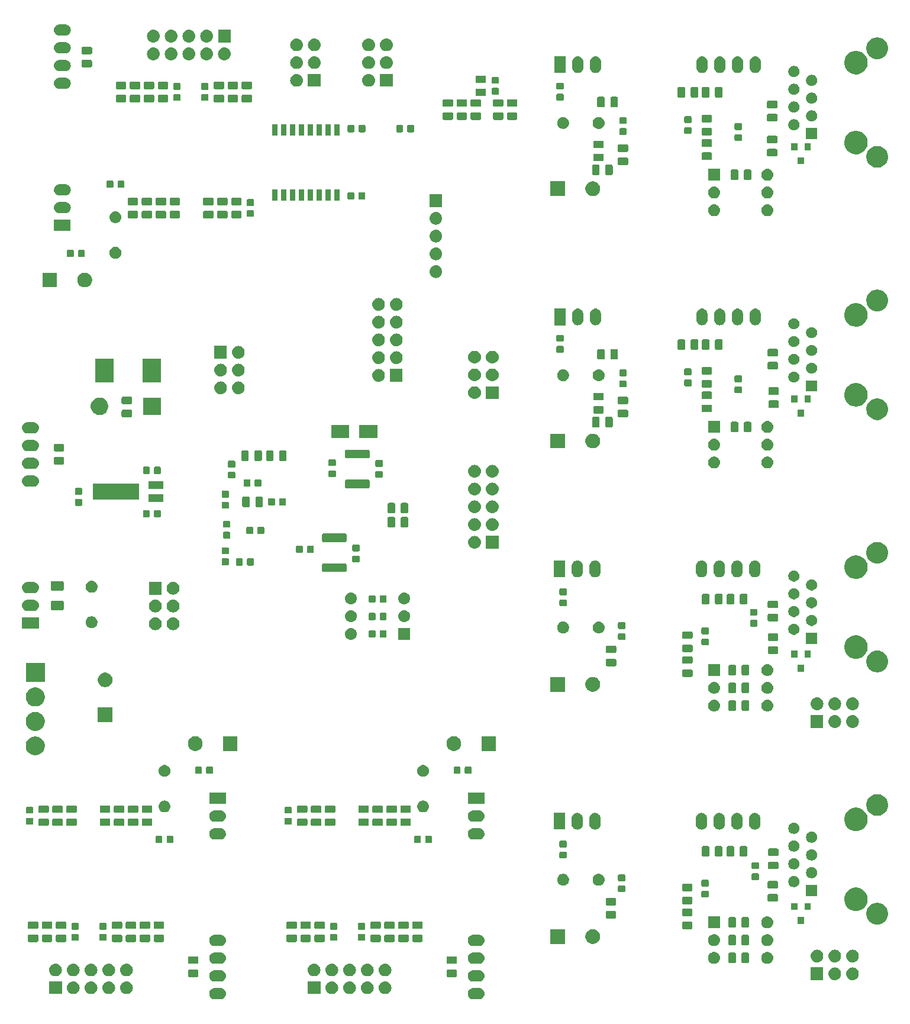
<source format=gbr>
G04 #@! TF.GenerationSoftware,KiCad,Pcbnew,(5.1.0)-1*
G04 #@! TF.CreationDate,2020-04-23T00:51:15+08:00*
G04 #@! TF.ProjectId,main_plat,6d61696e-5f70-46c6-9174-2e6b69636164,rev?*
G04 #@! TF.SameCoordinates,Original*
G04 #@! TF.FileFunction,Soldermask,Bot*
G04 #@! TF.FilePolarity,Negative*
%FSLAX46Y46*%
G04 Gerber Fmt 4.6, Leading zero omitted, Abs format (unit mm)*
G04 Created by KiCad (PCBNEW (5.1.0)-1) date 2020-04-23 00:51:15*
%MOMM*%
%LPD*%
G04 APERTURE LIST*
%ADD10C,0.100000*%
G04 APERTURE END LIST*
D10*
G36*
X298178571Y-200662863D02*
G01*
X298257023Y-200670590D01*
X298357682Y-200701125D01*
X298408013Y-200716392D01*
X298547165Y-200790771D01*
X298669133Y-200890867D01*
X298769229Y-201012835D01*
X298843608Y-201151987D01*
X298843608Y-201151988D01*
X298889410Y-201302977D01*
X298904875Y-201460000D01*
X298889410Y-201617023D01*
X298858875Y-201717682D01*
X298843608Y-201768013D01*
X298769229Y-201907165D01*
X298669133Y-202029133D01*
X298547165Y-202129229D01*
X298408013Y-202203608D01*
X298357682Y-202218875D01*
X298257023Y-202249410D01*
X298178571Y-202257137D01*
X298139346Y-202261000D01*
X297260654Y-202261000D01*
X297221429Y-202257137D01*
X297142977Y-202249410D01*
X297042318Y-202218875D01*
X296991987Y-202203608D01*
X296852835Y-202129229D01*
X296730867Y-202029133D01*
X296630771Y-201907165D01*
X296556392Y-201768013D01*
X296541125Y-201717682D01*
X296510590Y-201617023D01*
X296495125Y-201460000D01*
X296510590Y-201302977D01*
X296556392Y-201151988D01*
X296556392Y-201151987D01*
X296630771Y-201012835D01*
X296730867Y-200890867D01*
X296852835Y-200790771D01*
X296991987Y-200716392D01*
X297042318Y-200701125D01*
X297142977Y-200670590D01*
X297221429Y-200662863D01*
X297260654Y-200659000D01*
X298139346Y-200659000D01*
X298178571Y-200662863D01*
X298178571Y-200662863D01*
G37*
G36*
X261178571Y-200662863D02*
G01*
X261257023Y-200670590D01*
X261357682Y-200701125D01*
X261408013Y-200716392D01*
X261547165Y-200790771D01*
X261669133Y-200890867D01*
X261769229Y-201012835D01*
X261843608Y-201151987D01*
X261843608Y-201151988D01*
X261889410Y-201302977D01*
X261904875Y-201460000D01*
X261889410Y-201617023D01*
X261858875Y-201717682D01*
X261843608Y-201768013D01*
X261769229Y-201907165D01*
X261669133Y-202029133D01*
X261547165Y-202129229D01*
X261408013Y-202203608D01*
X261357682Y-202218875D01*
X261257023Y-202249410D01*
X261178571Y-202257137D01*
X261139346Y-202261000D01*
X260260654Y-202261000D01*
X260221429Y-202257137D01*
X260142977Y-202249410D01*
X260042318Y-202218875D01*
X259991987Y-202203608D01*
X259852835Y-202129229D01*
X259730867Y-202029133D01*
X259630771Y-201907165D01*
X259556392Y-201768013D01*
X259541125Y-201717682D01*
X259510590Y-201617023D01*
X259495125Y-201460000D01*
X259510590Y-201302977D01*
X259556392Y-201151988D01*
X259556392Y-201151987D01*
X259630771Y-201012835D01*
X259730867Y-200890867D01*
X259852835Y-200790771D01*
X259991987Y-200716392D01*
X260042318Y-200701125D01*
X260142977Y-200670590D01*
X260221429Y-200662863D01*
X260260654Y-200659000D01*
X261139346Y-200659000D01*
X261178571Y-200662863D01*
X261178571Y-200662863D01*
G37*
G36*
X282299294Y-199698633D02*
G01*
X282471695Y-199750931D01*
X282630583Y-199835858D01*
X282769849Y-199950151D01*
X282884142Y-200089417D01*
X282969069Y-200248305D01*
X283021367Y-200420706D01*
X283039025Y-200600000D01*
X283021367Y-200779294D01*
X282969069Y-200951695D01*
X282884142Y-201110583D01*
X282769849Y-201249849D01*
X282630583Y-201364142D01*
X282471695Y-201449069D01*
X282299294Y-201501367D01*
X282164931Y-201514600D01*
X282075069Y-201514600D01*
X281940706Y-201501367D01*
X281768305Y-201449069D01*
X281609417Y-201364142D01*
X281470151Y-201249849D01*
X281355858Y-201110583D01*
X281270931Y-200951695D01*
X281218633Y-200779294D01*
X281200975Y-200600000D01*
X281218633Y-200420706D01*
X281270931Y-200248305D01*
X281355858Y-200089417D01*
X281470151Y-199950151D01*
X281609417Y-199835858D01*
X281768305Y-199750931D01*
X281940706Y-199698633D01*
X282075069Y-199685400D01*
X282164931Y-199685400D01*
X282299294Y-199698633D01*
X282299294Y-199698633D01*
G37*
G36*
X277219294Y-199698633D02*
G01*
X277391695Y-199750931D01*
X277550583Y-199835858D01*
X277689849Y-199950151D01*
X277804142Y-200089417D01*
X277889069Y-200248305D01*
X277941367Y-200420706D01*
X277959025Y-200600000D01*
X277941367Y-200779294D01*
X277889069Y-200951695D01*
X277804142Y-201110583D01*
X277689849Y-201249849D01*
X277550583Y-201364142D01*
X277391695Y-201449069D01*
X277219294Y-201501367D01*
X277084931Y-201514600D01*
X276995069Y-201514600D01*
X276860706Y-201501367D01*
X276688305Y-201449069D01*
X276529417Y-201364142D01*
X276390151Y-201249849D01*
X276275858Y-201110583D01*
X276190931Y-200951695D01*
X276138633Y-200779294D01*
X276120975Y-200600000D01*
X276138633Y-200420706D01*
X276190931Y-200248305D01*
X276275858Y-200089417D01*
X276390151Y-199950151D01*
X276529417Y-199835858D01*
X276688305Y-199750931D01*
X276860706Y-199698633D01*
X276995069Y-199685400D01*
X277084931Y-199685400D01*
X277219294Y-199698633D01*
X277219294Y-199698633D01*
G37*
G36*
X275414600Y-201514600D02*
G01*
X273585400Y-201514600D01*
X273585400Y-199685400D01*
X275414600Y-199685400D01*
X275414600Y-201514600D01*
X275414600Y-201514600D01*
G37*
G36*
X279759294Y-199698633D02*
G01*
X279931695Y-199750931D01*
X280090583Y-199835858D01*
X280229849Y-199950151D01*
X280344142Y-200089417D01*
X280429069Y-200248305D01*
X280481367Y-200420706D01*
X280499025Y-200600000D01*
X280481367Y-200779294D01*
X280429069Y-200951695D01*
X280344142Y-201110583D01*
X280229849Y-201249849D01*
X280090583Y-201364142D01*
X279931695Y-201449069D01*
X279759294Y-201501367D01*
X279624931Y-201514600D01*
X279535069Y-201514600D01*
X279400706Y-201501367D01*
X279228305Y-201449069D01*
X279069417Y-201364142D01*
X278930151Y-201249849D01*
X278815858Y-201110583D01*
X278730931Y-200951695D01*
X278678633Y-200779294D01*
X278660975Y-200600000D01*
X278678633Y-200420706D01*
X278730931Y-200248305D01*
X278815858Y-200089417D01*
X278930151Y-199950151D01*
X279069417Y-199835858D01*
X279228305Y-199750931D01*
X279400706Y-199698633D01*
X279535069Y-199685400D01*
X279624931Y-199685400D01*
X279759294Y-199698633D01*
X279759294Y-199698633D01*
G37*
G36*
X238414600Y-201514600D02*
G01*
X236585400Y-201514600D01*
X236585400Y-199685400D01*
X238414600Y-199685400D01*
X238414600Y-201514600D01*
X238414600Y-201514600D01*
G37*
G36*
X240219294Y-199698633D02*
G01*
X240391695Y-199750931D01*
X240550583Y-199835858D01*
X240689849Y-199950151D01*
X240804142Y-200089417D01*
X240889069Y-200248305D01*
X240941367Y-200420706D01*
X240959025Y-200600000D01*
X240941367Y-200779294D01*
X240889069Y-200951695D01*
X240804142Y-201110583D01*
X240689849Y-201249849D01*
X240550583Y-201364142D01*
X240391695Y-201449069D01*
X240219294Y-201501367D01*
X240084931Y-201514600D01*
X239995069Y-201514600D01*
X239860706Y-201501367D01*
X239688305Y-201449069D01*
X239529417Y-201364142D01*
X239390151Y-201249849D01*
X239275858Y-201110583D01*
X239190931Y-200951695D01*
X239138633Y-200779294D01*
X239120975Y-200600000D01*
X239138633Y-200420706D01*
X239190931Y-200248305D01*
X239275858Y-200089417D01*
X239390151Y-199950151D01*
X239529417Y-199835858D01*
X239688305Y-199750931D01*
X239860706Y-199698633D01*
X239995069Y-199685400D01*
X240084931Y-199685400D01*
X240219294Y-199698633D01*
X240219294Y-199698633D01*
G37*
G36*
X245299294Y-199698633D02*
G01*
X245471695Y-199750931D01*
X245630583Y-199835858D01*
X245769849Y-199950151D01*
X245884142Y-200089417D01*
X245969069Y-200248305D01*
X246021367Y-200420706D01*
X246039025Y-200600000D01*
X246021367Y-200779294D01*
X245969069Y-200951695D01*
X245884142Y-201110583D01*
X245769849Y-201249849D01*
X245630583Y-201364142D01*
X245471695Y-201449069D01*
X245299294Y-201501367D01*
X245164931Y-201514600D01*
X245075069Y-201514600D01*
X244940706Y-201501367D01*
X244768305Y-201449069D01*
X244609417Y-201364142D01*
X244470151Y-201249849D01*
X244355858Y-201110583D01*
X244270931Y-200951695D01*
X244218633Y-200779294D01*
X244200975Y-200600000D01*
X244218633Y-200420706D01*
X244270931Y-200248305D01*
X244355858Y-200089417D01*
X244470151Y-199950151D01*
X244609417Y-199835858D01*
X244768305Y-199750931D01*
X244940706Y-199698633D01*
X245075069Y-199685400D01*
X245164931Y-199685400D01*
X245299294Y-199698633D01*
X245299294Y-199698633D01*
G37*
G36*
X242759294Y-199698633D02*
G01*
X242931695Y-199750931D01*
X243090583Y-199835858D01*
X243229849Y-199950151D01*
X243344142Y-200089417D01*
X243429069Y-200248305D01*
X243481367Y-200420706D01*
X243499025Y-200600000D01*
X243481367Y-200779294D01*
X243429069Y-200951695D01*
X243344142Y-201110583D01*
X243229849Y-201249849D01*
X243090583Y-201364142D01*
X242931695Y-201449069D01*
X242759294Y-201501367D01*
X242624931Y-201514600D01*
X242535069Y-201514600D01*
X242400706Y-201501367D01*
X242228305Y-201449069D01*
X242069417Y-201364142D01*
X241930151Y-201249849D01*
X241815858Y-201110583D01*
X241730931Y-200951695D01*
X241678633Y-200779294D01*
X241660975Y-200600000D01*
X241678633Y-200420706D01*
X241730931Y-200248305D01*
X241815858Y-200089417D01*
X241930151Y-199950151D01*
X242069417Y-199835858D01*
X242228305Y-199750931D01*
X242400706Y-199698633D01*
X242535069Y-199685400D01*
X242624931Y-199685400D01*
X242759294Y-199698633D01*
X242759294Y-199698633D01*
G37*
G36*
X284839294Y-199698633D02*
G01*
X285011695Y-199750931D01*
X285170583Y-199835858D01*
X285309849Y-199950151D01*
X285424142Y-200089417D01*
X285509069Y-200248305D01*
X285561367Y-200420706D01*
X285579025Y-200600000D01*
X285561367Y-200779294D01*
X285509069Y-200951695D01*
X285424142Y-201110583D01*
X285309849Y-201249849D01*
X285170583Y-201364142D01*
X285011695Y-201449069D01*
X284839294Y-201501367D01*
X284704931Y-201514600D01*
X284615069Y-201514600D01*
X284480706Y-201501367D01*
X284308305Y-201449069D01*
X284149417Y-201364142D01*
X284010151Y-201249849D01*
X283895858Y-201110583D01*
X283810931Y-200951695D01*
X283758633Y-200779294D01*
X283740975Y-200600000D01*
X283758633Y-200420706D01*
X283810931Y-200248305D01*
X283895858Y-200089417D01*
X284010151Y-199950151D01*
X284149417Y-199835858D01*
X284308305Y-199750931D01*
X284480706Y-199698633D01*
X284615069Y-199685400D01*
X284704931Y-199685400D01*
X284839294Y-199698633D01*
X284839294Y-199698633D01*
G37*
G36*
X247839294Y-199698633D02*
G01*
X248011695Y-199750931D01*
X248170583Y-199835858D01*
X248309849Y-199950151D01*
X248424142Y-200089417D01*
X248509069Y-200248305D01*
X248561367Y-200420706D01*
X248579025Y-200600000D01*
X248561367Y-200779294D01*
X248509069Y-200951695D01*
X248424142Y-201110583D01*
X248309849Y-201249849D01*
X248170583Y-201364142D01*
X248011695Y-201449069D01*
X247839294Y-201501367D01*
X247704931Y-201514600D01*
X247615069Y-201514600D01*
X247480706Y-201501367D01*
X247308305Y-201449069D01*
X247149417Y-201364142D01*
X247010151Y-201249849D01*
X246895858Y-201110583D01*
X246810931Y-200951695D01*
X246758633Y-200779294D01*
X246740975Y-200600000D01*
X246758633Y-200420706D01*
X246810931Y-200248305D01*
X246895858Y-200089417D01*
X247010151Y-199950151D01*
X247149417Y-199835858D01*
X247308305Y-199750931D01*
X247480706Y-199698633D01*
X247615069Y-199685400D01*
X247704931Y-199685400D01*
X247839294Y-199698633D01*
X247839294Y-199698633D01*
G37*
G36*
X261178571Y-198122863D02*
G01*
X261257023Y-198130590D01*
X261357682Y-198161125D01*
X261408013Y-198176392D01*
X261547165Y-198250771D01*
X261669133Y-198350867D01*
X261769229Y-198472835D01*
X261843608Y-198611987D01*
X261843608Y-198611988D01*
X261889410Y-198762977D01*
X261904875Y-198920000D01*
X261889410Y-199077023D01*
X261870736Y-199138583D01*
X261843608Y-199228013D01*
X261769229Y-199367165D01*
X261669133Y-199489133D01*
X261547165Y-199589229D01*
X261408013Y-199663608D01*
X261357682Y-199678875D01*
X261257023Y-199709410D01*
X261178571Y-199717137D01*
X261139346Y-199721000D01*
X260260654Y-199721000D01*
X260221429Y-199717137D01*
X260142977Y-199709410D01*
X260042318Y-199678875D01*
X259991987Y-199663608D01*
X259852835Y-199589229D01*
X259730867Y-199489133D01*
X259630771Y-199367165D01*
X259556392Y-199228013D01*
X259529264Y-199138583D01*
X259510590Y-199077023D01*
X259495125Y-198920000D01*
X259510590Y-198762977D01*
X259556392Y-198611988D01*
X259556392Y-198611987D01*
X259630771Y-198472835D01*
X259730867Y-198350867D01*
X259852835Y-198250771D01*
X259991987Y-198176392D01*
X260042318Y-198161125D01*
X260142977Y-198130590D01*
X260221429Y-198122863D01*
X260260654Y-198119000D01*
X261139346Y-198119000D01*
X261178571Y-198122863D01*
X261178571Y-198122863D01*
G37*
G36*
X298178571Y-198122863D02*
G01*
X298257023Y-198130590D01*
X298357682Y-198161125D01*
X298408013Y-198176392D01*
X298547165Y-198250771D01*
X298669133Y-198350867D01*
X298769229Y-198472835D01*
X298843608Y-198611987D01*
X298843608Y-198611988D01*
X298889410Y-198762977D01*
X298904875Y-198920000D01*
X298889410Y-199077023D01*
X298870736Y-199138583D01*
X298843608Y-199228013D01*
X298769229Y-199367165D01*
X298669133Y-199489133D01*
X298547165Y-199589229D01*
X298408013Y-199663608D01*
X298357682Y-199678875D01*
X298257023Y-199709410D01*
X298178571Y-199717137D01*
X298139346Y-199721000D01*
X297260654Y-199721000D01*
X297221429Y-199717137D01*
X297142977Y-199709410D01*
X297042318Y-199678875D01*
X296991987Y-199663608D01*
X296852835Y-199589229D01*
X296730867Y-199489133D01*
X296630771Y-199367165D01*
X296556392Y-199228013D01*
X296529264Y-199138583D01*
X296510590Y-199077023D01*
X296495125Y-198920000D01*
X296510590Y-198762977D01*
X296556392Y-198611988D01*
X296556392Y-198611987D01*
X296630771Y-198472835D01*
X296730867Y-198350867D01*
X296852835Y-198250771D01*
X296991987Y-198176392D01*
X297042318Y-198161125D01*
X297142977Y-198130590D01*
X297221429Y-198122863D01*
X297260654Y-198119000D01*
X298139346Y-198119000D01*
X298178571Y-198122863D01*
X298178571Y-198122863D01*
G37*
G36*
X347370600Y-199542600D02*
G01*
X345541400Y-199542600D01*
X345541400Y-197713400D01*
X347370600Y-197713400D01*
X347370600Y-199542600D01*
X347370600Y-199542600D01*
G37*
G36*
X349175294Y-197726633D02*
G01*
X349347695Y-197778931D01*
X349506583Y-197863858D01*
X349645849Y-197978151D01*
X349760142Y-198117417D01*
X349845069Y-198276305D01*
X349897367Y-198448706D01*
X349915025Y-198628000D01*
X349897367Y-198807294D01*
X349845069Y-198979695D01*
X349760142Y-199138583D01*
X349645849Y-199277849D01*
X349506583Y-199392142D01*
X349347695Y-199477069D01*
X349175294Y-199529367D01*
X349040931Y-199542600D01*
X348951069Y-199542600D01*
X348816706Y-199529367D01*
X348644305Y-199477069D01*
X348485417Y-199392142D01*
X348346151Y-199277849D01*
X348231858Y-199138583D01*
X348146931Y-198979695D01*
X348094633Y-198807294D01*
X348076975Y-198628000D01*
X348094633Y-198448706D01*
X348146931Y-198276305D01*
X348231858Y-198117417D01*
X348346151Y-197978151D01*
X348485417Y-197863858D01*
X348644305Y-197778931D01*
X348816706Y-197726633D01*
X348951069Y-197713400D01*
X349040931Y-197713400D01*
X349175294Y-197726633D01*
X349175294Y-197726633D01*
G37*
G36*
X351715294Y-197726633D02*
G01*
X351887695Y-197778931D01*
X352046583Y-197863858D01*
X352185849Y-197978151D01*
X352300142Y-198117417D01*
X352385069Y-198276305D01*
X352437367Y-198448706D01*
X352455025Y-198628000D01*
X352437367Y-198807294D01*
X352385069Y-198979695D01*
X352300142Y-199138583D01*
X352185849Y-199277849D01*
X352046583Y-199392142D01*
X351887695Y-199477069D01*
X351715294Y-199529367D01*
X351580931Y-199542600D01*
X351491069Y-199542600D01*
X351356706Y-199529367D01*
X351184305Y-199477069D01*
X351025417Y-199392142D01*
X350886151Y-199277849D01*
X350771858Y-199138583D01*
X350686931Y-198979695D01*
X350634633Y-198807294D01*
X350616975Y-198628000D01*
X350634633Y-198448706D01*
X350686931Y-198276305D01*
X350771858Y-198117417D01*
X350886151Y-197978151D01*
X351025417Y-197863858D01*
X351184305Y-197778931D01*
X351356706Y-197726633D01*
X351491069Y-197713400D01*
X351580931Y-197713400D01*
X351715294Y-197726633D01*
X351715294Y-197726633D01*
G37*
G36*
X294784468Y-198003565D02*
G01*
X294823138Y-198015296D01*
X294858777Y-198034346D01*
X294890017Y-198059983D01*
X294915654Y-198091223D01*
X294934704Y-198126862D01*
X294946435Y-198165532D01*
X294951000Y-198211888D01*
X294951000Y-198863112D01*
X294946435Y-198909468D01*
X294934704Y-198948138D01*
X294915654Y-198983777D01*
X294890017Y-199015017D01*
X294858777Y-199040654D01*
X294823138Y-199059704D01*
X294784468Y-199071435D01*
X294738112Y-199076000D01*
X293661888Y-199076000D01*
X293615532Y-199071435D01*
X293576862Y-199059704D01*
X293541223Y-199040654D01*
X293509983Y-199015017D01*
X293484346Y-198983777D01*
X293465296Y-198948138D01*
X293453565Y-198909468D01*
X293449000Y-198863112D01*
X293449000Y-198211888D01*
X293453565Y-198165532D01*
X293465296Y-198126862D01*
X293484346Y-198091223D01*
X293509983Y-198059983D01*
X293541223Y-198034346D01*
X293576862Y-198015296D01*
X293615532Y-198003565D01*
X293661888Y-197999000D01*
X294738112Y-197999000D01*
X294784468Y-198003565D01*
X294784468Y-198003565D01*
G37*
G36*
X257784468Y-198003565D02*
G01*
X257823138Y-198015296D01*
X257858777Y-198034346D01*
X257890017Y-198059983D01*
X257915654Y-198091223D01*
X257934704Y-198126862D01*
X257946435Y-198165532D01*
X257951000Y-198211888D01*
X257951000Y-198863112D01*
X257946435Y-198909468D01*
X257934704Y-198948138D01*
X257915654Y-198983777D01*
X257890017Y-199015017D01*
X257858777Y-199040654D01*
X257823138Y-199059704D01*
X257784468Y-199071435D01*
X257738112Y-199076000D01*
X256661888Y-199076000D01*
X256615532Y-199071435D01*
X256576862Y-199059704D01*
X256541223Y-199040654D01*
X256509983Y-199015017D01*
X256484346Y-198983777D01*
X256465296Y-198948138D01*
X256453565Y-198909468D01*
X256449000Y-198863112D01*
X256449000Y-198211888D01*
X256453565Y-198165532D01*
X256465296Y-198126862D01*
X256484346Y-198091223D01*
X256509983Y-198059983D01*
X256541223Y-198034346D01*
X256576862Y-198015296D01*
X256615532Y-198003565D01*
X256661888Y-197999000D01*
X257738112Y-197999000D01*
X257784468Y-198003565D01*
X257784468Y-198003565D01*
G37*
G36*
X247839294Y-197158633D02*
G01*
X248011695Y-197210931D01*
X248170583Y-197295858D01*
X248309849Y-197410151D01*
X248424142Y-197549417D01*
X248509069Y-197708305D01*
X248561367Y-197880706D01*
X248579025Y-198060000D01*
X248561367Y-198239294D01*
X248509069Y-198411695D01*
X248424142Y-198570583D01*
X248309849Y-198709849D01*
X248170583Y-198824142D01*
X248011695Y-198909069D01*
X247839294Y-198961367D01*
X247704931Y-198974600D01*
X247615069Y-198974600D01*
X247480706Y-198961367D01*
X247308305Y-198909069D01*
X247149417Y-198824142D01*
X247010151Y-198709849D01*
X246895858Y-198570583D01*
X246810931Y-198411695D01*
X246758633Y-198239294D01*
X246740975Y-198060000D01*
X246758633Y-197880706D01*
X246810931Y-197708305D01*
X246895858Y-197549417D01*
X247010151Y-197410151D01*
X247149417Y-197295858D01*
X247308305Y-197210931D01*
X247480706Y-197158633D01*
X247615069Y-197145400D01*
X247704931Y-197145400D01*
X247839294Y-197158633D01*
X247839294Y-197158633D01*
G37*
G36*
X274679294Y-197158633D02*
G01*
X274851695Y-197210931D01*
X275010583Y-197295858D01*
X275149849Y-197410151D01*
X275264142Y-197549417D01*
X275349069Y-197708305D01*
X275401367Y-197880706D01*
X275419025Y-198060000D01*
X275401367Y-198239294D01*
X275349069Y-198411695D01*
X275264142Y-198570583D01*
X275149849Y-198709849D01*
X275010583Y-198824142D01*
X274851695Y-198909069D01*
X274679294Y-198961367D01*
X274544931Y-198974600D01*
X274455069Y-198974600D01*
X274320706Y-198961367D01*
X274148305Y-198909069D01*
X273989417Y-198824142D01*
X273850151Y-198709849D01*
X273735858Y-198570583D01*
X273650931Y-198411695D01*
X273598633Y-198239294D01*
X273580975Y-198060000D01*
X273598633Y-197880706D01*
X273650931Y-197708305D01*
X273735858Y-197549417D01*
X273850151Y-197410151D01*
X273989417Y-197295858D01*
X274148305Y-197210931D01*
X274320706Y-197158633D01*
X274455069Y-197145400D01*
X274544931Y-197145400D01*
X274679294Y-197158633D01*
X274679294Y-197158633D01*
G37*
G36*
X277219294Y-197158633D02*
G01*
X277391695Y-197210931D01*
X277550583Y-197295858D01*
X277689849Y-197410151D01*
X277804142Y-197549417D01*
X277889069Y-197708305D01*
X277941367Y-197880706D01*
X277959025Y-198060000D01*
X277941367Y-198239294D01*
X277889069Y-198411695D01*
X277804142Y-198570583D01*
X277689849Y-198709849D01*
X277550583Y-198824142D01*
X277391695Y-198909069D01*
X277219294Y-198961367D01*
X277084931Y-198974600D01*
X276995069Y-198974600D01*
X276860706Y-198961367D01*
X276688305Y-198909069D01*
X276529417Y-198824142D01*
X276390151Y-198709849D01*
X276275858Y-198570583D01*
X276190931Y-198411695D01*
X276138633Y-198239294D01*
X276120975Y-198060000D01*
X276138633Y-197880706D01*
X276190931Y-197708305D01*
X276275858Y-197549417D01*
X276390151Y-197410151D01*
X276529417Y-197295858D01*
X276688305Y-197210931D01*
X276860706Y-197158633D01*
X276995069Y-197145400D01*
X277084931Y-197145400D01*
X277219294Y-197158633D01*
X277219294Y-197158633D01*
G37*
G36*
X245299294Y-197158633D02*
G01*
X245471695Y-197210931D01*
X245630583Y-197295858D01*
X245769849Y-197410151D01*
X245884142Y-197549417D01*
X245969069Y-197708305D01*
X246021367Y-197880706D01*
X246039025Y-198060000D01*
X246021367Y-198239294D01*
X245969069Y-198411695D01*
X245884142Y-198570583D01*
X245769849Y-198709849D01*
X245630583Y-198824142D01*
X245471695Y-198909069D01*
X245299294Y-198961367D01*
X245164931Y-198974600D01*
X245075069Y-198974600D01*
X244940706Y-198961367D01*
X244768305Y-198909069D01*
X244609417Y-198824142D01*
X244470151Y-198709849D01*
X244355858Y-198570583D01*
X244270931Y-198411695D01*
X244218633Y-198239294D01*
X244200975Y-198060000D01*
X244218633Y-197880706D01*
X244270931Y-197708305D01*
X244355858Y-197549417D01*
X244470151Y-197410151D01*
X244609417Y-197295858D01*
X244768305Y-197210931D01*
X244940706Y-197158633D01*
X245075069Y-197145400D01*
X245164931Y-197145400D01*
X245299294Y-197158633D01*
X245299294Y-197158633D01*
G37*
G36*
X279759294Y-197158633D02*
G01*
X279931695Y-197210931D01*
X280090583Y-197295858D01*
X280229849Y-197410151D01*
X280344142Y-197549417D01*
X280429069Y-197708305D01*
X280481367Y-197880706D01*
X280499025Y-198060000D01*
X280481367Y-198239294D01*
X280429069Y-198411695D01*
X280344142Y-198570583D01*
X280229849Y-198709849D01*
X280090583Y-198824142D01*
X279931695Y-198909069D01*
X279759294Y-198961367D01*
X279624931Y-198974600D01*
X279535069Y-198974600D01*
X279400706Y-198961367D01*
X279228305Y-198909069D01*
X279069417Y-198824142D01*
X278930151Y-198709849D01*
X278815858Y-198570583D01*
X278730931Y-198411695D01*
X278678633Y-198239294D01*
X278660975Y-198060000D01*
X278678633Y-197880706D01*
X278730931Y-197708305D01*
X278815858Y-197549417D01*
X278930151Y-197410151D01*
X279069417Y-197295858D01*
X279228305Y-197210931D01*
X279400706Y-197158633D01*
X279535069Y-197145400D01*
X279624931Y-197145400D01*
X279759294Y-197158633D01*
X279759294Y-197158633D01*
G37*
G36*
X282299294Y-197158633D02*
G01*
X282471695Y-197210931D01*
X282630583Y-197295858D01*
X282769849Y-197410151D01*
X282884142Y-197549417D01*
X282969069Y-197708305D01*
X283021367Y-197880706D01*
X283039025Y-198060000D01*
X283021367Y-198239294D01*
X282969069Y-198411695D01*
X282884142Y-198570583D01*
X282769849Y-198709849D01*
X282630583Y-198824142D01*
X282471695Y-198909069D01*
X282299294Y-198961367D01*
X282164931Y-198974600D01*
X282075069Y-198974600D01*
X281940706Y-198961367D01*
X281768305Y-198909069D01*
X281609417Y-198824142D01*
X281470151Y-198709849D01*
X281355858Y-198570583D01*
X281270931Y-198411695D01*
X281218633Y-198239294D01*
X281200975Y-198060000D01*
X281218633Y-197880706D01*
X281270931Y-197708305D01*
X281355858Y-197549417D01*
X281470151Y-197410151D01*
X281609417Y-197295858D01*
X281768305Y-197210931D01*
X281940706Y-197158633D01*
X282075069Y-197145400D01*
X282164931Y-197145400D01*
X282299294Y-197158633D01*
X282299294Y-197158633D01*
G37*
G36*
X240219294Y-197158633D02*
G01*
X240391695Y-197210931D01*
X240550583Y-197295858D01*
X240689849Y-197410151D01*
X240804142Y-197549417D01*
X240889069Y-197708305D01*
X240941367Y-197880706D01*
X240959025Y-198060000D01*
X240941367Y-198239294D01*
X240889069Y-198411695D01*
X240804142Y-198570583D01*
X240689849Y-198709849D01*
X240550583Y-198824142D01*
X240391695Y-198909069D01*
X240219294Y-198961367D01*
X240084931Y-198974600D01*
X239995069Y-198974600D01*
X239860706Y-198961367D01*
X239688305Y-198909069D01*
X239529417Y-198824142D01*
X239390151Y-198709849D01*
X239275858Y-198570583D01*
X239190931Y-198411695D01*
X239138633Y-198239294D01*
X239120975Y-198060000D01*
X239138633Y-197880706D01*
X239190931Y-197708305D01*
X239275858Y-197549417D01*
X239390151Y-197410151D01*
X239529417Y-197295858D01*
X239688305Y-197210931D01*
X239860706Y-197158633D01*
X239995069Y-197145400D01*
X240084931Y-197145400D01*
X240219294Y-197158633D01*
X240219294Y-197158633D01*
G37*
G36*
X284839294Y-197158633D02*
G01*
X285011695Y-197210931D01*
X285170583Y-197295858D01*
X285309849Y-197410151D01*
X285424142Y-197549417D01*
X285509069Y-197708305D01*
X285561367Y-197880706D01*
X285579025Y-198060000D01*
X285561367Y-198239294D01*
X285509069Y-198411695D01*
X285424142Y-198570583D01*
X285309849Y-198709849D01*
X285170583Y-198824142D01*
X285011695Y-198909069D01*
X284839294Y-198961367D01*
X284704931Y-198974600D01*
X284615069Y-198974600D01*
X284480706Y-198961367D01*
X284308305Y-198909069D01*
X284149417Y-198824142D01*
X284010151Y-198709849D01*
X283895858Y-198570583D01*
X283810931Y-198411695D01*
X283758633Y-198239294D01*
X283740975Y-198060000D01*
X283758633Y-197880706D01*
X283810931Y-197708305D01*
X283895858Y-197549417D01*
X284010151Y-197410151D01*
X284149417Y-197295858D01*
X284308305Y-197210931D01*
X284480706Y-197158633D01*
X284615069Y-197145400D01*
X284704931Y-197145400D01*
X284839294Y-197158633D01*
X284839294Y-197158633D01*
G37*
G36*
X237679294Y-197158633D02*
G01*
X237851695Y-197210931D01*
X238010583Y-197295858D01*
X238149849Y-197410151D01*
X238264142Y-197549417D01*
X238349069Y-197708305D01*
X238401367Y-197880706D01*
X238419025Y-198060000D01*
X238401367Y-198239294D01*
X238349069Y-198411695D01*
X238264142Y-198570583D01*
X238149849Y-198709849D01*
X238010583Y-198824142D01*
X237851695Y-198909069D01*
X237679294Y-198961367D01*
X237544931Y-198974600D01*
X237455069Y-198974600D01*
X237320706Y-198961367D01*
X237148305Y-198909069D01*
X236989417Y-198824142D01*
X236850151Y-198709849D01*
X236735858Y-198570583D01*
X236650931Y-198411695D01*
X236598633Y-198239294D01*
X236580975Y-198060000D01*
X236598633Y-197880706D01*
X236650931Y-197708305D01*
X236735858Y-197549417D01*
X236850151Y-197410151D01*
X236989417Y-197295858D01*
X237148305Y-197210931D01*
X237320706Y-197158633D01*
X237455069Y-197145400D01*
X237544931Y-197145400D01*
X237679294Y-197158633D01*
X237679294Y-197158633D01*
G37*
G36*
X242759294Y-197158633D02*
G01*
X242931695Y-197210931D01*
X243090583Y-197295858D01*
X243229849Y-197410151D01*
X243344142Y-197549417D01*
X243429069Y-197708305D01*
X243481367Y-197880706D01*
X243499025Y-198060000D01*
X243481367Y-198239294D01*
X243429069Y-198411695D01*
X243344142Y-198570583D01*
X243229849Y-198709849D01*
X243090583Y-198824142D01*
X242931695Y-198909069D01*
X242759294Y-198961367D01*
X242624931Y-198974600D01*
X242535069Y-198974600D01*
X242400706Y-198961367D01*
X242228305Y-198909069D01*
X242069417Y-198824142D01*
X241930151Y-198709849D01*
X241815858Y-198570583D01*
X241730931Y-198411695D01*
X241678633Y-198239294D01*
X241660975Y-198060000D01*
X241678633Y-197880706D01*
X241730931Y-197708305D01*
X241815858Y-197549417D01*
X241930151Y-197410151D01*
X242069417Y-197295858D01*
X242228305Y-197210931D01*
X242400706Y-197158633D01*
X242535069Y-197145400D01*
X242624931Y-197145400D01*
X242759294Y-197158633D01*
X242759294Y-197158633D01*
G37*
G36*
X294784468Y-196128565D02*
G01*
X294823138Y-196140296D01*
X294858777Y-196159346D01*
X294890017Y-196184983D01*
X294915654Y-196216223D01*
X294934704Y-196251862D01*
X294946435Y-196290532D01*
X294951000Y-196336888D01*
X294951000Y-196988112D01*
X294946435Y-197034468D01*
X294934704Y-197073138D01*
X294915654Y-197108777D01*
X294890017Y-197140017D01*
X294858777Y-197165654D01*
X294823138Y-197184704D01*
X294784468Y-197196435D01*
X294738112Y-197201000D01*
X293661888Y-197201000D01*
X293615532Y-197196435D01*
X293576862Y-197184704D01*
X293541223Y-197165654D01*
X293509983Y-197140017D01*
X293484346Y-197108777D01*
X293465296Y-197073138D01*
X293453565Y-197034468D01*
X293449000Y-196988112D01*
X293449000Y-196336888D01*
X293453565Y-196290532D01*
X293465296Y-196251862D01*
X293484346Y-196216223D01*
X293509983Y-196184983D01*
X293541223Y-196159346D01*
X293576862Y-196140296D01*
X293615532Y-196128565D01*
X293661888Y-196124000D01*
X294738112Y-196124000D01*
X294784468Y-196128565D01*
X294784468Y-196128565D01*
G37*
G36*
X257784468Y-196128565D02*
G01*
X257823138Y-196140296D01*
X257858777Y-196159346D01*
X257890017Y-196184983D01*
X257915654Y-196216223D01*
X257934704Y-196251862D01*
X257946435Y-196290532D01*
X257951000Y-196336888D01*
X257951000Y-196988112D01*
X257946435Y-197034468D01*
X257934704Y-197073138D01*
X257915654Y-197108777D01*
X257890017Y-197140017D01*
X257858777Y-197165654D01*
X257823138Y-197184704D01*
X257784468Y-197196435D01*
X257738112Y-197201000D01*
X256661888Y-197201000D01*
X256615532Y-197196435D01*
X256576862Y-197184704D01*
X256541223Y-197165654D01*
X256509983Y-197140017D01*
X256484346Y-197108777D01*
X256465296Y-197073138D01*
X256453565Y-197034468D01*
X256449000Y-196988112D01*
X256449000Y-196336888D01*
X256453565Y-196290532D01*
X256465296Y-196251862D01*
X256484346Y-196216223D01*
X256509983Y-196184983D01*
X256541223Y-196159346D01*
X256576862Y-196140296D01*
X256615532Y-196128565D01*
X256661888Y-196124000D01*
X257738112Y-196124000D01*
X257784468Y-196128565D01*
X257784468Y-196128565D01*
G37*
G36*
X331890823Y-195503313D02*
G01*
X332051242Y-195551976D01*
X332154738Y-195607296D01*
X332199078Y-195630996D01*
X332328659Y-195737341D01*
X332435004Y-195866922D01*
X332435005Y-195866924D01*
X332514024Y-196014758D01*
X332562687Y-196175177D01*
X332579117Y-196342000D01*
X332562687Y-196508823D01*
X332514024Y-196669242D01*
X332443114Y-196801906D01*
X332435004Y-196817078D01*
X332328659Y-196946659D01*
X332199078Y-197053004D01*
X332199076Y-197053005D01*
X332051242Y-197132024D01*
X331890823Y-197180687D01*
X331765804Y-197193000D01*
X331682196Y-197193000D01*
X331557177Y-197180687D01*
X331396758Y-197132024D01*
X331248924Y-197053005D01*
X331248922Y-197053004D01*
X331119341Y-196946659D01*
X331012996Y-196817078D01*
X331004886Y-196801906D01*
X330933976Y-196669242D01*
X330885313Y-196508823D01*
X330868883Y-196342000D01*
X330885313Y-196175177D01*
X330933976Y-196014758D01*
X331012995Y-195866924D01*
X331012996Y-195866922D01*
X331119341Y-195737341D01*
X331248922Y-195630996D01*
X331293262Y-195607296D01*
X331396758Y-195551976D01*
X331557177Y-195503313D01*
X331682196Y-195491000D01*
X331765804Y-195491000D01*
X331890823Y-195503313D01*
X331890823Y-195503313D01*
G37*
G36*
X339510823Y-195503313D02*
G01*
X339671242Y-195551976D01*
X339774738Y-195607296D01*
X339819078Y-195630996D01*
X339948659Y-195737341D01*
X340055004Y-195866922D01*
X340055005Y-195866924D01*
X340134024Y-196014758D01*
X340182687Y-196175177D01*
X340199117Y-196342000D01*
X340182687Y-196508823D01*
X340134024Y-196669242D01*
X340063114Y-196801906D01*
X340055004Y-196817078D01*
X339948659Y-196946659D01*
X339819078Y-197053004D01*
X339819076Y-197053005D01*
X339671242Y-197132024D01*
X339510823Y-197180687D01*
X339385804Y-197193000D01*
X339302196Y-197193000D01*
X339177177Y-197180687D01*
X339016758Y-197132024D01*
X338868924Y-197053005D01*
X338868922Y-197053004D01*
X338739341Y-196946659D01*
X338632996Y-196817078D01*
X338624886Y-196801906D01*
X338553976Y-196669242D01*
X338505313Y-196508823D01*
X338488883Y-196342000D01*
X338505313Y-196175177D01*
X338553976Y-196014758D01*
X338632995Y-195866924D01*
X338632996Y-195866922D01*
X338739341Y-195737341D01*
X338868922Y-195630996D01*
X338913262Y-195607296D01*
X339016758Y-195551976D01*
X339177177Y-195503313D01*
X339302196Y-195491000D01*
X339385804Y-195491000D01*
X339510823Y-195503313D01*
X339510823Y-195503313D01*
G37*
G36*
X261178571Y-195582863D02*
G01*
X261257023Y-195590590D01*
X261357682Y-195621125D01*
X261408013Y-195636392D01*
X261547165Y-195710771D01*
X261669133Y-195810867D01*
X261769229Y-195932835D01*
X261843608Y-196071987D01*
X261843608Y-196071988D01*
X261889410Y-196222977D01*
X261904875Y-196380000D01*
X261889410Y-196537023D01*
X261870736Y-196598583D01*
X261843608Y-196688013D01*
X261769229Y-196827165D01*
X261669133Y-196949133D01*
X261547165Y-197049229D01*
X261408013Y-197123608D01*
X261380265Y-197132025D01*
X261257023Y-197169410D01*
X261178571Y-197177137D01*
X261139346Y-197181000D01*
X260260654Y-197181000D01*
X260221429Y-197177137D01*
X260142977Y-197169410D01*
X260019735Y-197132025D01*
X259991987Y-197123608D01*
X259852835Y-197049229D01*
X259730867Y-196949133D01*
X259630771Y-196827165D01*
X259556392Y-196688013D01*
X259529264Y-196598583D01*
X259510590Y-196537023D01*
X259495125Y-196380000D01*
X259510590Y-196222977D01*
X259556392Y-196071988D01*
X259556392Y-196071987D01*
X259630771Y-195932835D01*
X259730867Y-195810867D01*
X259852835Y-195710771D01*
X259991987Y-195636392D01*
X260042318Y-195621125D01*
X260142977Y-195590590D01*
X260221429Y-195582863D01*
X260260654Y-195579000D01*
X261139346Y-195579000D01*
X261178571Y-195582863D01*
X261178571Y-195582863D01*
G37*
G36*
X298178571Y-195582863D02*
G01*
X298257023Y-195590590D01*
X298357682Y-195621125D01*
X298408013Y-195636392D01*
X298547165Y-195710771D01*
X298669133Y-195810867D01*
X298769229Y-195932835D01*
X298843608Y-196071987D01*
X298843608Y-196071988D01*
X298889410Y-196222977D01*
X298904875Y-196380000D01*
X298889410Y-196537023D01*
X298870736Y-196598583D01*
X298843608Y-196688013D01*
X298769229Y-196827165D01*
X298669133Y-196949133D01*
X298547165Y-197049229D01*
X298408013Y-197123608D01*
X298380265Y-197132025D01*
X298257023Y-197169410D01*
X298178571Y-197177137D01*
X298139346Y-197181000D01*
X297260654Y-197181000D01*
X297221429Y-197177137D01*
X297142977Y-197169410D01*
X297019735Y-197132025D01*
X296991987Y-197123608D01*
X296852835Y-197049229D01*
X296730867Y-196949133D01*
X296630771Y-196827165D01*
X296556392Y-196688013D01*
X296529264Y-196598583D01*
X296510590Y-196537023D01*
X296495125Y-196380000D01*
X296510590Y-196222977D01*
X296556392Y-196071988D01*
X296556392Y-196071987D01*
X296630771Y-195932835D01*
X296730867Y-195810867D01*
X296852835Y-195710771D01*
X296991987Y-195636392D01*
X297042318Y-195621125D01*
X297142977Y-195590590D01*
X297221429Y-195582863D01*
X297260654Y-195579000D01*
X298139346Y-195579000D01*
X298178571Y-195582863D01*
X298178571Y-195582863D01*
G37*
G36*
X336589468Y-195595565D02*
G01*
X336628138Y-195607296D01*
X336663777Y-195626346D01*
X336695017Y-195651983D01*
X336720654Y-195683223D01*
X336739704Y-195718862D01*
X336751435Y-195757532D01*
X336756000Y-195803888D01*
X336756000Y-196880112D01*
X336751435Y-196926468D01*
X336739704Y-196965138D01*
X336720654Y-197000777D01*
X336695017Y-197032017D01*
X336663777Y-197057654D01*
X336628138Y-197076704D01*
X336589468Y-197088435D01*
X336543112Y-197093000D01*
X335891888Y-197093000D01*
X335845532Y-197088435D01*
X335806862Y-197076704D01*
X335771223Y-197057654D01*
X335739983Y-197032017D01*
X335714346Y-197000777D01*
X335695296Y-196965138D01*
X335683565Y-196926468D01*
X335679000Y-196880112D01*
X335679000Y-195803888D01*
X335683565Y-195757532D01*
X335695296Y-195718862D01*
X335714346Y-195683223D01*
X335739983Y-195651983D01*
X335771223Y-195626346D01*
X335806862Y-195607296D01*
X335845532Y-195595565D01*
X335891888Y-195591000D01*
X336543112Y-195591000D01*
X336589468Y-195595565D01*
X336589468Y-195595565D01*
G37*
G36*
X334714468Y-195595565D02*
G01*
X334753138Y-195607296D01*
X334788777Y-195626346D01*
X334820017Y-195651983D01*
X334845654Y-195683223D01*
X334864704Y-195718862D01*
X334876435Y-195757532D01*
X334881000Y-195803888D01*
X334881000Y-196880112D01*
X334876435Y-196926468D01*
X334864704Y-196965138D01*
X334845654Y-197000777D01*
X334820017Y-197032017D01*
X334788777Y-197057654D01*
X334753138Y-197076704D01*
X334714468Y-197088435D01*
X334668112Y-197093000D01*
X334016888Y-197093000D01*
X333970532Y-197088435D01*
X333931862Y-197076704D01*
X333896223Y-197057654D01*
X333864983Y-197032017D01*
X333839346Y-197000777D01*
X333820296Y-196965138D01*
X333808565Y-196926468D01*
X333804000Y-196880112D01*
X333804000Y-195803888D01*
X333808565Y-195757532D01*
X333820296Y-195718862D01*
X333839346Y-195683223D01*
X333864983Y-195651983D01*
X333896223Y-195626346D01*
X333931862Y-195607296D01*
X333970532Y-195595565D01*
X334016888Y-195591000D01*
X334668112Y-195591000D01*
X334714468Y-195595565D01*
X334714468Y-195595565D01*
G37*
G36*
X351715294Y-195186633D02*
G01*
X351887695Y-195238931D01*
X352046583Y-195323858D01*
X352185849Y-195438151D01*
X352300142Y-195577417D01*
X352385069Y-195736305D01*
X352437367Y-195908706D01*
X352455025Y-196088000D01*
X352437367Y-196267294D01*
X352385069Y-196439695D01*
X352300142Y-196598583D01*
X352185849Y-196737849D01*
X352046583Y-196852142D01*
X351887695Y-196937069D01*
X351715294Y-196989367D01*
X351580931Y-197002600D01*
X351491069Y-197002600D01*
X351356706Y-196989367D01*
X351184305Y-196937069D01*
X351025417Y-196852142D01*
X350886151Y-196737849D01*
X350771858Y-196598583D01*
X350686931Y-196439695D01*
X350634633Y-196267294D01*
X350616975Y-196088000D01*
X350634633Y-195908706D01*
X350686931Y-195736305D01*
X350771858Y-195577417D01*
X350886151Y-195438151D01*
X351025417Y-195323858D01*
X351184305Y-195238931D01*
X351356706Y-195186633D01*
X351491069Y-195173400D01*
X351580931Y-195173400D01*
X351715294Y-195186633D01*
X351715294Y-195186633D01*
G37*
G36*
X346635294Y-195186633D02*
G01*
X346807695Y-195238931D01*
X346966583Y-195323858D01*
X347105849Y-195438151D01*
X347220142Y-195577417D01*
X347305069Y-195736305D01*
X347357367Y-195908706D01*
X347375025Y-196088000D01*
X347357367Y-196267294D01*
X347305069Y-196439695D01*
X347220142Y-196598583D01*
X347105849Y-196737849D01*
X346966583Y-196852142D01*
X346807695Y-196937069D01*
X346635294Y-196989367D01*
X346500931Y-197002600D01*
X346411069Y-197002600D01*
X346276706Y-196989367D01*
X346104305Y-196937069D01*
X345945417Y-196852142D01*
X345806151Y-196737849D01*
X345691858Y-196598583D01*
X345606931Y-196439695D01*
X345554633Y-196267294D01*
X345536975Y-196088000D01*
X345554633Y-195908706D01*
X345606931Y-195736305D01*
X345691858Y-195577417D01*
X345806151Y-195438151D01*
X345945417Y-195323858D01*
X346104305Y-195238931D01*
X346276706Y-195186633D01*
X346411069Y-195173400D01*
X346500931Y-195173400D01*
X346635294Y-195186633D01*
X346635294Y-195186633D01*
G37*
G36*
X349175294Y-195186633D02*
G01*
X349347695Y-195238931D01*
X349506583Y-195323858D01*
X349645849Y-195438151D01*
X349760142Y-195577417D01*
X349845069Y-195736305D01*
X349897367Y-195908706D01*
X349915025Y-196088000D01*
X349897367Y-196267294D01*
X349845069Y-196439695D01*
X349760142Y-196598583D01*
X349645849Y-196737849D01*
X349506583Y-196852142D01*
X349347695Y-196937069D01*
X349175294Y-196989367D01*
X349040931Y-197002600D01*
X348951069Y-197002600D01*
X348816706Y-196989367D01*
X348644305Y-196937069D01*
X348485417Y-196852142D01*
X348346151Y-196737849D01*
X348231858Y-196598583D01*
X348146931Y-196439695D01*
X348094633Y-196267294D01*
X348076975Y-196088000D01*
X348094633Y-195908706D01*
X348146931Y-195736305D01*
X348231858Y-195577417D01*
X348346151Y-195438151D01*
X348485417Y-195323858D01*
X348644305Y-195238931D01*
X348816706Y-195186633D01*
X348951069Y-195173400D01*
X349040931Y-195173400D01*
X349175294Y-195186633D01*
X349175294Y-195186633D01*
G37*
G36*
X339510823Y-192963313D02*
G01*
X339590345Y-192987436D01*
X339669446Y-193011431D01*
X339671242Y-193011976D01*
X339774738Y-193067296D01*
X339819078Y-193090996D01*
X339948659Y-193197341D01*
X340055004Y-193326922D01*
X340055005Y-193326924D01*
X340134024Y-193474758D01*
X340182687Y-193635177D01*
X340199117Y-193802000D01*
X340182687Y-193968823D01*
X340134024Y-194129242D01*
X340082635Y-194225384D01*
X340055004Y-194277078D01*
X339948659Y-194406659D01*
X339819078Y-194513004D01*
X339819076Y-194513005D01*
X339671242Y-194592024D01*
X339510823Y-194640687D01*
X339385804Y-194653000D01*
X339302196Y-194653000D01*
X339177177Y-194640687D01*
X339016758Y-194592024D01*
X338868924Y-194513005D01*
X338868922Y-194513004D01*
X338739341Y-194406659D01*
X338632996Y-194277078D01*
X338605365Y-194225384D01*
X338553976Y-194129242D01*
X338505313Y-193968823D01*
X338488883Y-193802000D01*
X338505313Y-193635177D01*
X338553976Y-193474758D01*
X338632995Y-193326924D01*
X338632996Y-193326922D01*
X338739341Y-193197341D01*
X338868922Y-193090996D01*
X338913262Y-193067296D01*
X339016758Y-193011976D01*
X339018555Y-193011431D01*
X339097655Y-192987436D01*
X339177177Y-192963313D01*
X339302196Y-192951000D01*
X339385804Y-192951000D01*
X339510823Y-192963313D01*
X339510823Y-192963313D01*
G37*
G36*
X331890823Y-192963313D02*
G01*
X331970345Y-192987436D01*
X332049446Y-193011431D01*
X332051242Y-193011976D01*
X332154738Y-193067296D01*
X332199078Y-193090996D01*
X332328659Y-193197341D01*
X332435004Y-193326922D01*
X332435005Y-193326924D01*
X332514024Y-193474758D01*
X332562687Y-193635177D01*
X332579117Y-193802000D01*
X332562687Y-193968823D01*
X332514024Y-194129242D01*
X332462635Y-194225384D01*
X332435004Y-194277078D01*
X332328659Y-194406659D01*
X332199078Y-194513004D01*
X332199076Y-194513005D01*
X332051242Y-194592024D01*
X331890823Y-194640687D01*
X331765804Y-194653000D01*
X331682196Y-194653000D01*
X331557177Y-194640687D01*
X331396758Y-194592024D01*
X331248924Y-194513005D01*
X331248922Y-194513004D01*
X331119341Y-194406659D01*
X331012996Y-194277078D01*
X330985365Y-194225384D01*
X330933976Y-194129242D01*
X330885313Y-193968823D01*
X330868883Y-193802000D01*
X330885313Y-193635177D01*
X330933976Y-193474758D01*
X331012995Y-193326924D01*
X331012996Y-193326922D01*
X331119341Y-193197341D01*
X331248922Y-193090996D01*
X331293262Y-193067296D01*
X331396758Y-193011976D01*
X331398555Y-193011431D01*
X331477655Y-192987436D01*
X331557177Y-192963313D01*
X331682196Y-192951000D01*
X331765804Y-192951000D01*
X331890823Y-192963313D01*
X331890823Y-192963313D01*
G37*
G36*
X261178571Y-193042863D02*
G01*
X261257023Y-193050590D01*
X261346923Y-193077861D01*
X261408013Y-193096392D01*
X261547165Y-193170771D01*
X261669133Y-193270867D01*
X261769229Y-193392835D01*
X261843608Y-193531987D01*
X261843608Y-193531988D01*
X261889410Y-193682977D01*
X261904875Y-193840000D01*
X261889410Y-193997023D01*
X261858875Y-194097682D01*
X261843608Y-194148013D01*
X261769229Y-194287165D01*
X261669133Y-194409133D01*
X261547165Y-194509229D01*
X261408013Y-194583608D01*
X261380265Y-194592025D01*
X261257023Y-194629410D01*
X261178571Y-194637137D01*
X261139346Y-194641000D01*
X260260654Y-194641000D01*
X260221429Y-194637137D01*
X260142977Y-194629410D01*
X260019735Y-194592025D01*
X259991987Y-194583608D01*
X259852835Y-194509229D01*
X259730867Y-194409133D01*
X259630771Y-194287165D01*
X259556392Y-194148013D01*
X259541125Y-194097682D01*
X259510590Y-193997023D01*
X259495125Y-193840000D01*
X259510590Y-193682977D01*
X259556392Y-193531988D01*
X259556392Y-193531987D01*
X259630771Y-193392835D01*
X259730867Y-193270867D01*
X259852835Y-193170771D01*
X259991987Y-193096392D01*
X260053077Y-193077861D01*
X260142977Y-193050590D01*
X260221429Y-193042863D01*
X260260654Y-193039000D01*
X261139346Y-193039000D01*
X261178571Y-193042863D01*
X261178571Y-193042863D01*
G37*
G36*
X298178571Y-193042863D02*
G01*
X298257023Y-193050590D01*
X298346923Y-193077861D01*
X298408013Y-193096392D01*
X298547165Y-193170771D01*
X298669133Y-193270867D01*
X298769229Y-193392835D01*
X298843608Y-193531987D01*
X298843608Y-193531988D01*
X298889410Y-193682977D01*
X298904875Y-193840000D01*
X298889410Y-193997023D01*
X298858875Y-194097682D01*
X298843608Y-194148013D01*
X298769229Y-194287165D01*
X298669133Y-194409133D01*
X298547165Y-194509229D01*
X298408013Y-194583608D01*
X298380265Y-194592025D01*
X298257023Y-194629410D01*
X298178571Y-194637137D01*
X298139346Y-194641000D01*
X297260654Y-194641000D01*
X297221429Y-194637137D01*
X297142977Y-194629410D01*
X297019735Y-194592025D01*
X296991987Y-194583608D01*
X296852835Y-194509229D01*
X296730867Y-194409133D01*
X296630771Y-194287165D01*
X296556392Y-194148013D01*
X296541125Y-194097682D01*
X296510590Y-193997023D01*
X296495125Y-193840000D01*
X296510590Y-193682977D01*
X296556392Y-193531988D01*
X296556392Y-193531987D01*
X296630771Y-193392835D01*
X296730867Y-193270867D01*
X296852835Y-193170771D01*
X296991987Y-193096392D01*
X297053077Y-193077861D01*
X297142977Y-193050590D01*
X297221429Y-193042863D01*
X297260654Y-193039000D01*
X298139346Y-193039000D01*
X298178571Y-193042863D01*
X298178571Y-193042863D01*
G37*
G36*
X334714468Y-193055565D02*
G01*
X334753138Y-193067296D01*
X334788777Y-193086346D01*
X334820017Y-193111983D01*
X334845654Y-193143223D01*
X334864704Y-193178862D01*
X334876435Y-193217532D01*
X334881000Y-193263888D01*
X334881000Y-194340112D01*
X334876435Y-194386468D01*
X334864704Y-194425138D01*
X334845654Y-194460777D01*
X334820017Y-194492017D01*
X334788777Y-194517654D01*
X334753138Y-194536704D01*
X334714468Y-194548435D01*
X334668112Y-194553000D01*
X334016888Y-194553000D01*
X333970532Y-194548435D01*
X333931862Y-194536704D01*
X333896223Y-194517654D01*
X333864983Y-194492017D01*
X333839346Y-194460777D01*
X333820296Y-194425138D01*
X333808565Y-194386468D01*
X333804000Y-194340112D01*
X333804000Y-193263888D01*
X333808565Y-193217532D01*
X333820296Y-193178862D01*
X333839346Y-193143223D01*
X333864983Y-193111983D01*
X333896223Y-193086346D01*
X333931862Y-193067296D01*
X333970532Y-193055565D01*
X334016888Y-193051000D01*
X334668112Y-193051000D01*
X334714468Y-193055565D01*
X334714468Y-193055565D01*
G37*
G36*
X336589468Y-193055565D02*
G01*
X336628138Y-193067296D01*
X336663777Y-193086346D01*
X336695017Y-193111983D01*
X336720654Y-193143223D01*
X336739704Y-193178862D01*
X336751435Y-193217532D01*
X336756000Y-193263888D01*
X336756000Y-194340112D01*
X336751435Y-194386468D01*
X336739704Y-194425138D01*
X336720654Y-194460777D01*
X336695017Y-194492017D01*
X336663777Y-194517654D01*
X336628138Y-194536704D01*
X336589468Y-194548435D01*
X336543112Y-194553000D01*
X335891888Y-194553000D01*
X335845532Y-194548435D01*
X335806862Y-194536704D01*
X335771223Y-194517654D01*
X335739983Y-194492017D01*
X335714346Y-194460777D01*
X335695296Y-194425138D01*
X335683565Y-194386468D01*
X335679000Y-194340112D01*
X335679000Y-193263888D01*
X335683565Y-193217532D01*
X335695296Y-193178862D01*
X335714346Y-193143223D01*
X335739983Y-193111983D01*
X335771223Y-193086346D01*
X335806862Y-193067296D01*
X335845532Y-193055565D01*
X335891888Y-193051000D01*
X336543112Y-193051000D01*
X336589468Y-193055565D01*
X336589468Y-193055565D01*
G37*
G36*
X310423000Y-194345000D02*
G01*
X308321000Y-194345000D01*
X308321000Y-192243000D01*
X310423000Y-192243000D01*
X310423000Y-194345000D01*
X310423000Y-194345000D01*
G37*
G36*
X314678564Y-192283389D02*
G01*
X314869833Y-192362615D01*
X314869835Y-192362616D01*
X315041973Y-192477635D01*
X315188365Y-192624027D01*
X315303385Y-192796167D01*
X315382611Y-192987436D01*
X315423000Y-193190484D01*
X315423000Y-193397516D01*
X315382611Y-193600564D01*
X315303385Y-193791833D01*
X315303384Y-193791835D01*
X315188365Y-193963973D01*
X315041973Y-194110365D01*
X314869835Y-194225384D01*
X314869834Y-194225385D01*
X314869833Y-194225385D01*
X314678564Y-194304611D01*
X314475516Y-194345000D01*
X314268484Y-194345000D01*
X314065436Y-194304611D01*
X313874167Y-194225385D01*
X313874166Y-194225385D01*
X313874165Y-194225384D01*
X313702027Y-194110365D01*
X313555635Y-193963973D01*
X313440616Y-193791835D01*
X313440615Y-193791833D01*
X313361389Y-193600564D01*
X313321000Y-193397516D01*
X313321000Y-193190484D01*
X313361389Y-192987436D01*
X313440615Y-192796167D01*
X313555635Y-192624027D01*
X313702027Y-192477635D01*
X313874165Y-192362616D01*
X313874167Y-192362615D01*
X314065436Y-192283389D01*
X314268484Y-192243000D01*
X314475516Y-192243000D01*
X314678564Y-192283389D01*
X314678564Y-192283389D01*
G37*
G36*
X252884468Y-193003565D02*
G01*
X252923138Y-193015296D01*
X252958777Y-193034346D01*
X252990017Y-193059983D01*
X253015654Y-193091223D01*
X253034704Y-193126862D01*
X253046435Y-193165532D01*
X253051000Y-193211888D01*
X253051000Y-193863112D01*
X253046435Y-193909468D01*
X253034704Y-193948138D01*
X253015654Y-193983777D01*
X252990017Y-194015017D01*
X252958777Y-194040654D01*
X252923138Y-194059704D01*
X252884468Y-194071435D01*
X252838112Y-194076000D01*
X251761888Y-194076000D01*
X251715532Y-194071435D01*
X251676862Y-194059704D01*
X251641223Y-194040654D01*
X251609983Y-194015017D01*
X251584346Y-193983777D01*
X251565296Y-193948138D01*
X251553565Y-193909468D01*
X251549000Y-193863112D01*
X251549000Y-193211888D01*
X251553565Y-193165532D01*
X251565296Y-193126862D01*
X251584346Y-193091223D01*
X251609983Y-193059983D01*
X251641223Y-193034346D01*
X251676862Y-193015296D01*
X251715532Y-193003565D01*
X251761888Y-192999000D01*
X252838112Y-192999000D01*
X252884468Y-193003565D01*
X252884468Y-193003565D01*
G37*
G36*
X250884468Y-193003565D02*
G01*
X250923138Y-193015296D01*
X250958777Y-193034346D01*
X250990017Y-193059983D01*
X251015654Y-193091223D01*
X251034704Y-193126862D01*
X251046435Y-193165532D01*
X251051000Y-193211888D01*
X251051000Y-193863112D01*
X251046435Y-193909468D01*
X251034704Y-193948138D01*
X251015654Y-193983777D01*
X250990017Y-194015017D01*
X250958777Y-194040654D01*
X250923138Y-194059704D01*
X250884468Y-194071435D01*
X250838112Y-194076000D01*
X249761888Y-194076000D01*
X249715532Y-194071435D01*
X249676862Y-194059704D01*
X249641223Y-194040654D01*
X249609983Y-194015017D01*
X249584346Y-193983777D01*
X249565296Y-193948138D01*
X249553565Y-193909468D01*
X249549000Y-193863112D01*
X249549000Y-193211888D01*
X249553565Y-193165532D01*
X249565296Y-193126862D01*
X249584346Y-193091223D01*
X249609983Y-193059983D01*
X249641223Y-193034346D01*
X249676862Y-193015296D01*
X249715532Y-193003565D01*
X249761888Y-192999000D01*
X250838112Y-192999000D01*
X250884468Y-193003565D01*
X250884468Y-193003565D01*
G37*
G36*
X238884468Y-193003565D02*
G01*
X238923138Y-193015296D01*
X238958777Y-193034346D01*
X238990017Y-193059983D01*
X239015654Y-193091223D01*
X239034704Y-193126862D01*
X239046435Y-193165532D01*
X239051000Y-193211888D01*
X239051000Y-193863112D01*
X239046435Y-193909468D01*
X239034704Y-193948138D01*
X239015654Y-193983777D01*
X238990017Y-194015017D01*
X238958777Y-194040654D01*
X238923138Y-194059704D01*
X238884468Y-194071435D01*
X238838112Y-194076000D01*
X237761888Y-194076000D01*
X237715532Y-194071435D01*
X237676862Y-194059704D01*
X237641223Y-194040654D01*
X237609983Y-194015017D01*
X237584346Y-193983777D01*
X237565296Y-193948138D01*
X237553565Y-193909468D01*
X237549000Y-193863112D01*
X237549000Y-193211888D01*
X237553565Y-193165532D01*
X237565296Y-193126862D01*
X237584346Y-193091223D01*
X237609983Y-193059983D01*
X237641223Y-193034346D01*
X237676862Y-193015296D01*
X237715532Y-193003565D01*
X237761888Y-192999000D01*
X238838112Y-192999000D01*
X238884468Y-193003565D01*
X238884468Y-193003565D01*
G37*
G36*
X234884468Y-193003565D02*
G01*
X234923138Y-193015296D01*
X234958777Y-193034346D01*
X234990017Y-193059983D01*
X235015654Y-193091223D01*
X235034704Y-193126862D01*
X235046435Y-193165532D01*
X235051000Y-193211888D01*
X235051000Y-193863112D01*
X235046435Y-193909468D01*
X235034704Y-193948138D01*
X235015654Y-193983777D01*
X234990017Y-194015017D01*
X234958777Y-194040654D01*
X234923138Y-194059704D01*
X234884468Y-194071435D01*
X234838112Y-194076000D01*
X233761888Y-194076000D01*
X233715532Y-194071435D01*
X233676862Y-194059704D01*
X233641223Y-194040654D01*
X233609983Y-194015017D01*
X233584346Y-193983777D01*
X233565296Y-193948138D01*
X233553565Y-193909468D01*
X233549000Y-193863112D01*
X233549000Y-193211888D01*
X233553565Y-193165532D01*
X233565296Y-193126862D01*
X233584346Y-193091223D01*
X233609983Y-193059983D01*
X233641223Y-193034346D01*
X233676862Y-193015296D01*
X233715532Y-193003565D01*
X233761888Y-192999000D01*
X234838112Y-192999000D01*
X234884468Y-193003565D01*
X234884468Y-193003565D01*
G37*
G36*
X236884468Y-193003565D02*
G01*
X236923138Y-193015296D01*
X236958777Y-193034346D01*
X236990017Y-193059983D01*
X237015654Y-193091223D01*
X237034704Y-193126862D01*
X237046435Y-193165532D01*
X237051000Y-193211888D01*
X237051000Y-193863112D01*
X237046435Y-193909468D01*
X237034704Y-193948138D01*
X237015654Y-193983777D01*
X236990017Y-194015017D01*
X236958777Y-194040654D01*
X236923138Y-194059704D01*
X236884468Y-194071435D01*
X236838112Y-194076000D01*
X235761888Y-194076000D01*
X235715532Y-194071435D01*
X235676862Y-194059704D01*
X235641223Y-194040654D01*
X235609983Y-194015017D01*
X235584346Y-193983777D01*
X235565296Y-193948138D01*
X235553565Y-193909468D01*
X235549000Y-193863112D01*
X235549000Y-193211888D01*
X235553565Y-193165532D01*
X235565296Y-193126862D01*
X235584346Y-193091223D01*
X235609983Y-193059983D01*
X235641223Y-193034346D01*
X235676862Y-193015296D01*
X235715532Y-193003565D01*
X235761888Y-192999000D01*
X236838112Y-192999000D01*
X236884468Y-193003565D01*
X236884468Y-193003565D01*
G37*
G36*
X248884468Y-193003565D02*
G01*
X248923138Y-193015296D01*
X248958777Y-193034346D01*
X248990017Y-193059983D01*
X249015654Y-193091223D01*
X249034704Y-193126862D01*
X249046435Y-193165532D01*
X249051000Y-193211888D01*
X249051000Y-193863112D01*
X249046435Y-193909468D01*
X249034704Y-193948138D01*
X249015654Y-193983777D01*
X248990017Y-194015017D01*
X248958777Y-194040654D01*
X248923138Y-194059704D01*
X248884468Y-194071435D01*
X248838112Y-194076000D01*
X247761888Y-194076000D01*
X247715532Y-194071435D01*
X247676862Y-194059704D01*
X247641223Y-194040654D01*
X247609983Y-194015017D01*
X247584346Y-193983777D01*
X247565296Y-193948138D01*
X247553565Y-193909468D01*
X247549000Y-193863112D01*
X247549000Y-193211888D01*
X247553565Y-193165532D01*
X247565296Y-193126862D01*
X247584346Y-193091223D01*
X247609983Y-193059983D01*
X247641223Y-193034346D01*
X247676862Y-193015296D01*
X247715532Y-193003565D01*
X247761888Y-192999000D01*
X248838112Y-192999000D01*
X248884468Y-193003565D01*
X248884468Y-193003565D01*
G37*
G36*
X246884468Y-193003565D02*
G01*
X246923138Y-193015296D01*
X246958777Y-193034346D01*
X246990017Y-193059983D01*
X247015654Y-193091223D01*
X247034704Y-193126862D01*
X247046435Y-193165532D01*
X247051000Y-193211888D01*
X247051000Y-193863112D01*
X247046435Y-193909468D01*
X247034704Y-193948138D01*
X247015654Y-193983777D01*
X246990017Y-194015017D01*
X246958777Y-194040654D01*
X246923138Y-194059704D01*
X246884468Y-194071435D01*
X246838112Y-194076000D01*
X245761888Y-194076000D01*
X245715532Y-194071435D01*
X245676862Y-194059704D01*
X245641223Y-194040654D01*
X245609983Y-194015017D01*
X245584346Y-193983777D01*
X245565296Y-193948138D01*
X245553565Y-193909468D01*
X245549000Y-193863112D01*
X245549000Y-193211888D01*
X245553565Y-193165532D01*
X245565296Y-193126862D01*
X245584346Y-193091223D01*
X245609983Y-193059983D01*
X245641223Y-193034346D01*
X245676862Y-193015296D01*
X245715532Y-193003565D01*
X245761888Y-192999000D01*
X246838112Y-192999000D01*
X246884468Y-193003565D01*
X246884468Y-193003565D01*
G37*
G36*
X287884468Y-193003565D02*
G01*
X287923138Y-193015296D01*
X287958777Y-193034346D01*
X287990017Y-193059983D01*
X288015654Y-193091223D01*
X288034704Y-193126862D01*
X288046435Y-193165532D01*
X288051000Y-193211888D01*
X288051000Y-193863112D01*
X288046435Y-193909468D01*
X288034704Y-193948138D01*
X288015654Y-193983777D01*
X287990017Y-194015017D01*
X287958777Y-194040654D01*
X287923138Y-194059704D01*
X287884468Y-194071435D01*
X287838112Y-194076000D01*
X286761888Y-194076000D01*
X286715532Y-194071435D01*
X286676862Y-194059704D01*
X286641223Y-194040654D01*
X286609983Y-194015017D01*
X286584346Y-193983777D01*
X286565296Y-193948138D01*
X286553565Y-193909468D01*
X286549000Y-193863112D01*
X286549000Y-193211888D01*
X286553565Y-193165532D01*
X286565296Y-193126862D01*
X286584346Y-193091223D01*
X286609983Y-193059983D01*
X286641223Y-193034346D01*
X286676862Y-193015296D01*
X286715532Y-193003565D01*
X286761888Y-192999000D01*
X287838112Y-192999000D01*
X287884468Y-193003565D01*
X287884468Y-193003565D01*
G37*
G36*
X273884468Y-193003565D02*
G01*
X273923138Y-193015296D01*
X273958777Y-193034346D01*
X273990017Y-193059983D01*
X274015654Y-193091223D01*
X274034704Y-193126862D01*
X274046435Y-193165532D01*
X274051000Y-193211888D01*
X274051000Y-193863112D01*
X274046435Y-193909468D01*
X274034704Y-193948138D01*
X274015654Y-193983777D01*
X273990017Y-194015017D01*
X273958777Y-194040654D01*
X273923138Y-194059704D01*
X273884468Y-194071435D01*
X273838112Y-194076000D01*
X272761888Y-194076000D01*
X272715532Y-194071435D01*
X272676862Y-194059704D01*
X272641223Y-194040654D01*
X272609983Y-194015017D01*
X272584346Y-193983777D01*
X272565296Y-193948138D01*
X272553565Y-193909468D01*
X272549000Y-193863112D01*
X272549000Y-193211888D01*
X272553565Y-193165532D01*
X272565296Y-193126862D01*
X272584346Y-193091223D01*
X272609983Y-193059983D01*
X272641223Y-193034346D01*
X272676862Y-193015296D01*
X272715532Y-193003565D01*
X272761888Y-192999000D01*
X273838112Y-192999000D01*
X273884468Y-193003565D01*
X273884468Y-193003565D01*
G37*
G36*
X271884468Y-193003565D02*
G01*
X271923138Y-193015296D01*
X271958777Y-193034346D01*
X271990017Y-193059983D01*
X272015654Y-193091223D01*
X272034704Y-193126862D01*
X272046435Y-193165532D01*
X272051000Y-193211888D01*
X272051000Y-193863112D01*
X272046435Y-193909468D01*
X272034704Y-193948138D01*
X272015654Y-193983777D01*
X271990017Y-194015017D01*
X271958777Y-194040654D01*
X271923138Y-194059704D01*
X271884468Y-194071435D01*
X271838112Y-194076000D01*
X270761888Y-194076000D01*
X270715532Y-194071435D01*
X270676862Y-194059704D01*
X270641223Y-194040654D01*
X270609983Y-194015017D01*
X270584346Y-193983777D01*
X270565296Y-193948138D01*
X270553565Y-193909468D01*
X270549000Y-193863112D01*
X270549000Y-193211888D01*
X270553565Y-193165532D01*
X270565296Y-193126862D01*
X270584346Y-193091223D01*
X270609983Y-193059983D01*
X270641223Y-193034346D01*
X270676862Y-193015296D01*
X270715532Y-193003565D01*
X270761888Y-192999000D01*
X271838112Y-192999000D01*
X271884468Y-193003565D01*
X271884468Y-193003565D01*
G37*
G36*
X285884468Y-193003565D02*
G01*
X285923138Y-193015296D01*
X285958777Y-193034346D01*
X285990017Y-193059983D01*
X286015654Y-193091223D01*
X286034704Y-193126862D01*
X286046435Y-193165532D01*
X286051000Y-193211888D01*
X286051000Y-193863112D01*
X286046435Y-193909468D01*
X286034704Y-193948138D01*
X286015654Y-193983777D01*
X285990017Y-194015017D01*
X285958777Y-194040654D01*
X285923138Y-194059704D01*
X285884468Y-194071435D01*
X285838112Y-194076000D01*
X284761888Y-194076000D01*
X284715532Y-194071435D01*
X284676862Y-194059704D01*
X284641223Y-194040654D01*
X284609983Y-194015017D01*
X284584346Y-193983777D01*
X284565296Y-193948138D01*
X284553565Y-193909468D01*
X284549000Y-193863112D01*
X284549000Y-193211888D01*
X284553565Y-193165532D01*
X284565296Y-193126862D01*
X284584346Y-193091223D01*
X284609983Y-193059983D01*
X284641223Y-193034346D01*
X284676862Y-193015296D01*
X284715532Y-193003565D01*
X284761888Y-192999000D01*
X285838112Y-192999000D01*
X285884468Y-193003565D01*
X285884468Y-193003565D01*
G37*
G36*
X283884468Y-193003565D02*
G01*
X283923138Y-193015296D01*
X283958777Y-193034346D01*
X283990017Y-193059983D01*
X284015654Y-193091223D01*
X284034704Y-193126862D01*
X284046435Y-193165532D01*
X284051000Y-193211888D01*
X284051000Y-193863112D01*
X284046435Y-193909468D01*
X284034704Y-193948138D01*
X284015654Y-193983777D01*
X283990017Y-194015017D01*
X283958777Y-194040654D01*
X283923138Y-194059704D01*
X283884468Y-194071435D01*
X283838112Y-194076000D01*
X282761888Y-194076000D01*
X282715532Y-194071435D01*
X282676862Y-194059704D01*
X282641223Y-194040654D01*
X282609983Y-194015017D01*
X282584346Y-193983777D01*
X282565296Y-193948138D01*
X282553565Y-193909468D01*
X282549000Y-193863112D01*
X282549000Y-193211888D01*
X282553565Y-193165532D01*
X282565296Y-193126862D01*
X282584346Y-193091223D01*
X282609983Y-193059983D01*
X282641223Y-193034346D01*
X282676862Y-193015296D01*
X282715532Y-193003565D01*
X282761888Y-192999000D01*
X283838112Y-192999000D01*
X283884468Y-193003565D01*
X283884468Y-193003565D01*
G37*
G36*
X289884468Y-193003565D02*
G01*
X289923138Y-193015296D01*
X289958777Y-193034346D01*
X289990017Y-193059983D01*
X290015654Y-193091223D01*
X290034704Y-193126862D01*
X290046435Y-193165532D01*
X290051000Y-193211888D01*
X290051000Y-193863112D01*
X290046435Y-193909468D01*
X290034704Y-193948138D01*
X290015654Y-193983777D01*
X289990017Y-194015017D01*
X289958777Y-194040654D01*
X289923138Y-194059704D01*
X289884468Y-194071435D01*
X289838112Y-194076000D01*
X288761888Y-194076000D01*
X288715532Y-194071435D01*
X288676862Y-194059704D01*
X288641223Y-194040654D01*
X288609983Y-194015017D01*
X288584346Y-193983777D01*
X288565296Y-193948138D01*
X288553565Y-193909468D01*
X288549000Y-193863112D01*
X288549000Y-193211888D01*
X288553565Y-193165532D01*
X288565296Y-193126862D01*
X288584346Y-193091223D01*
X288609983Y-193059983D01*
X288641223Y-193034346D01*
X288676862Y-193015296D01*
X288715532Y-193003565D01*
X288761888Y-192999000D01*
X289838112Y-192999000D01*
X289884468Y-193003565D01*
X289884468Y-193003565D01*
G37*
G36*
X275884468Y-193003565D02*
G01*
X275923138Y-193015296D01*
X275958777Y-193034346D01*
X275990017Y-193059983D01*
X276015654Y-193091223D01*
X276034704Y-193126862D01*
X276046435Y-193165532D01*
X276051000Y-193211888D01*
X276051000Y-193863112D01*
X276046435Y-193909468D01*
X276034704Y-193948138D01*
X276015654Y-193983777D01*
X275990017Y-194015017D01*
X275958777Y-194040654D01*
X275923138Y-194059704D01*
X275884468Y-194071435D01*
X275838112Y-194076000D01*
X274761888Y-194076000D01*
X274715532Y-194071435D01*
X274676862Y-194059704D01*
X274641223Y-194040654D01*
X274609983Y-194015017D01*
X274584346Y-193983777D01*
X274565296Y-193948138D01*
X274553565Y-193909468D01*
X274549000Y-193863112D01*
X274549000Y-193211888D01*
X274553565Y-193165532D01*
X274565296Y-193126862D01*
X274584346Y-193091223D01*
X274609983Y-193059983D01*
X274641223Y-193034346D01*
X274676862Y-193015296D01*
X274715532Y-193003565D01*
X274761888Y-192999000D01*
X275838112Y-192999000D01*
X275884468Y-193003565D01*
X275884468Y-193003565D01*
G37*
G36*
X244679591Y-192903085D02*
G01*
X244713569Y-192913393D01*
X244744890Y-192930134D01*
X244772339Y-192952661D01*
X244794866Y-192980110D01*
X244811607Y-193011431D01*
X244821915Y-193045409D01*
X244826000Y-193086890D01*
X244826000Y-193688110D01*
X244821915Y-193729591D01*
X244811607Y-193763569D01*
X244794866Y-193794890D01*
X244772339Y-193822339D01*
X244744890Y-193844866D01*
X244713569Y-193861607D01*
X244679591Y-193871915D01*
X244638110Y-193876000D01*
X243961890Y-193876000D01*
X243920409Y-193871915D01*
X243886431Y-193861607D01*
X243855110Y-193844866D01*
X243827661Y-193822339D01*
X243805134Y-193794890D01*
X243788393Y-193763569D01*
X243778085Y-193729591D01*
X243774000Y-193688110D01*
X243774000Y-193086890D01*
X243778085Y-193045409D01*
X243788393Y-193011431D01*
X243805134Y-192980110D01*
X243827661Y-192952661D01*
X243855110Y-192930134D01*
X243886431Y-192913393D01*
X243920409Y-192903085D01*
X243961890Y-192899000D01*
X244638110Y-192899000D01*
X244679591Y-192903085D01*
X244679591Y-192903085D01*
G37*
G36*
X281679591Y-192903085D02*
G01*
X281713569Y-192913393D01*
X281744890Y-192930134D01*
X281772339Y-192952661D01*
X281794866Y-192980110D01*
X281811607Y-193011431D01*
X281821915Y-193045409D01*
X281826000Y-193086890D01*
X281826000Y-193688110D01*
X281821915Y-193729591D01*
X281811607Y-193763569D01*
X281794866Y-193794890D01*
X281772339Y-193822339D01*
X281744890Y-193844866D01*
X281713569Y-193861607D01*
X281679591Y-193871915D01*
X281638110Y-193876000D01*
X280961890Y-193876000D01*
X280920409Y-193871915D01*
X280886431Y-193861607D01*
X280855110Y-193844866D01*
X280827661Y-193822339D01*
X280805134Y-193794890D01*
X280788393Y-193763569D01*
X280778085Y-193729591D01*
X280774000Y-193688110D01*
X280774000Y-193086890D01*
X280778085Y-193045409D01*
X280788393Y-193011431D01*
X280805134Y-192980110D01*
X280827661Y-192952661D01*
X280855110Y-192930134D01*
X280886431Y-192913393D01*
X280920409Y-192903085D01*
X280961890Y-192899000D01*
X281638110Y-192899000D01*
X281679591Y-192903085D01*
X281679591Y-192903085D01*
G37*
G36*
X277679591Y-192903085D02*
G01*
X277713569Y-192913393D01*
X277744890Y-192930134D01*
X277772339Y-192952661D01*
X277794866Y-192980110D01*
X277811607Y-193011431D01*
X277821915Y-193045409D01*
X277826000Y-193086890D01*
X277826000Y-193688110D01*
X277821915Y-193729591D01*
X277811607Y-193763569D01*
X277794866Y-193794890D01*
X277772339Y-193822339D01*
X277744890Y-193844866D01*
X277713569Y-193861607D01*
X277679591Y-193871915D01*
X277638110Y-193876000D01*
X276961890Y-193876000D01*
X276920409Y-193871915D01*
X276886431Y-193861607D01*
X276855110Y-193844866D01*
X276827661Y-193822339D01*
X276805134Y-193794890D01*
X276788393Y-193763569D01*
X276778085Y-193729591D01*
X276774000Y-193688110D01*
X276774000Y-193086890D01*
X276778085Y-193045409D01*
X276788393Y-193011431D01*
X276805134Y-192980110D01*
X276827661Y-192952661D01*
X276855110Y-192930134D01*
X276886431Y-192913393D01*
X276920409Y-192903085D01*
X276961890Y-192899000D01*
X277638110Y-192899000D01*
X277679591Y-192903085D01*
X277679591Y-192903085D01*
G37*
G36*
X240679591Y-192903085D02*
G01*
X240713569Y-192913393D01*
X240744890Y-192930134D01*
X240772339Y-192952661D01*
X240794866Y-192980110D01*
X240811607Y-193011431D01*
X240821915Y-193045409D01*
X240826000Y-193086890D01*
X240826000Y-193688110D01*
X240821915Y-193729591D01*
X240811607Y-193763569D01*
X240794866Y-193794890D01*
X240772339Y-193822339D01*
X240744890Y-193844866D01*
X240713569Y-193861607D01*
X240679591Y-193871915D01*
X240638110Y-193876000D01*
X239961890Y-193876000D01*
X239920409Y-193871915D01*
X239886431Y-193861607D01*
X239855110Y-193844866D01*
X239827661Y-193822339D01*
X239805134Y-193794890D01*
X239788393Y-193763569D01*
X239778085Y-193729591D01*
X239774000Y-193688110D01*
X239774000Y-193086890D01*
X239778085Y-193045409D01*
X239788393Y-193011431D01*
X239805134Y-192980110D01*
X239827661Y-192952661D01*
X239855110Y-192930134D01*
X239886431Y-192913393D01*
X239920409Y-192903085D01*
X239961890Y-192899000D01*
X240638110Y-192899000D01*
X240679591Y-192903085D01*
X240679591Y-192903085D01*
G37*
G36*
X281679591Y-191328085D02*
G01*
X281713569Y-191338393D01*
X281744890Y-191355134D01*
X281772339Y-191377661D01*
X281794866Y-191405110D01*
X281811607Y-191436431D01*
X281821915Y-191470409D01*
X281826000Y-191511890D01*
X281826000Y-192113110D01*
X281821915Y-192154591D01*
X281811607Y-192188569D01*
X281794866Y-192219890D01*
X281772339Y-192247339D01*
X281744890Y-192269866D01*
X281713569Y-192286607D01*
X281679591Y-192296915D01*
X281638110Y-192301000D01*
X280961890Y-192301000D01*
X280920409Y-192296915D01*
X280886431Y-192286607D01*
X280855110Y-192269866D01*
X280827661Y-192247339D01*
X280805134Y-192219890D01*
X280788393Y-192188569D01*
X280778085Y-192154591D01*
X280774000Y-192113110D01*
X280774000Y-191511890D01*
X280778085Y-191470409D01*
X280788393Y-191436431D01*
X280805134Y-191405110D01*
X280827661Y-191377661D01*
X280855110Y-191355134D01*
X280886431Y-191338393D01*
X280920409Y-191328085D01*
X280961890Y-191324000D01*
X281638110Y-191324000D01*
X281679591Y-191328085D01*
X281679591Y-191328085D01*
G37*
G36*
X244679591Y-191328085D02*
G01*
X244713569Y-191338393D01*
X244744890Y-191355134D01*
X244772339Y-191377661D01*
X244794866Y-191405110D01*
X244811607Y-191436431D01*
X244821915Y-191470409D01*
X244826000Y-191511890D01*
X244826000Y-192113110D01*
X244821915Y-192154591D01*
X244811607Y-192188569D01*
X244794866Y-192219890D01*
X244772339Y-192247339D01*
X244744890Y-192269866D01*
X244713569Y-192286607D01*
X244679591Y-192296915D01*
X244638110Y-192301000D01*
X243961890Y-192301000D01*
X243920409Y-192296915D01*
X243886431Y-192286607D01*
X243855110Y-192269866D01*
X243827661Y-192247339D01*
X243805134Y-192219890D01*
X243788393Y-192188569D01*
X243778085Y-192154591D01*
X243774000Y-192113110D01*
X243774000Y-191511890D01*
X243778085Y-191470409D01*
X243788393Y-191436431D01*
X243805134Y-191405110D01*
X243827661Y-191377661D01*
X243855110Y-191355134D01*
X243886431Y-191338393D01*
X243920409Y-191328085D01*
X243961890Y-191324000D01*
X244638110Y-191324000D01*
X244679591Y-191328085D01*
X244679591Y-191328085D01*
G37*
G36*
X240679591Y-191328085D02*
G01*
X240713569Y-191338393D01*
X240744890Y-191355134D01*
X240772339Y-191377661D01*
X240794866Y-191405110D01*
X240811607Y-191436431D01*
X240821915Y-191470409D01*
X240826000Y-191511890D01*
X240826000Y-192113110D01*
X240821915Y-192154591D01*
X240811607Y-192188569D01*
X240794866Y-192219890D01*
X240772339Y-192247339D01*
X240744890Y-192269866D01*
X240713569Y-192286607D01*
X240679591Y-192296915D01*
X240638110Y-192301000D01*
X239961890Y-192301000D01*
X239920409Y-192296915D01*
X239886431Y-192286607D01*
X239855110Y-192269866D01*
X239827661Y-192247339D01*
X239805134Y-192219890D01*
X239788393Y-192188569D01*
X239778085Y-192154591D01*
X239774000Y-192113110D01*
X239774000Y-191511890D01*
X239778085Y-191470409D01*
X239788393Y-191436431D01*
X239805134Y-191405110D01*
X239827661Y-191377661D01*
X239855110Y-191355134D01*
X239886431Y-191338393D01*
X239920409Y-191328085D01*
X239961890Y-191324000D01*
X240638110Y-191324000D01*
X240679591Y-191328085D01*
X240679591Y-191328085D01*
G37*
G36*
X277679591Y-191328085D02*
G01*
X277713569Y-191338393D01*
X277744890Y-191355134D01*
X277772339Y-191377661D01*
X277794866Y-191405110D01*
X277811607Y-191436431D01*
X277821915Y-191470409D01*
X277826000Y-191511890D01*
X277826000Y-192113110D01*
X277821915Y-192154591D01*
X277811607Y-192188569D01*
X277794866Y-192219890D01*
X277772339Y-192247339D01*
X277744890Y-192269866D01*
X277713569Y-192286607D01*
X277679591Y-192296915D01*
X277638110Y-192301000D01*
X276961890Y-192301000D01*
X276920409Y-192296915D01*
X276886431Y-192286607D01*
X276855110Y-192269866D01*
X276827661Y-192247339D01*
X276805134Y-192219890D01*
X276788393Y-192188569D01*
X276778085Y-192154591D01*
X276774000Y-192113110D01*
X276774000Y-191511890D01*
X276778085Y-191470409D01*
X276788393Y-191436431D01*
X276805134Y-191405110D01*
X276827661Y-191377661D01*
X276855110Y-191355134D01*
X276886431Y-191338393D01*
X276920409Y-191328085D01*
X276961890Y-191324000D01*
X277638110Y-191324000D01*
X277679591Y-191328085D01*
X277679591Y-191328085D01*
G37*
G36*
X328498468Y-191157565D02*
G01*
X328537138Y-191169296D01*
X328572777Y-191188346D01*
X328604017Y-191213983D01*
X328629654Y-191245223D01*
X328648704Y-191280862D01*
X328660435Y-191319532D01*
X328665000Y-191365888D01*
X328665000Y-192017112D01*
X328660435Y-192063468D01*
X328648704Y-192102138D01*
X328629654Y-192137777D01*
X328604017Y-192169017D01*
X328572777Y-192194654D01*
X328537138Y-192213704D01*
X328498468Y-192225435D01*
X328452112Y-192230000D01*
X327375888Y-192230000D01*
X327329532Y-192225435D01*
X327290862Y-192213704D01*
X327255223Y-192194654D01*
X327223983Y-192169017D01*
X327198346Y-192137777D01*
X327179296Y-192102138D01*
X327167565Y-192063468D01*
X327163000Y-192017112D01*
X327163000Y-191365888D01*
X327167565Y-191319532D01*
X327179296Y-191280862D01*
X327198346Y-191245223D01*
X327223983Y-191213983D01*
X327255223Y-191188346D01*
X327290862Y-191169296D01*
X327329532Y-191157565D01*
X327375888Y-191153000D01*
X328452112Y-191153000D01*
X328498468Y-191157565D01*
X328498468Y-191157565D01*
G37*
G36*
X250884468Y-191128565D02*
G01*
X250923138Y-191140296D01*
X250958777Y-191159346D01*
X250990017Y-191184983D01*
X251015654Y-191216223D01*
X251034704Y-191251862D01*
X251046435Y-191290532D01*
X251051000Y-191336888D01*
X251051000Y-191988112D01*
X251046435Y-192034468D01*
X251034704Y-192073138D01*
X251015654Y-192108777D01*
X250990017Y-192140017D01*
X250958777Y-192165654D01*
X250923138Y-192184704D01*
X250884468Y-192196435D01*
X250838112Y-192201000D01*
X249761888Y-192201000D01*
X249715532Y-192196435D01*
X249676862Y-192184704D01*
X249641223Y-192165654D01*
X249609983Y-192140017D01*
X249584346Y-192108777D01*
X249565296Y-192073138D01*
X249553565Y-192034468D01*
X249549000Y-191988112D01*
X249549000Y-191336888D01*
X249553565Y-191290532D01*
X249565296Y-191251862D01*
X249584346Y-191216223D01*
X249609983Y-191184983D01*
X249641223Y-191159346D01*
X249676862Y-191140296D01*
X249715532Y-191128565D01*
X249761888Y-191124000D01*
X250838112Y-191124000D01*
X250884468Y-191128565D01*
X250884468Y-191128565D01*
G37*
G36*
X248884468Y-191128565D02*
G01*
X248923138Y-191140296D01*
X248958777Y-191159346D01*
X248990017Y-191184983D01*
X249015654Y-191216223D01*
X249034704Y-191251862D01*
X249046435Y-191290532D01*
X249051000Y-191336888D01*
X249051000Y-191988112D01*
X249046435Y-192034468D01*
X249034704Y-192073138D01*
X249015654Y-192108777D01*
X248990017Y-192140017D01*
X248958777Y-192165654D01*
X248923138Y-192184704D01*
X248884468Y-192196435D01*
X248838112Y-192201000D01*
X247761888Y-192201000D01*
X247715532Y-192196435D01*
X247676862Y-192184704D01*
X247641223Y-192165654D01*
X247609983Y-192140017D01*
X247584346Y-192108777D01*
X247565296Y-192073138D01*
X247553565Y-192034468D01*
X247549000Y-191988112D01*
X247549000Y-191336888D01*
X247553565Y-191290532D01*
X247565296Y-191251862D01*
X247584346Y-191216223D01*
X247609983Y-191184983D01*
X247641223Y-191159346D01*
X247676862Y-191140296D01*
X247715532Y-191128565D01*
X247761888Y-191124000D01*
X248838112Y-191124000D01*
X248884468Y-191128565D01*
X248884468Y-191128565D01*
G37*
G36*
X289884468Y-191128565D02*
G01*
X289923138Y-191140296D01*
X289958777Y-191159346D01*
X289990017Y-191184983D01*
X290015654Y-191216223D01*
X290034704Y-191251862D01*
X290046435Y-191290532D01*
X290051000Y-191336888D01*
X290051000Y-191988112D01*
X290046435Y-192034468D01*
X290034704Y-192073138D01*
X290015654Y-192108777D01*
X289990017Y-192140017D01*
X289958777Y-192165654D01*
X289923138Y-192184704D01*
X289884468Y-192196435D01*
X289838112Y-192201000D01*
X288761888Y-192201000D01*
X288715532Y-192196435D01*
X288676862Y-192184704D01*
X288641223Y-192165654D01*
X288609983Y-192140017D01*
X288584346Y-192108777D01*
X288565296Y-192073138D01*
X288553565Y-192034468D01*
X288549000Y-191988112D01*
X288549000Y-191336888D01*
X288553565Y-191290532D01*
X288565296Y-191251862D01*
X288584346Y-191216223D01*
X288609983Y-191184983D01*
X288641223Y-191159346D01*
X288676862Y-191140296D01*
X288715532Y-191128565D01*
X288761888Y-191124000D01*
X289838112Y-191124000D01*
X289884468Y-191128565D01*
X289884468Y-191128565D01*
G37*
G36*
X287884468Y-191128565D02*
G01*
X287923138Y-191140296D01*
X287958777Y-191159346D01*
X287990017Y-191184983D01*
X288015654Y-191216223D01*
X288034704Y-191251862D01*
X288046435Y-191290532D01*
X288051000Y-191336888D01*
X288051000Y-191988112D01*
X288046435Y-192034468D01*
X288034704Y-192073138D01*
X288015654Y-192108777D01*
X287990017Y-192140017D01*
X287958777Y-192165654D01*
X287923138Y-192184704D01*
X287884468Y-192196435D01*
X287838112Y-192201000D01*
X286761888Y-192201000D01*
X286715532Y-192196435D01*
X286676862Y-192184704D01*
X286641223Y-192165654D01*
X286609983Y-192140017D01*
X286584346Y-192108777D01*
X286565296Y-192073138D01*
X286553565Y-192034468D01*
X286549000Y-191988112D01*
X286549000Y-191336888D01*
X286553565Y-191290532D01*
X286565296Y-191251862D01*
X286584346Y-191216223D01*
X286609983Y-191184983D01*
X286641223Y-191159346D01*
X286676862Y-191140296D01*
X286715532Y-191128565D01*
X286761888Y-191124000D01*
X287838112Y-191124000D01*
X287884468Y-191128565D01*
X287884468Y-191128565D01*
G37*
G36*
X238884468Y-191128565D02*
G01*
X238923138Y-191140296D01*
X238958777Y-191159346D01*
X238990017Y-191184983D01*
X239015654Y-191216223D01*
X239034704Y-191251862D01*
X239046435Y-191290532D01*
X239051000Y-191336888D01*
X239051000Y-191988112D01*
X239046435Y-192034468D01*
X239034704Y-192073138D01*
X239015654Y-192108777D01*
X238990017Y-192140017D01*
X238958777Y-192165654D01*
X238923138Y-192184704D01*
X238884468Y-192196435D01*
X238838112Y-192201000D01*
X237761888Y-192201000D01*
X237715532Y-192196435D01*
X237676862Y-192184704D01*
X237641223Y-192165654D01*
X237609983Y-192140017D01*
X237584346Y-192108777D01*
X237565296Y-192073138D01*
X237553565Y-192034468D01*
X237549000Y-191988112D01*
X237549000Y-191336888D01*
X237553565Y-191290532D01*
X237565296Y-191251862D01*
X237584346Y-191216223D01*
X237609983Y-191184983D01*
X237641223Y-191159346D01*
X237676862Y-191140296D01*
X237715532Y-191128565D01*
X237761888Y-191124000D01*
X238838112Y-191124000D01*
X238884468Y-191128565D01*
X238884468Y-191128565D01*
G37*
G36*
X285884468Y-191128565D02*
G01*
X285923138Y-191140296D01*
X285958777Y-191159346D01*
X285990017Y-191184983D01*
X286015654Y-191216223D01*
X286034704Y-191251862D01*
X286046435Y-191290532D01*
X286051000Y-191336888D01*
X286051000Y-191988112D01*
X286046435Y-192034468D01*
X286034704Y-192073138D01*
X286015654Y-192108777D01*
X285990017Y-192140017D01*
X285958777Y-192165654D01*
X285923138Y-192184704D01*
X285884468Y-192196435D01*
X285838112Y-192201000D01*
X284761888Y-192201000D01*
X284715532Y-192196435D01*
X284676862Y-192184704D01*
X284641223Y-192165654D01*
X284609983Y-192140017D01*
X284584346Y-192108777D01*
X284565296Y-192073138D01*
X284553565Y-192034468D01*
X284549000Y-191988112D01*
X284549000Y-191336888D01*
X284553565Y-191290532D01*
X284565296Y-191251862D01*
X284584346Y-191216223D01*
X284609983Y-191184983D01*
X284641223Y-191159346D01*
X284676862Y-191140296D01*
X284715532Y-191128565D01*
X284761888Y-191124000D01*
X285838112Y-191124000D01*
X285884468Y-191128565D01*
X285884468Y-191128565D01*
G37*
G36*
X283884468Y-191128565D02*
G01*
X283923138Y-191140296D01*
X283958777Y-191159346D01*
X283990017Y-191184983D01*
X284015654Y-191216223D01*
X284034704Y-191251862D01*
X284046435Y-191290532D01*
X284051000Y-191336888D01*
X284051000Y-191988112D01*
X284046435Y-192034468D01*
X284034704Y-192073138D01*
X284015654Y-192108777D01*
X283990017Y-192140017D01*
X283958777Y-192165654D01*
X283923138Y-192184704D01*
X283884468Y-192196435D01*
X283838112Y-192201000D01*
X282761888Y-192201000D01*
X282715532Y-192196435D01*
X282676862Y-192184704D01*
X282641223Y-192165654D01*
X282609983Y-192140017D01*
X282584346Y-192108777D01*
X282565296Y-192073138D01*
X282553565Y-192034468D01*
X282549000Y-191988112D01*
X282549000Y-191336888D01*
X282553565Y-191290532D01*
X282565296Y-191251862D01*
X282584346Y-191216223D01*
X282609983Y-191184983D01*
X282641223Y-191159346D01*
X282676862Y-191140296D01*
X282715532Y-191128565D01*
X282761888Y-191124000D01*
X283838112Y-191124000D01*
X283884468Y-191128565D01*
X283884468Y-191128565D01*
G37*
G36*
X273884468Y-191128565D02*
G01*
X273923138Y-191140296D01*
X273958777Y-191159346D01*
X273990017Y-191184983D01*
X274015654Y-191216223D01*
X274034704Y-191251862D01*
X274046435Y-191290532D01*
X274051000Y-191336888D01*
X274051000Y-191988112D01*
X274046435Y-192034468D01*
X274034704Y-192073138D01*
X274015654Y-192108777D01*
X273990017Y-192140017D01*
X273958777Y-192165654D01*
X273923138Y-192184704D01*
X273884468Y-192196435D01*
X273838112Y-192201000D01*
X272761888Y-192201000D01*
X272715532Y-192196435D01*
X272676862Y-192184704D01*
X272641223Y-192165654D01*
X272609983Y-192140017D01*
X272584346Y-192108777D01*
X272565296Y-192073138D01*
X272553565Y-192034468D01*
X272549000Y-191988112D01*
X272549000Y-191336888D01*
X272553565Y-191290532D01*
X272565296Y-191251862D01*
X272584346Y-191216223D01*
X272609983Y-191184983D01*
X272641223Y-191159346D01*
X272676862Y-191140296D01*
X272715532Y-191128565D01*
X272761888Y-191124000D01*
X273838112Y-191124000D01*
X273884468Y-191128565D01*
X273884468Y-191128565D01*
G37*
G36*
X275884468Y-191128565D02*
G01*
X275923138Y-191140296D01*
X275958777Y-191159346D01*
X275990017Y-191184983D01*
X276015654Y-191216223D01*
X276034704Y-191251862D01*
X276046435Y-191290532D01*
X276051000Y-191336888D01*
X276051000Y-191988112D01*
X276046435Y-192034468D01*
X276034704Y-192073138D01*
X276015654Y-192108777D01*
X275990017Y-192140017D01*
X275958777Y-192165654D01*
X275923138Y-192184704D01*
X275884468Y-192196435D01*
X275838112Y-192201000D01*
X274761888Y-192201000D01*
X274715532Y-192196435D01*
X274676862Y-192184704D01*
X274641223Y-192165654D01*
X274609983Y-192140017D01*
X274584346Y-192108777D01*
X274565296Y-192073138D01*
X274553565Y-192034468D01*
X274549000Y-191988112D01*
X274549000Y-191336888D01*
X274553565Y-191290532D01*
X274565296Y-191251862D01*
X274584346Y-191216223D01*
X274609983Y-191184983D01*
X274641223Y-191159346D01*
X274676862Y-191140296D01*
X274715532Y-191128565D01*
X274761888Y-191124000D01*
X275838112Y-191124000D01*
X275884468Y-191128565D01*
X275884468Y-191128565D01*
G37*
G36*
X246884468Y-191128565D02*
G01*
X246923138Y-191140296D01*
X246958777Y-191159346D01*
X246990017Y-191184983D01*
X247015654Y-191216223D01*
X247034704Y-191251862D01*
X247046435Y-191290532D01*
X247051000Y-191336888D01*
X247051000Y-191988112D01*
X247046435Y-192034468D01*
X247034704Y-192073138D01*
X247015654Y-192108777D01*
X246990017Y-192140017D01*
X246958777Y-192165654D01*
X246923138Y-192184704D01*
X246884468Y-192196435D01*
X246838112Y-192201000D01*
X245761888Y-192201000D01*
X245715532Y-192196435D01*
X245676862Y-192184704D01*
X245641223Y-192165654D01*
X245609983Y-192140017D01*
X245584346Y-192108777D01*
X245565296Y-192073138D01*
X245553565Y-192034468D01*
X245549000Y-191988112D01*
X245549000Y-191336888D01*
X245553565Y-191290532D01*
X245565296Y-191251862D01*
X245584346Y-191216223D01*
X245609983Y-191184983D01*
X245641223Y-191159346D01*
X245676862Y-191140296D01*
X245715532Y-191128565D01*
X245761888Y-191124000D01*
X246838112Y-191124000D01*
X246884468Y-191128565D01*
X246884468Y-191128565D01*
G37*
G36*
X236884468Y-191128565D02*
G01*
X236923138Y-191140296D01*
X236958777Y-191159346D01*
X236990017Y-191184983D01*
X237015654Y-191216223D01*
X237034704Y-191251862D01*
X237046435Y-191290532D01*
X237051000Y-191336888D01*
X237051000Y-191988112D01*
X237046435Y-192034468D01*
X237034704Y-192073138D01*
X237015654Y-192108777D01*
X236990017Y-192140017D01*
X236958777Y-192165654D01*
X236923138Y-192184704D01*
X236884468Y-192196435D01*
X236838112Y-192201000D01*
X235761888Y-192201000D01*
X235715532Y-192196435D01*
X235676862Y-192184704D01*
X235641223Y-192165654D01*
X235609983Y-192140017D01*
X235584346Y-192108777D01*
X235565296Y-192073138D01*
X235553565Y-192034468D01*
X235549000Y-191988112D01*
X235549000Y-191336888D01*
X235553565Y-191290532D01*
X235565296Y-191251862D01*
X235584346Y-191216223D01*
X235609983Y-191184983D01*
X235641223Y-191159346D01*
X235676862Y-191140296D01*
X235715532Y-191128565D01*
X235761888Y-191124000D01*
X236838112Y-191124000D01*
X236884468Y-191128565D01*
X236884468Y-191128565D01*
G37*
G36*
X252884468Y-191128565D02*
G01*
X252923138Y-191140296D01*
X252958777Y-191159346D01*
X252990017Y-191184983D01*
X253015654Y-191216223D01*
X253034704Y-191251862D01*
X253046435Y-191290532D01*
X253051000Y-191336888D01*
X253051000Y-191988112D01*
X253046435Y-192034468D01*
X253034704Y-192073138D01*
X253015654Y-192108777D01*
X252990017Y-192140017D01*
X252958777Y-192165654D01*
X252923138Y-192184704D01*
X252884468Y-192196435D01*
X252838112Y-192201000D01*
X251761888Y-192201000D01*
X251715532Y-192196435D01*
X251676862Y-192184704D01*
X251641223Y-192165654D01*
X251609983Y-192140017D01*
X251584346Y-192108777D01*
X251565296Y-192073138D01*
X251553565Y-192034468D01*
X251549000Y-191988112D01*
X251549000Y-191336888D01*
X251553565Y-191290532D01*
X251565296Y-191251862D01*
X251584346Y-191216223D01*
X251609983Y-191184983D01*
X251641223Y-191159346D01*
X251676862Y-191140296D01*
X251715532Y-191128565D01*
X251761888Y-191124000D01*
X252838112Y-191124000D01*
X252884468Y-191128565D01*
X252884468Y-191128565D01*
G37*
G36*
X234884468Y-191128565D02*
G01*
X234923138Y-191140296D01*
X234958777Y-191159346D01*
X234990017Y-191184983D01*
X235015654Y-191216223D01*
X235034704Y-191251862D01*
X235046435Y-191290532D01*
X235051000Y-191336888D01*
X235051000Y-191988112D01*
X235046435Y-192034468D01*
X235034704Y-192073138D01*
X235015654Y-192108777D01*
X234990017Y-192140017D01*
X234958777Y-192165654D01*
X234923138Y-192184704D01*
X234884468Y-192196435D01*
X234838112Y-192201000D01*
X233761888Y-192201000D01*
X233715532Y-192196435D01*
X233676862Y-192184704D01*
X233641223Y-192165654D01*
X233609983Y-192140017D01*
X233584346Y-192108777D01*
X233565296Y-192073138D01*
X233553565Y-192034468D01*
X233549000Y-191988112D01*
X233549000Y-191336888D01*
X233553565Y-191290532D01*
X233565296Y-191251862D01*
X233584346Y-191216223D01*
X233609983Y-191184983D01*
X233641223Y-191159346D01*
X233676862Y-191140296D01*
X233715532Y-191128565D01*
X233761888Y-191124000D01*
X234838112Y-191124000D01*
X234884468Y-191128565D01*
X234884468Y-191128565D01*
G37*
G36*
X271884468Y-191128565D02*
G01*
X271923138Y-191140296D01*
X271958777Y-191159346D01*
X271990017Y-191184983D01*
X272015654Y-191216223D01*
X272034704Y-191251862D01*
X272046435Y-191290532D01*
X272051000Y-191336888D01*
X272051000Y-191988112D01*
X272046435Y-192034468D01*
X272034704Y-192073138D01*
X272015654Y-192108777D01*
X271990017Y-192140017D01*
X271958777Y-192165654D01*
X271923138Y-192184704D01*
X271884468Y-192196435D01*
X271838112Y-192201000D01*
X270761888Y-192201000D01*
X270715532Y-192196435D01*
X270676862Y-192184704D01*
X270641223Y-192165654D01*
X270609983Y-192140017D01*
X270584346Y-192108777D01*
X270565296Y-192073138D01*
X270553565Y-192034468D01*
X270549000Y-191988112D01*
X270549000Y-191336888D01*
X270553565Y-191290532D01*
X270565296Y-191251862D01*
X270584346Y-191216223D01*
X270609983Y-191184983D01*
X270641223Y-191159346D01*
X270676862Y-191140296D01*
X270715532Y-191128565D01*
X270761888Y-191124000D01*
X271838112Y-191124000D01*
X271884468Y-191128565D01*
X271884468Y-191128565D01*
G37*
G36*
X332575000Y-192113000D02*
G01*
X330873000Y-192113000D01*
X330873000Y-190411000D01*
X332575000Y-190411000D01*
X332575000Y-192113000D01*
X332575000Y-192113000D01*
G37*
G36*
X339510823Y-190423313D02*
G01*
X339671242Y-190471976D01*
X339798109Y-190539788D01*
X339819078Y-190550996D01*
X339948659Y-190657341D01*
X340055004Y-190786922D01*
X340055005Y-190786924D01*
X340134024Y-190934758D01*
X340182687Y-191095177D01*
X340199117Y-191262000D01*
X340182687Y-191428823D01*
X340134024Y-191589242D01*
X340063114Y-191721906D01*
X340055004Y-191737078D01*
X339948659Y-191866659D01*
X339819078Y-191973004D01*
X339819076Y-191973005D01*
X339671242Y-192052024D01*
X339510823Y-192100687D01*
X339385804Y-192113000D01*
X339302196Y-192113000D01*
X339177177Y-192100687D01*
X339016758Y-192052024D01*
X338868924Y-191973005D01*
X338868922Y-191973004D01*
X338739341Y-191866659D01*
X338632996Y-191737078D01*
X338624886Y-191721906D01*
X338553976Y-191589242D01*
X338505313Y-191428823D01*
X338488883Y-191262000D01*
X338505313Y-191095177D01*
X338553976Y-190934758D01*
X338632995Y-190786924D01*
X338632996Y-190786922D01*
X338739341Y-190657341D01*
X338868922Y-190550996D01*
X338889891Y-190539788D01*
X339016758Y-190471976D01*
X339177177Y-190423313D01*
X339302196Y-190411000D01*
X339385804Y-190411000D01*
X339510823Y-190423313D01*
X339510823Y-190423313D01*
G37*
G36*
X334714468Y-190515565D02*
G01*
X334753138Y-190527296D01*
X334788777Y-190546346D01*
X334820017Y-190571983D01*
X334845654Y-190603223D01*
X334864704Y-190638862D01*
X334876435Y-190677532D01*
X334881000Y-190723888D01*
X334881000Y-191800112D01*
X334876435Y-191846468D01*
X334864704Y-191885138D01*
X334845654Y-191920777D01*
X334820017Y-191952017D01*
X334788777Y-191977654D01*
X334753138Y-191996704D01*
X334714468Y-192008435D01*
X334668112Y-192013000D01*
X334016888Y-192013000D01*
X333970532Y-192008435D01*
X333931862Y-191996704D01*
X333896223Y-191977654D01*
X333864983Y-191952017D01*
X333839346Y-191920777D01*
X333820296Y-191885138D01*
X333808565Y-191846468D01*
X333804000Y-191800112D01*
X333804000Y-190723888D01*
X333808565Y-190677532D01*
X333820296Y-190638862D01*
X333839346Y-190603223D01*
X333864983Y-190571983D01*
X333896223Y-190546346D01*
X333931862Y-190527296D01*
X333970532Y-190515565D01*
X334016888Y-190511000D01*
X334668112Y-190511000D01*
X334714468Y-190515565D01*
X334714468Y-190515565D01*
G37*
G36*
X336589468Y-190515565D02*
G01*
X336628138Y-190527296D01*
X336663777Y-190546346D01*
X336695017Y-190571983D01*
X336720654Y-190603223D01*
X336739704Y-190638862D01*
X336751435Y-190677532D01*
X336756000Y-190723888D01*
X336756000Y-191800112D01*
X336751435Y-191846468D01*
X336739704Y-191885138D01*
X336720654Y-191920777D01*
X336695017Y-191952017D01*
X336663777Y-191977654D01*
X336628138Y-191996704D01*
X336589468Y-192008435D01*
X336543112Y-192013000D01*
X335891888Y-192013000D01*
X335845532Y-192008435D01*
X335806862Y-191996704D01*
X335771223Y-191977654D01*
X335739983Y-191952017D01*
X335714346Y-191920777D01*
X335695296Y-191885138D01*
X335683565Y-191846468D01*
X335679000Y-191800112D01*
X335679000Y-190723888D01*
X335683565Y-190677532D01*
X335695296Y-190638862D01*
X335714346Y-190603223D01*
X335739983Y-190571983D01*
X335771223Y-190546346D01*
X335806862Y-190527296D01*
X335845532Y-190515565D01*
X335891888Y-190511000D01*
X336543112Y-190511000D01*
X336589468Y-190515565D01*
X336589468Y-190515565D01*
G37*
G36*
X355382498Y-188491000D02*
G01*
X355546410Y-188523604D01*
X355828674Y-188640521D01*
X356082705Y-188810259D01*
X356298741Y-189026295D01*
X356468479Y-189280326D01*
X356585396Y-189562590D01*
X356598606Y-189629000D01*
X356641715Y-189845722D01*
X356645000Y-189862240D01*
X356645000Y-190167760D01*
X356585396Y-190467410D01*
X356468479Y-190749674D01*
X356298741Y-191003705D01*
X356082705Y-191219741D01*
X355828674Y-191389479D01*
X355546410Y-191506396D01*
X355396585Y-191536198D01*
X355246761Y-191566000D01*
X354941239Y-191566000D01*
X354791415Y-191536198D01*
X354641590Y-191506396D01*
X354359326Y-191389479D01*
X354105295Y-191219741D01*
X353889259Y-191003705D01*
X353719521Y-190749674D01*
X353602604Y-190467410D01*
X353543000Y-190167760D01*
X353543000Y-189862240D01*
X353546286Y-189845722D01*
X353589394Y-189629000D01*
X353602604Y-189562590D01*
X353719521Y-189280326D01*
X353889259Y-189026295D01*
X354105295Y-188810259D01*
X354359326Y-188640521D01*
X354641590Y-188523604D01*
X354805502Y-188491000D01*
X354941239Y-188464000D01*
X355246761Y-188464000D01*
X355382498Y-188491000D01*
X355382498Y-188491000D01*
G37*
G36*
X344621000Y-191493000D02*
G01*
X343719000Y-191493000D01*
X343719000Y-190491000D01*
X344621000Y-190491000D01*
X344621000Y-191493000D01*
X344621000Y-191493000D01*
G37*
G36*
X317576468Y-189633565D02*
G01*
X317615138Y-189645296D01*
X317650777Y-189664346D01*
X317682017Y-189689983D01*
X317707654Y-189721223D01*
X317726704Y-189756862D01*
X317738435Y-189795532D01*
X317743000Y-189841888D01*
X317743000Y-190493112D01*
X317738435Y-190539468D01*
X317726704Y-190578138D01*
X317707654Y-190613777D01*
X317682017Y-190645017D01*
X317650777Y-190670654D01*
X317615138Y-190689704D01*
X317576468Y-190701435D01*
X317530112Y-190706000D01*
X316453888Y-190706000D01*
X316407532Y-190701435D01*
X316368862Y-190689704D01*
X316333223Y-190670654D01*
X316301983Y-190645017D01*
X316276346Y-190613777D01*
X316257296Y-190578138D01*
X316245565Y-190539468D01*
X316241000Y-190493112D01*
X316241000Y-189841888D01*
X316245565Y-189795532D01*
X316257296Y-189756862D01*
X316276346Y-189721223D01*
X316301983Y-189689983D01*
X316333223Y-189664346D01*
X316368862Y-189645296D01*
X316407532Y-189633565D01*
X316453888Y-189629000D01*
X317530112Y-189629000D01*
X317576468Y-189633565D01*
X317576468Y-189633565D01*
G37*
G36*
X328498468Y-189282565D02*
G01*
X328537138Y-189294296D01*
X328572777Y-189313346D01*
X328604017Y-189338983D01*
X328629654Y-189370223D01*
X328648704Y-189405862D01*
X328660435Y-189444532D01*
X328665000Y-189490888D01*
X328665000Y-190142112D01*
X328660435Y-190188468D01*
X328648704Y-190227138D01*
X328629654Y-190262777D01*
X328604017Y-190294017D01*
X328572777Y-190319654D01*
X328537138Y-190338704D01*
X328498468Y-190350435D01*
X328452112Y-190355000D01*
X327375888Y-190355000D01*
X327329532Y-190350435D01*
X327290862Y-190338704D01*
X327255223Y-190319654D01*
X327223983Y-190294017D01*
X327198346Y-190262777D01*
X327179296Y-190227138D01*
X327167565Y-190188468D01*
X327163000Y-190142112D01*
X327163000Y-189490888D01*
X327167565Y-189444532D01*
X327179296Y-189405862D01*
X327198346Y-189370223D01*
X327223983Y-189338983D01*
X327255223Y-189313346D01*
X327290862Y-189294296D01*
X327329532Y-189282565D01*
X327375888Y-189278000D01*
X328452112Y-189278000D01*
X328498468Y-189282565D01*
X328498468Y-189282565D01*
G37*
G36*
X352370971Y-186316204D02*
G01*
X352532871Y-186348408D01*
X352837883Y-186474748D01*
X353112387Y-186658166D01*
X353345834Y-186891613D01*
X353529252Y-187166117D01*
X353655592Y-187471129D01*
X353664398Y-187515401D01*
X353715101Y-187770296D01*
X353720000Y-187794928D01*
X353720000Y-188125072D01*
X353655592Y-188448871D01*
X353529252Y-188753883D01*
X353345834Y-189028387D01*
X353112387Y-189261834D01*
X352837883Y-189445252D01*
X352532871Y-189571592D01*
X352370971Y-189603796D01*
X352209073Y-189636000D01*
X351878927Y-189636000D01*
X351717029Y-189603796D01*
X351555129Y-189571592D01*
X351250117Y-189445252D01*
X350975613Y-189261834D01*
X350742166Y-189028387D01*
X350558748Y-188753883D01*
X350432408Y-188448871D01*
X350368000Y-188125072D01*
X350368000Y-187794928D01*
X350372900Y-187770296D01*
X350423602Y-187515401D01*
X350432408Y-187471129D01*
X350558748Y-187166117D01*
X350742166Y-186891613D01*
X350975613Y-186658166D01*
X351250117Y-186474748D01*
X351555129Y-186348408D01*
X351717029Y-186316204D01*
X351878927Y-186284000D01*
X352209073Y-186284000D01*
X352370971Y-186316204D01*
X352370971Y-186316204D01*
G37*
G36*
X343671000Y-189493000D02*
G01*
X342769000Y-189493000D01*
X342769000Y-188491000D01*
X343671000Y-188491000D01*
X343671000Y-189493000D01*
X343671000Y-189493000D01*
G37*
G36*
X345571000Y-189493000D02*
G01*
X344669000Y-189493000D01*
X344669000Y-188491000D01*
X345571000Y-188491000D01*
X345571000Y-189493000D01*
X345571000Y-189493000D01*
G37*
G36*
X317576468Y-187758565D02*
G01*
X317615138Y-187770296D01*
X317650777Y-187789346D01*
X317682017Y-187814983D01*
X317707654Y-187846223D01*
X317726704Y-187881862D01*
X317738435Y-187920532D01*
X317743000Y-187966888D01*
X317743000Y-188618112D01*
X317738435Y-188664468D01*
X317726704Y-188703138D01*
X317707654Y-188738777D01*
X317682017Y-188770017D01*
X317650777Y-188795654D01*
X317615138Y-188814704D01*
X317576468Y-188826435D01*
X317530112Y-188831000D01*
X316453888Y-188831000D01*
X316407532Y-188826435D01*
X316368862Y-188814704D01*
X316333223Y-188795654D01*
X316301983Y-188770017D01*
X316276346Y-188738777D01*
X316257296Y-188703138D01*
X316245565Y-188664468D01*
X316241000Y-188618112D01*
X316241000Y-187966888D01*
X316245565Y-187920532D01*
X316257296Y-187881862D01*
X316276346Y-187846223D01*
X316301983Y-187814983D01*
X316333223Y-187789346D01*
X316368862Y-187770296D01*
X316407532Y-187758565D01*
X316453888Y-187754000D01*
X317530112Y-187754000D01*
X317576468Y-187758565D01*
X317576468Y-187758565D01*
G37*
G36*
X328498468Y-187601565D02*
G01*
X328537138Y-187613296D01*
X328572777Y-187632346D01*
X328604017Y-187657983D01*
X328629654Y-187689223D01*
X328648704Y-187724862D01*
X328660435Y-187763532D01*
X328665000Y-187809888D01*
X328665000Y-188461112D01*
X328660435Y-188507468D01*
X328648704Y-188546138D01*
X328629654Y-188581777D01*
X328604017Y-188613017D01*
X328572777Y-188638654D01*
X328537138Y-188657704D01*
X328498468Y-188669435D01*
X328452112Y-188674000D01*
X327375888Y-188674000D01*
X327329532Y-188669435D01*
X327290862Y-188657704D01*
X327255223Y-188638654D01*
X327223983Y-188613017D01*
X327198346Y-188581777D01*
X327179296Y-188546138D01*
X327167565Y-188507468D01*
X327163000Y-188461112D01*
X327163000Y-187809888D01*
X327167565Y-187763532D01*
X327179296Y-187724862D01*
X327198346Y-187689223D01*
X327223983Y-187657983D01*
X327255223Y-187632346D01*
X327290862Y-187613296D01*
X327329532Y-187601565D01*
X327375888Y-187597000D01*
X328452112Y-187597000D01*
X328498468Y-187601565D01*
X328498468Y-187601565D01*
G37*
G36*
X340724468Y-187213565D02*
G01*
X340763138Y-187225296D01*
X340798777Y-187244346D01*
X340830017Y-187269983D01*
X340855654Y-187301223D01*
X340874704Y-187336862D01*
X340886435Y-187375532D01*
X340891000Y-187421888D01*
X340891000Y-188073112D01*
X340886435Y-188119468D01*
X340874704Y-188158138D01*
X340855654Y-188193777D01*
X340830017Y-188225017D01*
X340798777Y-188250654D01*
X340763138Y-188269704D01*
X340724468Y-188281435D01*
X340678112Y-188286000D01*
X339601888Y-188286000D01*
X339555532Y-188281435D01*
X339516862Y-188269704D01*
X339481223Y-188250654D01*
X339449983Y-188225017D01*
X339424346Y-188193777D01*
X339405296Y-188158138D01*
X339393565Y-188119468D01*
X339389000Y-188073112D01*
X339389000Y-187421888D01*
X339393565Y-187375532D01*
X339405296Y-187336862D01*
X339424346Y-187301223D01*
X339449983Y-187269983D01*
X339481223Y-187244346D01*
X339516862Y-187225296D01*
X339555532Y-187213565D01*
X339601888Y-187209000D01*
X340678112Y-187209000D01*
X340724468Y-187213565D01*
X340724468Y-187213565D01*
G37*
G36*
X330833591Y-186739085D02*
G01*
X330867569Y-186749393D01*
X330898890Y-186766134D01*
X330926339Y-186788661D01*
X330948866Y-186816110D01*
X330965607Y-186847431D01*
X330975915Y-186881409D01*
X330980000Y-186922890D01*
X330980000Y-187524110D01*
X330975915Y-187565591D01*
X330965607Y-187599569D01*
X330948866Y-187630890D01*
X330926339Y-187658339D01*
X330898890Y-187680866D01*
X330867569Y-187697607D01*
X330833591Y-187707915D01*
X330792110Y-187712000D01*
X330115890Y-187712000D01*
X330074409Y-187707915D01*
X330040431Y-187697607D01*
X330009110Y-187680866D01*
X329981661Y-187658339D01*
X329959134Y-187630890D01*
X329942393Y-187599569D01*
X329932085Y-187565591D01*
X329928000Y-187524110D01*
X329928000Y-186922890D01*
X329932085Y-186881409D01*
X329942393Y-186847431D01*
X329959134Y-186816110D01*
X329981661Y-186788661D01*
X330009110Y-186766134D01*
X330040431Y-186749393D01*
X330074409Y-186739085D01*
X330115890Y-186735000D01*
X330792110Y-186735000D01*
X330833591Y-186739085D01*
X330833591Y-186739085D01*
G37*
G36*
X346495000Y-187491000D02*
G01*
X344893000Y-187491000D01*
X344893000Y-185889000D01*
X346495000Y-185889000D01*
X346495000Y-187491000D01*
X346495000Y-187491000D01*
G37*
G36*
X318895591Y-185977085D02*
G01*
X318929569Y-185987393D01*
X318960890Y-186004134D01*
X318988339Y-186026661D01*
X319010866Y-186054110D01*
X319027607Y-186085431D01*
X319037915Y-186119409D01*
X319042000Y-186160890D01*
X319042000Y-186762110D01*
X319037915Y-186803591D01*
X319027607Y-186837569D01*
X319010866Y-186868890D01*
X318988339Y-186896339D01*
X318960890Y-186918866D01*
X318929569Y-186935607D01*
X318895591Y-186945915D01*
X318854110Y-186950000D01*
X318177890Y-186950000D01*
X318136409Y-186945915D01*
X318102431Y-186935607D01*
X318071110Y-186918866D01*
X318043661Y-186896339D01*
X318021134Y-186868890D01*
X318004393Y-186837569D01*
X317994085Y-186803591D01*
X317990000Y-186762110D01*
X317990000Y-186160890D01*
X317994085Y-186119409D01*
X318004393Y-186085431D01*
X318021134Y-186054110D01*
X318043661Y-186026661D01*
X318071110Y-186004134D01*
X318102431Y-185987393D01*
X318136409Y-185977085D01*
X318177890Y-185973000D01*
X318854110Y-185973000D01*
X318895591Y-185977085D01*
X318895591Y-185977085D01*
G37*
G36*
X328498468Y-185726565D02*
G01*
X328537138Y-185738296D01*
X328572777Y-185757346D01*
X328604017Y-185782983D01*
X328629654Y-185814223D01*
X328648704Y-185849862D01*
X328660435Y-185888532D01*
X328665000Y-185934888D01*
X328665000Y-186586112D01*
X328660435Y-186632468D01*
X328648704Y-186671138D01*
X328629654Y-186706777D01*
X328604017Y-186738017D01*
X328572777Y-186763654D01*
X328537138Y-186782704D01*
X328498468Y-186794435D01*
X328452112Y-186799000D01*
X327375888Y-186799000D01*
X327329532Y-186794435D01*
X327290862Y-186782704D01*
X327255223Y-186763654D01*
X327223983Y-186738017D01*
X327198346Y-186706777D01*
X327179296Y-186671138D01*
X327167565Y-186632468D01*
X327163000Y-186586112D01*
X327163000Y-185934888D01*
X327167565Y-185888532D01*
X327179296Y-185849862D01*
X327198346Y-185814223D01*
X327223983Y-185782983D01*
X327255223Y-185757346D01*
X327290862Y-185738296D01*
X327329532Y-185726565D01*
X327375888Y-185722000D01*
X328452112Y-185722000D01*
X328498468Y-185726565D01*
X328498468Y-185726565D01*
G37*
G36*
X340724468Y-185338565D02*
G01*
X340763138Y-185350296D01*
X340798777Y-185369346D01*
X340830017Y-185394983D01*
X340855654Y-185426223D01*
X340874704Y-185461862D01*
X340886435Y-185500532D01*
X340891000Y-185546888D01*
X340891000Y-186198112D01*
X340886435Y-186244468D01*
X340874704Y-186283138D01*
X340855654Y-186318777D01*
X340830017Y-186350017D01*
X340798777Y-186375654D01*
X340763138Y-186394704D01*
X340724468Y-186406435D01*
X340678112Y-186411000D01*
X339601888Y-186411000D01*
X339555532Y-186406435D01*
X339516862Y-186394704D01*
X339481223Y-186375654D01*
X339449983Y-186350017D01*
X339424346Y-186318777D01*
X339405296Y-186283138D01*
X339393565Y-186244468D01*
X339389000Y-186198112D01*
X339389000Y-185546888D01*
X339393565Y-185500532D01*
X339405296Y-185461862D01*
X339424346Y-185426223D01*
X339449983Y-185394983D01*
X339481223Y-185369346D01*
X339516862Y-185350296D01*
X339555532Y-185338565D01*
X339601888Y-185334000D01*
X340678112Y-185334000D01*
X340724468Y-185338565D01*
X340724468Y-185338565D01*
G37*
G36*
X343387642Y-184649781D02*
G01*
X343533414Y-184710162D01*
X343533416Y-184710163D01*
X343664608Y-184797822D01*
X343776178Y-184909392D01*
X343836170Y-184999177D01*
X343863838Y-185040586D01*
X343924219Y-185186358D01*
X343955000Y-185341107D01*
X343955000Y-185498893D01*
X343924219Y-185653642D01*
X343881263Y-185757346D01*
X343863837Y-185799416D01*
X343776178Y-185930608D01*
X343664608Y-186042178D01*
X343533416Y-186129837D01*
X343533415Y-186129838D01*
X343533414Y-186129838D01*
X343387642Y-186190219D01*
X343232893Y-186221000D01*
X343075107Y-186221000D01*
X342920358Y-186190219D01*
X342774586Y-186129838D01*
X342774585Y-186129838D01*
X342774584Y-186129837D01*
X342643392Y-186042178D01*
X342531822Y-185930608D01*
X342444163Y-185799416D01*
X342426737Y-185757346D01*
X342383781Y-185653642D01*
X342353000Y-185498893D01*
X342353000Y-185341107D01*
X342383781Y-185186358D01*
X342444162Y-185040586D01*
X342471830Y-184999177D01*
X342531822Y-184909392D01*
X342643392Y-184797822D01*
X342774584Y-184710163D01*
X342774586Y-184710162D01*
X342920358Y-184649781D01*
X343075107Y-184619000D01*
X343232893Y-184619000D01*
X343387642Y-184649781D01*
X343387642Y-184649781D01*
G37*
G36*
X330833591Y-185164085D02*
G01*
X330867569Y-185174393D01*
X330898890Y-185191134D01*
X330926339Y-185213661D01*
X330948866Y-185241110D01*
X330965607Y-185272431D01*
X330975915Y-185306409D01*
X330980000Y-185347890D01*
X330980000Y-185949110D01*
X330975915Y-185990591D01*
X330965607Y-186024569D01*
X330948866Y-186055890D01*
X330926339Y-186083339D01*
X330898890Y-186105866D01*
X330867569Y-186122607D01*
X330833591Y-186132915D01*
X330792110Y-186137000D01*
X330115890Y-186137000D01*
X330074409Y-186132915D01*
X330040431Y-186122607D01*
X330009110Y-186105866D01*
X329981661Y-186083339D01*
X329959134Y-186055890D01*
X329942393Y-186024569D01*
X329932085Y-185990591D01*
X329928000Y-185949110D01*
X329928000Y-185347890D01*
X329932085Y-185306409D01*
X329942393Y-185272431D01*
X329959134Y-185241110D01*
X329981661Y-185213661D01*
X330009110Y-185191134D01*
X330040431Y-185174393D01*
X330074409Y-185164085D01*
X330115890Y-185160000D01*
X330792110Y-185160000D01*
X330833591Y-185164085D01*
X330833591Y-185164085D01*
G37*
G36*
X315380823Y-184327313D02*
G01*
X315541242Y-184375976D01*
X315659458Y-184439164D01*
X315689078Y-184454996D01*
X315818659Y-184561341D01*
X315925004Y-184690922D01*
X315925005Y-184690924D01*
X316004024Y-184838758D01*
X316052687Y-184999177D01*
X316069117Y-185166000D01*
X316052687Y-185332823D01*
X316004024Y-185493242D01*
X315963477Y-185569100D01*
X315925004Y-185641078D01*
X315818659Y-185770659D01*
X315689078Y-185877004D01*
X315689076Y-185877005D01*
X315541242Y-185956024D01*
X315380823Y-186004687D01*
X315255804Y-186017000D01*
X315172196Y-186017000D01*
X315047177Y-186004687D01*
X314886758Y-185956024D01*
X314738924Y-185877005D01*
X314738922Y-185877004D01*
X314609341Y-185770659D01*
X314502996Y-185641078D01*
X314464523Y-185569100D01*
X314423976Y-185493242D01*
X314375313Y-185332823D01*
X314358883Y-185166000D01*
X314375313Y-184999177D01*
X314423976Y-184838758D01*
X314502995Y-184690924D01*
X314502996Y-184690922D01*
X314609341Y-184561341D01*
X314738922Y-184454996D01*
X314768542Y-184439164D01*
X314886758Y-184375976D01*
X315047177Y-184327313D01*
X315172196Y-184315000D01*
X315255804Y-184315000D01*
X315380823Y-184327313D01*
X315380823Y-184327313D01*
G37*
G36*
X310382228Y-184347703D02*
G01*
X310537100Y-184411853D01*
X310676481Y-184504985D01*
X310795015Y-184623519D01*
X310888147Y-184762900D01*
X310952297Y-184917772D01*
X310985000Y-185082184D01*
X310985000Y-185249816D01*
X310952297Y-185414228D01*
X310888147Y-185569100D01*
X310795015Y-185708481D01*
X310676481Y-185827015D01*
X310537100Y-185920147D01*
X310382228Y-185984297D01*
X310217816Y-186017000D01*
X310050184Y-186017000D01*
X309885772Y-185984297D01*
X309730900Y-185920147D01*
X309591519Y-185827015D01*
X309472985Y-185708481D01*
X309379853Y-185569100D01*
X309315703Y-185414228D01*
X309283000Y-185249816D01*
X309283000Y-185082184D01*
X309315703Y-184917772D01*
X309379853Y-184762900D01*
X309472985Y-184623519D01*
X309591519Y-184504985D01*
X309730900Y-184411853D01*
X309885772Y-184347703D01*
X310050184Y-184315000D01*
X310217816Y-184315000D01*
X310382228Y-184347703D01*
X310382228Y-184347703D01*
G37*
G36*
X318895591Y-184402085D02*
G01*
X318929569Y-184412393D01*
X318960890Y-184429134D01*
X318988339Y-184451661D01*
X319010866Y-184479110D01*
X319027607Y-184510431D01*
X319037915Y-184544409D01*
X319042000Y-184585890D01*
X319042000Y-185187110D01*
X319037915Y-185228591D01*
X319027607Y-185262569D01*
X319010866Y-185293890D01*
X318988339Y-185321339D01*
X318960890Y-185343866D01*
X318929569Y-185360607D01*
X318895591Y-185370915D01*
X318854110Y-185375000D01*
X318177890Y-185375000D01*
X318136409Y-185370915D01*
X318102431Y-185360607D01*
X318071110Y-185343866D01*
X318043661Y-185321339D01*
X318021134Y-185293890D01*
X318004393Y-185262569D01*
X317994085Y-185228591D01*
X317990000Y-185187110D01*
X317990000Y-184585890D01*
X317994085Y-184544409D01*
X318004393Y-184510431D01*
X318021134Y-184479110D01*
X318043661Y-184451661D01*
X318071110Y-184429134D01*
X318102431Y-184412393D01*
X318136409Y-184402085D01*
X318177890Y-184398000D01*
X318854110Y-184398000D01*
X318895591Y-184402085D01*
X318895591Y-184402085D01*
G37*
G36*
X338009591Y-184243085D02*
G01*
X338043569Y-184253393D01*
X338074890Y-184270134D01*
X338102339Y-184292661D01*
X338124866Y-184320110D01*
X338141607Y-184351431D01*
X338151915Y-184385409D01*
X338156000Y-184426890D01*
X338156000Y-185028110D01*
X338151915Y-185069591D01*
X338141607Y-185103569D01*
X338124866Y-185134890D01*
X338102339Y-185162339D01*
X338074890Y-185184866D01*
X338043569Y-185201607D01*
X338009591Y-185211915D01*
X337968110Y-185216000D01*
X337291890Y-185216000D01*
X337250409Y-185211915D01*
X337216431Y-185201607D01*
X337185110Y-185184866D01*
X337157661Y-185162339D01*
X337135134Y-185134890D01*
X337118393Y-185103569D01*
X337108085Y-185069591D01*
X337104000Y-185028110D01*
X337104000Y-184426890D01*
X337108085Y-184385409D01*
X337118393Y-184351431D01*
X337135134Y-184320110D01*
X337157661Y-184292661D01*
X337185110Y-184270134D01*
X337216431Y-184253393D01*
X337250409Y-184243085D01*
X337291890Y-184239000D01*
X337968110Y-184239000D01*
X338009591Y-184243085D01*
X338009591Y-184243085D01*
G37*
G36*
X345927642Y-183379781D02*
G01*
X346073414Y-183440162D01*
X346073416Y-183440163D01*
X346204608Y-183527822D01*
X346316178Y-183639392D01*
X346323412Y-183650219D01*
X346403838Y-183770586D01*
X346464219Y-183916358D01*
X346495000Y-184071107D01*
X346495000Y-184228893D01*
X346464219Y-184383642D01*
X346422960Y-184483250D01*
X346403837Y-184529416D01*
X346316178Y-184660608D01*
X346204608Y-184772178D01*
X346073416Y-184859837D01*
X346073415Y-184859838D01*
X346073414Y-184859838D01*
X345927642Y-184920219D01*
X345772893Y-184951000D01*
X345615107Y-184951000D01*
X345460358Y-184920219D01*
X345314586Y-184859838D01*
X345314585Y-184859838D01*
X345314584Y-184859837D01*
X345183392Y-184772178D01*
X345071822Y-184660608D01*
X344984163Y-184529416D01*
X344965040Y-184483250D01*
X344923781Y-184383642D01*
X344893000Y-184228893D01*
X344893000Y-184071107D01*
X344923781Y-183916358D01*
X344984162Y-183770586D01*
X345064588Y-183650219D01*
X345071822Y-183639392D01*
X345183392Y-183527822D01*
X345314584Y-183440163D01*
X345314586Y-183440162D01*
X345460358Y-183379781D01*
X345615107Y-183349000D01*
X345772893Y-183349000D01*
X345927642Y-183379781D01*
X345927642Y-183379781D01*
G37*
G36*
X343387642Y-182109781D02*
G01*
X343533414Y-182170162D01*
X343533416Y-182170163D01*
X343664608Y-182257822D01*
X343776178Y-182369392D01*
X343783412Y-182380219D01*
X343863838Y-182500586D01*
X343924219Y-182646358D01*
X343955000Y-182801107D01*
X343955000Y-182958893D01*
X343924219Y-183113642D01*
X343863838Y-183259414D01*
X343863837Y-183259416D01*
X343776178Y-183390608D01*
X343664608Y-183502178D01*
X343533416Y-183589837D01*
X343533415Y-183589838D01*
X343533414Y-183589838D01*
X343387642Y-183650219D01*
X343232893Y-183681000D01*
X343075107Y-183681000D01*
X342920358Y-183650219D01*
X342774586Y-183589838D01*
X342774585Y-183589838D01*
X342774584Y-183589837D01*
X342643392Y-183502178D01*
X342531822Y-183390608D01*
X342444163Y-183259416D01*
X342444162Y-183259414D01*
X342383781Y-183113642D01*
X342353000Y-182958893D01*
X342353000Y-182801107D01*
X342383781Y-182646358D01*
X342444162Y-182500586D01*
X342524588Y-182380219D01*
X342531822Y-182369392D01*
X342643392Y-182257822D01*
X342774584Y-182170163D01*
X342774586Y-182170162D01*
X342920358Y-182109781D01*
X343075107Y-182079000D01*
X343232893Y-182079000D01*
X343387642Y-182109781D01*
X343387642Y-182109781D01*
G37*
G36*
X340784468Y-182573565D02*
G01*
X340823138Y-182585296D01*
X340858777Y-182604346D01*
X340890017Y-182629983D01*
X340915654Y-182661223D01*
X340934704Y-182696862D01*
X340946435Y-182735532D01*
X340951000Y-182781888D01*
X340951000Y-183433112D01*
X340946435Y-183479468D01*
X340934704Y-183518138D01*
X340915654Y-183553777D01*
X340890017Y-183585017D01*
X340858777Y-183610654D01*
X340823138Y-183629704D01*
X340784468Y-183641435D01*
X340738112Y-183646000D01*
X339661888Y-183646000D01*
X339615532Y-183641435D01*
X339576862Y-183629704D01*
X339541223Y-183610654D01*
X339509983Y-183585017D01*
X339484346Y-183553777D01*
X339465296Y-183518138D01*
X339453565Y-183479468D01*
X339449000Y-183433112D01*
X339449000Y-182781888D01*
X339453565Y-182735532D01*
X339465296Y-182696862D01*
X339484346Y-182661223D01*
X339509983Y-182629983D01*
X339541223Y-182604346D01*
X339576862Y-182585296D01*
X339615532Y-182573565D01*
X339661888Y-182569000D01*
X340738112Y-182569000D01*
X340784468Y-182573565D01*
X340784468Y-182573565D01*
G37*
G36*
X338009591Y-182668085D02*
G01*
X338043569Y-182678393D01*
X338074890Y-182695134D01*
X338102339Y-182717661D01*
X338124866Y-182745110D01*
X338141607Y-182776431D01*
X338151915Y-182810409D01*
X338156000Y-182851890D01*
X338156000Y-183453110D01*
X338151915Y-183494591D01*
X338141607Y-183528569D01*
X338124866Y-183559890D01*
X338102339Y-183587339D01*
X338074890Y-183609866D01*
X338043569Y-183626607D01*
X338009591Y-183636915D01*
X337968110Y-183641000D01*
X337291890Y-183641000D01*
X337250409Y-183636915D01*
X337216431Y-183626607D01*
X337185110Y-183609866D01*
X337157661Y-183587339D01*
X337135134Y-183559890D01*
X337118393Y-183528569D01*
X337108085Y-183494591D01*
X337104000Y-183453110D01*
X337104000Y-182851890D01*
X337108085Y-182810409D01*
X337118393Y-182776431D01*
X337135134Y-182745110D01*
X337157661Y-182717661D01*
X337185110Y-182695134D01*
X337216431Y-182678393D01*
X337250409Y-182668085D01*
X337291890Y-182664000D01*
X337968110Y-182664000D01*
X338009591Y-182668085D01*
X338009591Y-182668085D01*
G37*
G36*
X345927642Y-180839781D02*
G01*
X346073414Y-180900162D01*
X346073416Y-180900163D01*
X346204608Y-180987822D01*
X346316178Y-181099392D01*
X346402184Y-181228110D01*
X346403838Y-181230586D01*
X346464219Y-181376358D01*
X346495000Y-181531107D01*
X346495000Y-181688893D01*
X346464219Y-181843642D01*
X346425917Y-181936110D01*
X346403837Y-181989416D01*
X346316178Y-182120608D01*
X346204608Y-182232178D01*
X346073416Y-182319837D01*
X346073415Y-182319838D01*
X346073414Y-182319838D01*
X345927642Y-182380219D01*
X345772893Y-182411000D01*
X345615107Y-182411000D01*
X345460358Y-182380219D01*
X345314586Y-182319838D01*
X345314585Y-182319838D01*
X345314584Y-182319837D01*
X345183392Y-182232178D01*
X345071822Y-182120608D01*
X344984163Y-181989416D01*
X344962083Y-181936110D01*
X344923781Y-181843642D01*
X344893000Y-181688893D01*
X344893000Y-181531107D01*
X344923781Y-181376358D01*
X344984162Y-181230586D01*
X344985816Y-181228110D01*
X345071822Y-181099392D01*
X345183392Y-180987822D01*
X345314584Y-180900163D01*
X345314586Y-180900162D01*
X345460358Y-180839781D01*
X345615107Y-180809000D01*
X345772893Y-180809000D01*
X345927642Y-180839781D01*
X345927642Y-180839781D01*
G37*
G36*
X310513591Y-181151085D02*
G01*
X310547569Y-181161393D01*
X310578890Y-181178134D01*
X310606339Y-181200661D01*
X310628866Y-181228110D01*
X310645607Y-181259431D01*
X310655915Y-181293409D01*
X310660000Y-181334890D01*
X310660000Y-181936110D01*
X310655915Y-181977591D01*
X310645607Y-182011569D01*
X310628866Y-182042890D01*
X310606339Y-182070339D01*
X310578890Y-182092866D01*
X310547569Y-182109607D01*
X310513591Y-182119915D01*
X310472110Y-182124000D01*
X309795890Y-182124000D01*
X309754409Y-182119915D01*
X309720431Y-182109607D01*
X309689110Y-182092866D01*
X309661661Y-182070339D01*
X309639134Y-182042890D01*
X309622393Y-182011569D01*
X309612085Y-181977591D01*
X309608000Y-181936110D01*
X309608000Y-181334890D01*
X309612085Y-181293409D01*
X309622393Y-181259431D01*
X309639134Y-181228110D01*
X309661661Y-181200661D01*
X309689110Y-181178134D01*
X309720431Y-181161393D01*
X309754409Y-181151085D01*
X309795890Y-181147000D01*
X310472110Y-181147000D01*
X310513591Y-181151085D01*
X310513591Y-181151085D01*
G37*
G36*
X334460468Y-180355565D02*
G01*
X334499138Y-180367296D01*
X334534777Y-180386346D01*
X334566017Y-180411983D01*
X334591654Y-180443223D01*
X334610704Y-180478862D01*
X334622435Y-180517532D01*
X334627000Y-180563888D01*
X334627000Y-181640112D01*
X334622435Y-181686468D01*
X334610704Y-181725138D01*
X334591654Y-181760777D01*
X334566017Y-181792017D01*
X334534777Y-181817654D01*
X334499138Y-181836704D01*
X334460468Y-181848435D01*
X334414112Y-181853000D01*
X333762888Y-181853000D01*
X333716532Y-181848435D01*
X333677862Y-181836704D01*
X333642223Y-181817654D01*
X333610983Y-181792017D01*
X333585346Y-181760777D01*
X333566296Y-181725138D01*
X333554565Y-181686468D01*
X333550000Y-181640112D01*
X333550000Y-180563888D01*
X333554565Y-180517532D01*
X333566296Y-180478862D01*
X333585346Y-180443223D01*
X333610983Y-180411983D01*
X333642223Y-180386346D01*
X333677862Y-180367296D01*
X333716532Y-180355565D01*
X333762888Y-180351000D01*
X334414112Y-180351000D01*
X334460468Y-180355565D01*
X334460468Y-180355565D01*
G37*
G36*
X330904468Y-180355565D02*
G01*
X330943138Y-180367296D01*
X330978777Y-180386346D01*
X331010017Y-180411983D01*
X331035654Y-180443223D01*
X331054704Y-180478862D01*
X331066435Y-180517532D01*
X331071000Y-180563888D01*
X331071000Y-181640112D01*
X331066435Y-181686468D01*
X331054704Y-181725138D01*
X331035654Y-181760777D01*
X331010017Y-181792017D01*
X330978777Y-181817654D01*
X330943138Y-181836704D01*
X330904468Y-181848435D01*
X330858112Y-181853000D01*
X330206888Y-181853000D01*
X330160532Y-181848435D01*
X330121862Y-181836704D01*
X330086223Y-181817654D01*
X330054983Y-181792017D01*
X330029346Y-181760777D01*
X330010296Y-181725138D01*
X329998565Y-181686468D01*
X329994000Y-181640112D01*
X329994000Y-180563888D01*
X329998565Y-180517532D01*
X330010296Y-180478862D01*
X330029346Y-180443223D01*
X330054983Y-180411983D01*
X330086223Y-180386346D01*
X330121862Y-180367296D01*
X330160532Y-180355565D01*
X330206888Y-180351000D01*
X330858112Y-180351000D01*
X330904468Y-180355565D01*
X330904468Y-180355565D01*
G37*
G36*
X336335468Y-180355565D02*
G01*
X336374138Y-180367296D01*
X336409777Y-180386346D01*
X336441017Y-180411983D01*
X336466654Y-180443223D01*
X336485704Y-180478862D01*
X336497435Y-180517532D01*
X336502000Y-180563888D01*
X336502000Y-181640112D01*
X336497435Y-181686468D01*
X336485704Y-181725138D01*
X336466654Y-181760777D01*
X336441017Y-181792017D01*
X336409777Y-181817654D01*
X336374138Y-181836704D01*
X336335468Y-181848435D01*
X336289112Y-181853000D01*
X335637888Y-181853000D01*
X335591532Y-181848435D01*
X335552862Y-181836704D01*
X335517223Y-181817654D01*
X335485983Y-181792017D01*
X335460346Y-181760777D01*
X335441296Y-181725138D01*
X335429565Y-181686468D01*
X335425000Y-181640112D01*
X335425000Y-180563888D01*
X335429565Y-180517532D01*
X335441296Y-180478862D01*
X335460346Y-180443223D01*
X335485983Y-180411983D01*
X335517223Y-180386346D01*
X335552862Y-180367296D01*
X335591532Y-180355565D01*
X335637888Y-180351000D01*
X336289112Y-180351000D01*
X336335468Y-180355565D01*
X336335468Y-180355565D01*
G37*
G36*
X332779468Y-180355565D02*
G01*
X332818138Y-180367296D01*
X332853777Y-180386346D01*
X332885017Y-180411983D01*
X332910654Y-180443223D01*
X332929704Y-180478862D01*
X332941435Y-180517532D01*
X332946000Y-180563888D01*
X332946000Y-181640112D01*
X332941435Y-181686468D01*
X332929704Y-181725138D01*
X332910654Y-181760777D01*
X332885017Y-181792017D01*
X332853777Y-181817654D01*
X332818138Y-181836704D01*
X332779468Y-181848435D01*
X332733112Y-181853000D01*
X332081888Y-181853000D01*
X332035532Y-181848435D01*
X331996862Y-181836704D01*
X331961223Y-181817654D01*
X331929983Y-181792017D01*
X331904346Y-181760777D01*
X331885296Y-181725138D01*
X331873565Y-181686468D01*
X331869000Y-181640112D01*
X331869000Y-180563888D01*
X331873565Y-180517532D01*
X331885296Y-180478862D01*
X331904346Y-180443223D01*
X331929983Y-180411983D01*
X331961223Y-180386346D01*
X331996862Y-180367296D01*
X332035532Y-180355565D01*
X332081888Y-180351000D01*
X332733112Y-180351000D01*
X332779468Y-180355565D01*
X332779468Y-180355565D01*
G37*
G36*
X340784468Y-180698565D02*
G01*
X340823138Y-180710296D01*
X340858777Y-180729346D01*
X340890017Y-180754983D01*
X340915654Y-180786223D01*
X340934704Y-180821862D01*
X340946435Y-180860532D01*
X340951000Y-180906888D01*
X340951000Y-181558112D01*
X340946435Y-181604468D01*
X340934704Y-181643138D01*
X340915654Y-181678777D01*
X340890017Y-181710017D01*
X340858777Y-181735654D01*
X340823138Y-181754704D01*
X340784468Y-181766435D01*
X340738112Y-181771000D01*
X339661888Y-181771000D01*
X339615532Y-181766435D01*
X339576862Y-181754704D01*
X339541223Y-181735654D01*
X339509983Y-181710017D01*
X339484346Y-181678777D01*
X339465296Y-181643138D01*
X339453565Y-181604468D01*
X339449000Y-181558112D01*
X339449000Y-180906888D01*
X339453565Y-180860532D01*
X339465296Y-180821862D01*
X339484346Y-180786223D01*
X339509983Y-180754983D01*
X339541223Y-180729346D01*
X339576862Y-180710296D01*
X339615532Y-180698565D01*
X339661888Y-180694000D01*
X340738112Y-180694000D01*
X340784468Y-180698565D01*
X340784468Y-180698565D01*
G37*
G36*
X343387642Y-179569781D02*
G01*
X343533414Y-179630162D01*
X343533416Y-179630163D01*
X343664608Y-179717822D01*
X343776178Y-179829392D01*
X343863837Y-179960584D01*
X343863838Y-179960586D01*
X343924219Y-180106358D01*
X343955000Y-180261107D01*
X343955000Y-180418893D01*
X343924219Y-180573642D01*
X343863838Y-180719414D01*
X343863837Y-180719416D01*
X343776178Y-180850608D01*
X343664608Y-180962178D01*
X343533416Y-181049837D01*
X343533415Y-181049838D01*
X343533414Y-181049838D01*
X343387642Y-181110219D01*
X343232893Y-181141000D01*
X343075107Y-181141000D01*
X342920358Y-181110219D01*
X342774586Y-181049838D01*
X342774585Y-181049838D01*
X342774584Y-181049837D01*
X342643392Y-180962178D01*
X342531822Y-180850608D01*
X342444163Y-180719416D01*
X342444162Y-180719414D01*
X342383781Y-180573642D01*
X342353000Y-180418893D01*
X342353000Y-180261107D01*
X342383781Y-180106358D01*
X342444162Y-179960586D01*
X342444163Y-179960584D01*
X342531822Y-179829392D01*
X342643392Y-179717822D01*
X342774584Y-179630163D01*
X342774586Y-179630162D01*
X342920358Y-179569781D01*
X343075107Y-179539000D01*
X343232893Y-179539000D01*
X343387642Y-179569781D01*
X343387642Y-179569781D01*
G37*
G36*
X310513591Y-179576085D02*
G01*
X310547569Y-179586393D01*
X310578890Y-179603134D01*
X310606339Y-179625661D01*
X310628866Y-179653110D01*
X310645607Y-179684431D01*
X310655915Y-179718409D01*
X310660000Y-179759890D01*
X310660000Y-180361110D01*
X310655915Y-180402591D01*
X310645607Y-180436569D01*
X310628866Y-180467890D01*
X310606339Y-180495339D01*
X310578890Y-180517866D01*
X310547569Y-180534607D01*
X310513591Y-180544915D01*
X310472110Y-180549000D01*
X309795890Y-180549000D01*
X309754409Y-180544915D01*
X309720431Y-180534607D01*
X309689110Y-180517866D01*
X309661661Y-180495339D01*
X309639134Y-180467890D01*
X309622393Y-180436569D01*
X309612085Y-180402591D01*
X309608000Y-180361110D01*
X309608000Y-179759890D01*
X309612085Y-179718409D01*
X309622393Y-179684431D01*
X309639134Y-179653110D01*
X309661661Y-179625661D01*
X309689110Y-179603134D01*
X309720431Y-179586393D01*
X309754409Y-179576085D01*
X309795890Y-179572000D01*
X310472110Y-179572000D01*
X310513591Y-179576085D01*
X310513591Y-179576085D01*
G37*
G36*
X289654591Y-178878085D02*
G01*
X289688569Y-178888393D01*
X289719890Y-178905134D01*
X289747339Y-178927661D01*
X289769866Y-178955110D01*
X289786607Y-178986431D01*
X289796915Y-179020409D01*
X289801000Y-179061890D01*
X289801000Y-179738110D01*
X289796915Y-179779591D01*
X289786607Y-179813569D01*
X289769866Y-179844890D01*
X289747339Y-179872339D01*
X289719890Y-179894866D01*
X289688569Y-179911607D01*
X289654591Y-179921915D01*
X289613110Y-179926000D01*
X289011890Y-179926000D01*
X288970409Y-179921915D01*
X288936431Y-179911607D01*
X288905110Y-179894866D01*
X288877661Y-179872339D01*
X288855134Y-179844890D01*
X288838393Y-179813569D01*
X288828085Y-179779591D01*
X288824000Y-179738110D01*
X288824000Y-179061890D01*
X288828085Y-179020409D01*
X288838393Y-178986431D01*
X288855134Y-178955110D01*
X288877661Y-178927661D01*
X288905110Y-178905134D01*
X288936431Y-178888393D01*
X288970409Y-178878085D01*
X289011890Y-178874000D01*
X289613110Y-178874000D01*
X289654591Y-178878085D01*
X289654591Y-178878085D01*
G37*
G36*
X252654591Y-178878085D02*
G01*
X252688569Y-178888393D01*
X252719890Y-178905134D01*
X252747339Y-178927661D01*
X252769866Y-178955110D01*
X252786607Y-178986431D01*
X252796915Y-179020409D01*
X252801000Y-179061890D01*
X252801000Y-179738110D01*
X252796915Y-179779591D01*
X252786607Y-179813569D01*
X252769866Y-179844890D01*
X252747339Y-179872339D01*
X252719890Y-179894866D01*
X252688569Y-179911607D01*
X252654591Y-179921915D01*
X252613110Y-179926000D01*
X252011890Y-179926000D01*
X251970409Y-179921915D01*
X251936431Y-179911607D01*
X251905110Y-179894866D01*
X251877661Y-179872339D01*
X251855134Y-179844890D01*
X251838393Y-179813569D01*
X251828085Y-179779591D01*
X251824000Y-179738110D01*
X251824000Y-179061890D01*
X251828085Y-179020409D01*
X251838393Y-178986431D01*
X251855134Y-178955110D01*
X251877661Y-178927661D01*
X251905110Y-178905134D01*
X251936431Y-178888393D01*
X251970409Y-178878085D01*
X252011890Y-178874000D01*
X252613110Y-178874000D01*
X252654591Y-178878085D01*
X252654591Y-178878085D01*
G37*
G36*
X254229591Y-178878085D02*
G01*
X254263569Y-178888393D01*
X254294890Y-178905134D01*
X254322339Y-178927661D01*
X254344866Y-178955110D01*
X254361607Y-178986431D01*
X254371915Y-179020409D01*
X254376000Y-179061890D01*
X254376000Y-179738110D01*
X254371915Y-179779591D01*
X254361607Y-179813569D01*
X254344866Y-179844890D01*
X254322339Y-179872339D01*
X254294890Y-179894866D01*
X254263569Y-179911607D01*
X254229591Y-179921915D01*
X254188110Y-179926000D01*
X253586890Y-179926000D01*
X253545409Y-179921915D01*
X253511431Y-179911607D01*
X253480110Y-179894866D01*
X253452661Y-179872339D01*
X253430134Y-179844890D01*
X253413393Y-179813569D01*
X253403085Y-179779591D01*
X253399000Y-179738110D01*
X253399000Y-179061890D01*
X253403085Y-179020409D01*
X253413393Y-178986431D01*
X253430134Y-178955110D01*
X253452661Y-178927661D01*
X253480110Y-178905134D01*
X253511431Y-178888393D01*
X253545409Y-178878085D01*
X253586890Y-178874000D01*
X254188110Y-178874000D01*
X254229591Y-178878085D01*
X254229591Y-178878085D01*
G37*
G36*
X291229591Y-178878085D02*
G01*
X291263569Y-178888393D01*
X291294890Y-178905134D01*
X291322339Y-178927661D01*
X291344866Y-178955110D01*
X291361607Y-178986431D01*
X291371915Y-179020409D01*
X291376000Y-179061890D01*
X291376000Y-179738110D01*
X291371915Y-179779591D01*
X291361607Y-179813569D01*
X291344866Y-179844890D01*
X291322339Y-179872339D01*
X291294890Y-179894866D01*
X291263569Y-179911607D01*
X291229591Y-179921915D01*
X291188110Y-179926000D01*
X290586890Y-179926000D01*
X290545409Y-179921915D01*
X290511431Y-179911607D01*
X290480110Y-179894866D01*
X290452661Y-179872339D01*
X290430134Y-179844890D01*
X290413393Y-179813569D01*
X290403085Y-179779591D01*
X290399000Y-179738110D01*
X290399000Y-179061890D01*
X290403085Y-179020409D01*
X290413393Y-178986431D01*
X290430134Y-178955110D01*
X290452661Y-178927661D01*
X290480110Y-178905134D01*
X290511431Y-178888393D01*
X290545409Y-178878085D01*
X290586890Y-178874000D01*
X291188110Y-178874000D01*
X291229591Y-178878085D01*
X291229591Y-178878085D01*
G37*
G36*
X345927642Y-178299781D02*
G01*
X346073414Y-178360162D01*
X346073416Y-178360163D01*
X346204608Y-178447822D01*
X346316178Y-178559392D01*
X346323412Y-178570219D01*
X346403838Y-178690586D01*
X346464219Y-178836358D01*
X346495000Y-178991107D01*
X346495000Y-179148893D01*
X346464219Y-179303642D01*
X346423892Y-179401000D01*
X346403837Y-179449416D01*
X346316178Y-179580608D01*
X346204608Y-179692178D01*
X346073416Y-179779837D01*
X346073415Y-179779838D01*
X346073414Y-179779838D01*
X345927642Y-179840219D01*
X345772893Y-179871000D01*
X345615107Y-179871000D01*
X345460358Y-179840219D01*
X345314586Y-179779838D01*
X345314585Y-179779838D01*
X345314584Y-179779837D01*
X345183392Y-179692178D01*
X345071822Y-179580608D01*
X344984163Y-179449416D01*
X344964108Y-179401000D01*
X344923781Y-179303642D01*
X344893000Y-179148893D01*
X344893000Y-178991107D01*
X344923781Y-178836358D01*
X344984162Y-178690586D01*
X345064588Y-178570219D01*
X345071822Y-178559392D01*
X345183392Y-178447822D01*
X345314584Y-178360163D01*
X345314586Y-178360162D01*
X345460358Y-178299781D01*
X345615107Y-178269000D01*
X345772893Y-178269000D01*
X345927642Y-178299781D01*
X345927642Y-178299781D01*
G37*
G36*
X298178571Y-177802863D02*
G01*
X298257023Y-177810590D01*
X298357682Y-177841125D01*
X298408013Y-177856392D01*
X298547165Y-177930771D01*
X298669133Y-178030867D01*
X298769229Y-178152835D01*
X298843608Y-178291987D01*
X298858875Y-178342318D01*
X298889410Y-178442977D01*
X298904875Y-178600000D01*
X298889410Y-178757023D01*
X298865344Y-178836357D01*
X298843608Y-178908013D01*
X298769229Y-179047165D01*
X298669133Y-179169133D01*
X298547165Y-179269229D01*
X298408013Y-179343608D01*
X298357682Y-179358875D01*
X298257023Y-179389410D01*
X298178571Y-179397137D01*
X298139346Y-179401000D01*
X297260654Y-179401000D01*
X297221429Y-179397137D01*
X297142977Y-179389410D01*
X297042318Y-179358875D01*
X296991987Y-179343608D01*
X296852835Y-179269229D01*
X296730867Y-179169133D01*
X296630771Y-179047165D01*
X296556392Y-178908013D01*
X296534656Y-178836357D01*
X296510590Y-178757023D01*
X296495125Y-178600000D01*
X296510590Y-178442977D01*
X296541125Y-178342318D01*
X296556392Y-178291987D01*
X296630771Y-178152835D01*
X296730867Y-178030867D01*
X296852835Y-177930771D01*
X296991987Y-177856392D01*
X297042318Y-177841125D01*
X297142977Y-177810590D01*
X297221429Y-177802863D01*
X297260654Y-177799000D01*
X298139346Y-177799000D01*
X298178571Y-177802863D01*
X298178571Y-177802863D01*
G37*
G36*
X261178571Y-177802863D02*
G01*
X261257023Y-177810590D01*
X261357682Y-177841125D01*
X261408013Y-177856392D01*
X261547165Y-177930771D01*
X261669133Y-178030867D01*
X261769229Y-178152835D01*
X261843608Y-178291987D01*
X261858875Y-178342318D01*
X261889410Y-178442977D01*
X261904875Y-178600000D01*
X261889410Y-178757023D01*
X261865344Y-178836357D01*
X261843608Y-178908013D01*
X261769229Y-179047165D01*
X261669133Y-179169133D01*
X261547165Y-179269229D01*
X261408013Y-179343608D01*
X261357682Y-179358875D01*
X261257023Y-179389410D01*
X261178571Y-179397137D01*
X261139346Y-179401000D01*
X260260654Y-179401000D01*
X260221429Y-179397137D01*
X260142977Y-179389410D01*
X260042318Y-179358875D01*
X259991987Y-179343608D01*
X259852835Y-179269229D01*
X259730867Y-179169133D01*
X259630771Y-179047165D01*
X259556392Y-178908013D01*
X259534656Y-178836357D01*
X259510590Y-178757023D01*
X259495125Y-178600000D01*
X259510590Y-178442977D01*
X259541125Y-178342318D01*
X259556392Y-178291987D01*
X259630771Y-178152835D01*
X259730867Y-178030867D01*
X259852835Y-177930771D01*
X259991987Y-177856392D01*
X260042318Y-177841125D01*
X260142977Y-177810590D01*
X260221429Y-177802863D01*
X260260654Y-177799000D01*
X261139346Y-177799000D01*
X261178571Y-177802863D01*
X261178571Y-177802863D01*
G37*
G36*
X343387642Y-177029781D02*
G01*
X343528460Y-177088110D01*
X343533416Y-177090163D01*
X343664608Y-177177822D01*
X343776178Y-177289392D01*
X343860117Y-177415017D01*
X343863838Y-177420586D01*
X343924219Y-177566358D01*
X343955000Y-177721107D01*
X343955000Y-177878893D01*
X343924219Y-178033642D01*
X343879504Y-178141592D01*
X343863837Y-178179416D01*
X343776178Y-178310608D01*
X343664608Y-178422178D01*
X343533416Y-178509837D01*
X343533415Y-178509838D01*
X343533414Y-178509838D01*
X343387642Y-178570219D01*
X343232893Y-178601000D01*
X343075107Y-178601000D01*
X342920358Y-178570219D01*
X342774586Y-178509838D01*
X342774585Y-178509838D01*
X342774584Y-178509837D01*
X342643392Y-178422178D01*
X342531822Y-178310608D01*
X342444163Y-178179416D01*
X342428496Y-178141592D01*
X342383781Y-178033642D01*
X342353000Y-177878893D01*
X342353000Y-177721107D01*
X342383781Y-177566358D01*
X342444162Y-177420586D01*
X342447883Y-177415017D01*
X342531822Y-177289392D01*
X342643392Y-177177822D01*
X342774584Y-177090163D01*
X342779540Y-177088110D01*
X342920358Y-177029781D01*
X343075107Y-176999000D01*
X343232893Y-176999000D01*
X343387642Y-177029781D01*
X343387642Y-177029781D01*
G37*
G36*
X352313540Y-174874780D02*
G01*
X352532871Y-174918408D01*
X352837883Y-175044748D01*
X353112387Y-175228166D01*
X353345834Y-175461613D01*
X353529252Y-175736117D01*
X353649325Y-176026000D01*
X353655592Y-176041130D01*
X353715968Y-176344655D01*
X353720000Y-176364928D01*
X353720000Y-176695072D01*
X353655592Y-177018871D01*
X353529252Y-177323883D01*
X353345834Y-177598387D01*
X353112387Y-177831834D01*
X352837883Y-178015252D01*
X352532871Y-178141592D01*
X352209073Y-178206000D01*
X351878927Y-178206000D01*
X351717029Y-178173796D01*
X351555129Y-178141592D01*
X351250117Y-178015252D01*
X350975613Y-177831834D01*
X350742166Y-177598387D01*
X350558748Y-177323883D01*
X350432408Y-177018871D01*
X350368000Y-176695072D01*
X350368000Y-176364928D01*
X350372033Y-176344655D01*
X350432408Y-176041130D01*
X350438675Y-176026000D01*
X350558748Y-175736117D01*
X350742166Y-175461613D01*
X350975613Y-175228166D01*
X351250117Y-175044748D01*
X351555129Y-174918408D01*
X351774460Y-174874780D01*
X351878927Y-174854000D01*
X352209073Y-174854000D01*
X352313540Y-174874780D01*
X352313540Y-174874780D01*
G37*
G36*
X314863022Y-175594590D02*
G01*
X314946425Y-175619890D01*
X315014012Y-175640392D01*
X315153164Y-175714771D01*
X315275133Y-175814867D01*
X315347444Y-175902979D01*
X315375229Y-175936835D01*
X315449608Y-176075987D01*
X315464875Y-176126318D01*
X315495410Y-176226977D01*
X315507000Y-176344655D01*
X315507000Y-177223345D01*
X315495410Y-177341023D01*
X315478387Y-177397139D01*
X315449608Y-177492013D01*
X315375229Y-177631165D01*
X315275133Y-177753133D01*
X315153165Y-177853229D01*
X315014013Y-177927608D01*
X314963682Y-177942875D01*
X314863023Y-177973410D01*
X314706000Y-177988875D01*
X314548978Y-177973410D01*
X314448319Y-177942875D01*
X314397988Y-177927608D01*
X314258836Y-177853229D01*
X314136868Y-177753133D01*
X314036772Y-177631165D01*
X313962393Y-177492013D01*
X313933614Y-177397139D01*
X313916591Y-177341023D01*
X313905000Y-177223345D01*
X313905000Y-176344656D01*
X313907666Y-176317592D01*
X313916590Y-176226980D01*
X313916590Y-176226978D01*
X313962392Y-176075989D01*
X313962392Y-176075988D01*
X314036771Y-175936836D01*
X314036772Y-175936835D01*
X314136867Y-175814867D01*
X314258835Y-175714771D01*
X314397987Y-175640392D01*
X314465574Y-175619890D01*
X314548977Y-175594590D01*
X314706000Y-175579125D01*
X314863022Y-175594590D01*
X314863022Y-175594590D01*
G37*
G36*
X312323022Y-175594590D02*
G01*
X312406425Y-175619890D01*
X312474012Y-175640392D01*
X312613164Y-175714771D01*
X312735133Y-175814867D01*
X312807444Y-175902979D01*
X312835229Y-175936835D01*
X312909608Y-176075987D01*
X312924875Y-176126318D01*
X312955410Y-176226977D01*
X312967000Y-176344655D01*
X312967000Y-177223345D01*
X312955410Y-177341023D01*
X312938387Y-177397139D01*
X312909608Y-177492013D01*
X312835229Y-177631165D01*
X312735133Y-177753133D01*
X312613165Y-177853229D01*
X312474013Y-177927608D01*
X312423682Y-177942875D01*
X312323023Y-177973410D01*
X312166000Y-177988875D01*
X312008978Y-177973410D01*
X311908319Y-177942875D01*
X311857988Y-177927608D01*
X311718836Y-177853229D01*
X311596868Y-177753133D01*
X311496772Y-177631165D01*
X311422393Y-177492013D01*
X311393614Y-177397139D01*
X311376591Y-177341023D01*
X311365000Y-177223345D01*
X311365000Y-176344656D01*
X311367666Y-176317592D01*
X311376590Y-176226980D01*
X311376590Y-176226978D01*
X311422392Y-176075989D01*
X311422392Y-176075988D01*
X311496771Y-175936836D01*
X311496772Y-175936835D01*
X311596867Y-175814867D01*
X311718835Y-175714771D01*
X311857987Y-175640392D01*
X311925574Y-175619890D01*
X312008977Y-175594590D01*
X312166000Y-175579125D01*
X312323022Y-175594590D01*
X312323022Y-175594590D01*
G37*
G36*
X330103022Y-175594590D02*
G01*
X330186425Y-175619890D01*
X330254012Y-175640392D01*
X330393164Y-175714771D01*
X330515133Y-175814867D01*
X330587444Y-175902979D01*
X330615229Y-175936835D01*
X330689608Y-176075987D01*
X330704875Y-176126318D01*
X330735410Y-176226977D01*
X330747000Y-176344655D01*
X330747000Y-177223345D01*
X330735410Y-177341023D01*
X330718387Y-177397139D01*
X330689608Y-177492013D01*
X330615229Y-177631165D01*
X330515133Y-177753133D01*
X330393165Y-177853229D01*
X330254013Y-177927608D01*
X330203682Y-177942875D01*
X330103023Y-177973410D01*
X329946000Y-177988875D01*
X329788978Y-177973410D01*
X329688319Y-177942875D01*
X329637988Y-177927608D01*
X329498836Y-177853229D01*
X329376868Y-177753133D01*
X329276772Y-177631165D01*
X329202393Y-177492013D01*
X329173614Y-177397139D01*
X329156591Y-177341023D01*
X329145000Y-177223345D01*
X329145000Y-176344656D01*
X329147666Y-176317592D01*
X329156590Y-176226980D01*
X329156590Y-176226978D01*
X329202392Y-176075989D01*
X329202392Y-176075988D01*
X329276771Y-175936836D01*
X329276772Y-175936835D01*
X329376867Y-175814867D01*
X329498835Y-175714771D01*
X329637987Y-175640392D01*
X329705574Y-175619890D01*
X329788977Y-175594590D01*
X329946000Y-175579125D01*
X330103022Y-175594590D01*
X330103022Y-175594590D01*
G37*
G36*
X335183022Y-175594590D02*
G01*
X335266425Y-175619890D01*
X335334012Y-175640392D01*
X335473164Y-175714771D01*
X335595133Y-175814867D01*
X335667444Y-175902979D01*
X335695229Y-175936835D01*
X335769608Y-176075987D01*
X335784875Y-176126318D01*
X335815410Y-176226977D01*
X335827000Y-176344655D01*
X335827000Y-177223345D01*
X335815410Y-177341023D01*
X335798387Y-177397139D01*
X335769608Y-177492013D01*
X335695229Y-177631165D01*
X335595133Y-177753133D01*
X335473165Y-177853229D01*
X335334013Y-177927608D01*
X335283682Y-177942875D01*
X335183023Y-177973410D01*
X335026000Y-177988875D01*
X334868978Y-177973410D01*
X334768319Y-177942875D01*
X334717988Y-177927608D01*
X334578836Y-177853229D01*
X334456868Y-177753133D01*
X334356772Y-177631165D01*
X334282393Y-177492013D01*
X334253614Y-177397139D01*
X334236591Y-177341023D01*
X334225000Y-177223345D01*
X334225000Y-176344656D01*
X334227666Y-176317592D01*
X334236590Y-176226980D01*
X334236590Y-176226978D01*
X334282392Y-176075989D01*
X334282392Y-176075988D01*
X334356771Y-175936836D01*
X334356772Y-175936835D01*
X334456867Y-175814867D01*
X334578835Y-175714771D01*
X334717987Y-175640392D01*
X334785574Y-175619890D01*
X334868977Y-175594590D01*
X335026000Y-175579125D01*
X335183022Y-175594590D01*
X335183022Y-175594590D01*
G37*
G36*
X337723022Y-175594590D02*
G01*
X337806425Y-175619890D01*
X337874012Y-175640392D01*
X338013164Y-175714771D01*
X338135133Y-175814867D01*
X338207444Y-175902979D01*
X338235229Y-175936835D01*
X338309608Y-176075987D01*
X338324875Y-176126318D01*
X338355410Y-176226977D01*
X338367000Y-176344655D01*
X338367000Y-177223345D01*
X338355410Y-177341023D01*
X338338387Y-177397139D01*
X338309608Y-177492013D01*
X338235229Y-177631165D01*
X338135133Y-177753133D01*
X338013165Y-177853229D01*
X337874013Y-177927608D01*
X337823682Y-177942875D01*
X337723023Y-177973410D01*
X337566000Y-177988875D01*
X337408978Y-177973410D01*
X337308319Y-177942875D01*
X337257988Y-177927608D01*
X337118836Y-177853229D01*
X336996868Y-177753133D01*
X336896772Y-177631165D01*
X336822393Y-177492013D01*
X336793614Y-177397139D01*
X336776591Y-177341023D01*
X336765000Y-177223345D01*
X336765000Y-176344656D01*
X336767666Y-176317592D01*
X336776590Y-176226980D01*
X336776590Y-176226978D01*
X336822392Y-176075989D01*
X336822392Y-176075988D01*
X336896771Y-175936836D01*
X336896772Y-175936835D01*
X336996867Y-175814867D01*
X337118835Y-175714771D01*
X337257987Y-175640392D01*
X337325574Y-175619890D01*
X337408977Y-175594590D01*
X337566000Y-175579125D01*
X337723022Y-175594590D01*
X337723022Y-175594590D01*
G37*
G36*
X332643022Y-175594590D02*
G01*
X332726425Y-175619890D01*
X332794012Y-175640392D01*
X332933164Y-175714771D01*
X333055133Y-175814867D01*
X333127444Y-175902979D01*
X333155229Y-175936835D01*
X333229608Y-176075987D01*
X333244875Y-176126318D01*
X333275410Y-176226977D01*
X333287000Y-176344655D01*
X333287000Y-177223345D01*
X333275410Y-177341023D01*
X333258387Y-177397139D01*
X333229608Y-177492013D01*
X333155229Y-177631165D01*
X333055133Y-177753133D01*
X332933165Y-177853229D01*
X332794013Y-177927608D01*
X332743682Y-177942875D01*
X332643023Y-177973410D01*
X332486000Y-177988875D01*
X332328978Y-177973410D01*
X332228319Y-177942875D01*
X332177988Y-177927608D01*
X332038836Y-177853229D01*
X331916868Y-177753133D01*
X331816772Y-177631165D01*
X331742393Y-177492013D01*
X331713614Y-177397139D01*
X331696591Y-177341023D01*
X331685000Y-177223345D01*
X331685000Y-176344656D01*
X331687666Y-176317592D01*
X331696590Y-176226980D01*
X331696590Y-176226978D01*
X331742392Y-176075989D01*
X331742392Y-176075988D01*
X331816771Y-175936836D01*
X331816772Y-175936835D01*
X331916867Y-175814867D01*
X332038835Y-175714771D01*
X332177987Y-175640392D01*
X332245574Y-175619890D01*
X332328977Y-175594590D01*
X332486000Y-175579125D01*
X332643022Y-175594590D01*
X332643022Y-175594590D01*
G37*
G36*
X310427000Y-177985000D02*
G01*
X308825000Y-177985000D01*
X308825000Y-175583000D01*
X310427000Y-175583000D01*
X310427000Y-177985000D01*
X310427000Y-177985000D01*
G37*
G36*
X245184468Y-176403565D02*
G01*
X245223138Y-176415296D01*
X245258777Y-176434346D01*
X245290017Y-176459983D01*
X245315654Y-176491223D01*
X245334704Y-176526862D01*
X245346435Y-176565532D01*
X245351000Y-176611888D01*
X245351000Y-177263112D01*
X245346435Y-177309468D01*
X245334704Y-177348138D01*
X245315654Y-177383777D01*
X245290017Y-177415017D01*
X245258777Y-177440654D01*
X245223138Y-177459704D01*
X245184468Y-177471435D01*
X245138112Y-177476000D01*
X244061888Y-177476000D01*
X244015532Y-177471435D01*
X243976862Y-177459704D01*
X243941223Y-177440654D01*
X243909983Y-177415017D01*
X243884346Y-177383777D01*
X243865296Y-177348138D01*
X243853565Y-177309468D01*
X243849000Y-177263112D01*
X243849000Y-176611888D01*
X243853565Y-176565532D01*
X243865296Y-176526862D01*
X243884346Y-176491223D01*
X243909983Y-176459983D01*
X243941223Y-176434346D01*
X243976862Y-176415296D01*
X244015532Y-176403565D01*
X244061888Y-176399000D01*
X245138112Y-176399000D01*
X245184468Y-176403565D01*
X245184468Y-176403565D01*
G37*
G36*
X277384468Y-176403565D02*
G01*
X277423138Y-176415296D01*
X277458777Y-176434346D01*
X277490017Y-176459983D01*
X277515654Y-176491223D01*
X277534704Y-176526862D01*
X277546435Y-176565532D01*
X277551000Y-176611888D01*
X277551000Y-177263112D01*
X277546435Y-177309468D01*
X277534704Y-177348138D01*
X277515654Y-177383777D01*
X277490017Y-177415017D01*
X277458777Y-177440654D01*
X277423138Y-177459704D01*
X277384468Y-177471435D01*
X277338112Y-177476000D01*
X276261888Y-177476000D01*
X276215532Y-177471435D01*
X276176862Y-177459704D01*
X276141223Y-177440654D01*
X276109983Y-177415017D01*
X276084346Y-177383777D01*
X276065296Y-177348138D01*
X276053565Y-177309468D01*
X276049000Y-177263112D01*
X276049000Y-176611888D01*
X276053565Y-176565532D01*
X276065296Y-176526862D01*
X276084346Y-176491223D01*
X276109983Y-176459983D01*
X276141223Y-176434346D01*
X276176862Y-176415296D01*
X276215532Y-176403565D01*
X276261888Y-176399000D01*
X277338112Y-176399000D01*
X277384468Y-176403565D01*
X277384468Y-176403565D01*
G37*
G36*
X275384468Y-176403565D02*
G01*
X275423138Y-176415296D01*
X275458777Y-176434346D01*
X275490017Y-176459983D01*
X275515654Y-176491223D01*
X275534704Y-176526862D01*
X275546435Y-176565532D01*
X275551000Y-176611888D01*
X275551000Y-177263112D01*
X275546435Y-177309468D01*
X275534704Y-177348138D01*
X275515654Y-177383777D01*
X275490017Y-177415017D01*
X275458777Y-177440654D01*
X275423138Y-177459704D01*
X275384468Y-177471435D01*
X275338112Y-177476000D01*
X274261888Y-177476000D01*
X274215532Y-177471435D01*
X274176862Y-177459704D01*
X274141223Y-177440654D01*
X274109983Y-177415017D01*
X274084346Y-177383777D01*
X274065296Y-177348138D01*
X274053565Y-177309468D01*
X274049000Y-177263112D01*
X274049000Y-176611888D01*
X274053565Y-176565532D01*
X274065296Y-176526862D01*
X274084346Y-176491223D01*
X274109983Y-176459983D01*
X274141223Y-176434346D01*
X274176862Y-176415296D01*
X274215532Y-176403565D01*
X274261888Y-176399000D01*
X275338112Y-176399000D01*
X275384468Y-176403565D01*
X275384468Y-176403565D01*
G37*
G36*
X273384468Y-176403565D02*
G01*
X273423138Y-176415296D01*
X273458777Y-176434346D01*
X273490017Y-176459983D01*
X273515654Y-176491223D01*
X273534704Y-176526862D01*
X273546435Y-176565532D01*
X273551000Y-176611888D01*
X273551000Y-177263112D01*
X273546435Y-177309468D01*
X273534704Y-177348138D01*
X273515654Y-177383777D01*
X273490017Y-177415017D01*
X273458777Y-177440654D01*
X273423138Y-177459704D01*
X273384468Y-177471435D01*
X273338112Y-177476000D01*
X272261888Y-177476000D01*
X272215532Y-177471435D01*
X272176862Y-177459704D01*
X272141223Y-177440654D01*
X272109983Y-177415017D01*
X272084346Y-177383777D01*
X272065296Y-177348138D01*
X272053565Y-177309468D01*
X272049000Y-177263112D01*
X272049000Y-176611888D01*
X272053565Y-176565532D01*
X272065296Y-176526862D01*
X272084346Y-176491223D01*
X272109983Y-176459983D01*
X272141223Y-176434346D01*
X272176862Y-176415296D01*
X272215532Y-176403565D01*
X272261888Y-176399000D01*
X273338112Y-176399000D01*
X273384468Y-176403565D01*
X273384468Y-176403565D01*
G37*
G36*
X251184468Y-176403565D02*
G01*
X251223138Y-176415296D01*
X251258777Y-176434346D01*
X251290017Y-176459983D01*
X251315654Y-176491223D01*
X251334704Y-176526862D01*
X251346435Y-176565532D01*
X251351000Y-176611888D01*
X251351000Y-177263112D01*
X251346435Y-177309468D01*
X251334704Y-177348138D01*
X251315654Y-177383777D01*
X251290017Y-177415017D01*
X251258777Y-177440654D01*
X251223138Y-177459704D01*
X251184468Y-177471435D01*
X251138112Y-177476000D01*
X250061888Y-177476000D01*
X250015532Y-177471435D01*
X249976862Y-177459704D01*
X249941223Y-177440654D01*
X249909983Y-177415017D01*
X249884346Y-177383777D01*
X249865296Y-177348138D01*
X249853565Y-177309468D01*
X249849000Y-177263112D01*
X249849000Y-176611888D01*
X249853565Y-176565532D01*
X249865296Y-176526862D01*
X249884346Y-176491223D01*
X249909983Y-176459983D01*
X249941223Y-176434346D01*
X249976862Y-176415296D01*
X250015532Y-176403565D01*
X250061888Y-176399000D01*
X251138112Y-176399000D01*
X251184468Y-176403565D01*
X251184468Y-176403565D01*
G37*
G36*
X249184468Y-176403565D02*
G01*
X249223138Y-176415296D01*
X249258777Y-176434346D01*
X249290017Y-176459983D01*
X249315654Y-176491223D01*
X249334704Y-176526862D01*
X249346435Y-176565532D01*
X249351000Y-176611888D01*
X249351000Y-177263112D01*
X249346435Y-177309468D01*
X249334704Y-177348138D01*
X249315654Y-177383777D01*
X249290017Y-177415017D01*
X249258777Y-177440654D01*
X249223138Y-177459704D01*
X249184468Y-177471435D01*
X249138112Y-177476000D01*
X248061888Y-177476000D01*
X248015532Y-177471435D01*
X247976862Y-177459704D01*
X247941223Y-177440654D01*
X247909983Y-177415017D01*
X247884346Y-177383777D01*
X247865296Y-177348138D01*
X247853565Y-177309468D01*
X247849000Y-177263112D01*
X247849000Y-176611888D01*
X247853565Y-176565532D01*
X247865296Y-176526862D01*
X247884346Y-176491223D01*
X247909983Y-176459983D01*
X247941223Y-176434346D01*
X247976862Y-176415296D01*
X248015532Y-176403565D01*
X248061888Y-176399000D01*
X249138112Y-176399000D01*
X249184468Y-176403565D01*
X249184468Y-176403565D01*
G37*
G36*
X288184468Y-176403565D02*
G01*
X288223138Y-176415296D01*
X288258777Y-176434346D01*
X288290017Y-176459983D01*
X288315654Y-176491223D01*
X288334704Y-176526862D01*
X288346435Y-176565532D01*
X288351000Y-176611888D01*
X288351000Y-177263112D01*
X288346435Y-177309468D01*
X288334704Y-177348138D01*
X288315654Y-177383777D01*
X288290017Y-177415017D01*
X288258777Y-177440654D01*
X288223138Y-177459704D01*
X288184468Y-177471435D01*
X288138112Y-177476000D01*
X287061888Y-177476000D01*
X287015532Y-177471435D01*
X286976862Y-177459704D01*
X286941223Y-177440654D01*
X286909983Y-177415017D01*
X286884346Y-177383777D01*
X286865296Y-177348138D01*
X286853565Y-177309468D01*
X286849000Y-177263112D01*
X286849000Y-176611888D01*
X286853565Y-176565532D01*
X286865296Y-176526862D01*
X286884346Y-176491223D01*
X286909983Y-176459983D01*
X286941223Y-176434346D01*
X286976862Y-176415296D01*
X287015532Y-176403565D01*
X287061888Y-176399000D01*
X288138112Y-176399000D01*
X288184468Y-176403565D01*
X288184468Y-176403565D01*
G37*
G36*
X247184468Y-176403565D02*
G01*
X247223138Y-176415296D01*
X247258777Y-176434346D01*
X247290017Y-176459983D01*
X247315654Y-176491223D01*
X247334704Y-176526862D01*
X247346435Y-176565532D01*
X247351000Y-176611888D01*
X247351000Y-177263112D01*
X247346435Y-177309468D01*
X247334704Y-177348138D01*
X247315654Y-177383777D01*
X247290017Y-177415017D01*
X247258777Y-177440654D01*
X247223138Y-177459704D01*
X247184468Y-177471435D01*
X247138112Y-177476000D01*
X246061888Y-177476000D01*
X246015532Y-177471435D01*
X245976862Y-177459704D01*
X245941223Y-177440654D01*
X245909983Y-177415017D01*
X245884346Y-177383777D01*
X245865296Y-177348138D01*
X245853565Y-177309468D01*
X245849000Y-177263112D01*
X245849000Y-176611888D01*
X245853565Y-176565532D01*
X245865296Y-176526862D01*
X245884346Y-176491223D01*
X245909983Y-176459983D01*
X245941223Y-176434346D01*
X245976862Y-176415296D01*
X246015532Y-176403565D01*
X246061888Y-176399000D01*
X247138112Y-176399000D01*
X247184468Y-176403565D01*
X247184468Y-176403565D01*
G37*
G36*
X284184468Y-176403565D02*
G01*
X284223138Y-176415296D01*
X284258777Y-176434346D01*
X284290017Y-176459983D01*
X284315654Y-176491223D01*
X284334704Y-176526862D01*
X284346435Y-176565532D01*
X284351000Y-176611888D01*
X284351000Y-177263112D01*
X284346435Y-177309468D01*
X284334704Y-177348138D01*
X284315654Y-177383777D01*
X284290017Y-177415017D01*
X284258777Y-177440654D01*
X284223138Y-177459704D01*
X284184468Y-177471435D01*
X284138112Y-177476000D01*
X283061888Y-177476000D01*
X283015532Y-177471435D01*
X282976862Y-177459704D01*
X282941223Y-177440654D01*
X282909983Y-177415017D01*
X282884346Y-177383777D01*
X282865296Y-177348138D01*
X282853565Y-177309468D01*
X282849000Y-177263112D01*
X282849000Y-176611888D01*
X282853565Y-176565532D01*
X282865296Y-176526862D01*
X282884346Y-176491223D01*
X282909983Y-176459983D01*
X282941223Y-176434346D01*
X282976862Y-176415296D01*
X283015532Y-176403565D01*
X283061888Y-176399000D01*
X284138112Y-176399000D01*
X284184468Y-176403565D01*
X284184468Y-176403565D01*
G37*
G36*
X282184468Y-176403565D02*
G01*
X282223138Y-176415296D01*
X282258777Y-176434346D01*
X282290017Y-176459983D01*
X282315654Y-176491223D01*
X282334704Y-176526862D01*
X282346435Y-176565532D01*
X282351000Y-176611888D01*
X282351000Y-177263112D01*
X282346435Y-177309468D01*
X282334704Y-177348138D01*
X282315654Y-177383777D01*
X282290017Y-177415017D01*
X282258777Y-177440654D01*
X282223138Y-177459704D01*
X282184468Y-177471435D01*
X282138112Y-177476000D01*
X281061888Y-177476000D01*
X281015532Y-177471435D01*
X280976862Y-177459704D01*
X280941223Y-177440654D01*
X280909983Y-177415017D01*
X280884346Y-177383777D01*
X280865296Y-177348138D01*
X280853565Y-177309468D01*
X280849000Y-177263112D01*
X280849000Y-176611888D01*
X280853565Y-176565532D01*
X280865296Y-176526862D01*
X280884346Y-176491223D01*
X280909983Y-176459983D01*
X280941223Y-176434346D01*
X280976862Y-176415296D01*
X281015532Y-176403565D01*
X281061888Y-176399000D01*
X282138112Y-176399000D01*
X282184468Y-176403565D01*
X282184468Y-176403565D01*
G37*
G36*
X236384468Y-176403565D02*
G01*
X236423138Y-176415296D01*
X236458777Y-176434346D01*
X236490017Y-176459983D01*
X236515654Y-176491223D01*
X236534704Y-176526862D01*
X236546435Y-176565532D01*
X236551000Y-176611888D01*
X236551000Y-177263112D01*
X236546435Y-177309468D01*
X236534704Y-177348138D01*
X236515654Y-177383777D01*
X236490017Y-177415017D01*
X236458777Y-177440654D01*
X236423138Y-177459704D01*
X236384468Y-177471435D01*
X236338112Y-177476000D01*
X235261888Y-177476000D01*
X235215532Y-177471435D01*
X235176862Y-177459704D01*
X235141223Y-177440654D01*
X235109983Y-177415017D01*
X235084346Y-177383777D01*
X235065296Y-177348138D01*
X235053565Y-177309468D01*
X235049000Y-177263112D01*
X235049000Y-176611888D01*
X235053565Y-176565532D01*
X235065296Y-176526862D01*
X235084346Y-176491223D01*
X235109983Y-176459983D01*
X235141223Y-176434346D01*
X235176862Y-176415296D01*
X235215532Y-176403565D01*
X235261888Y-176399000D01*
X236338112Y-176399000D01*
X236384468Y-176403565D01*
X236384468Y-176403565D01*
G37*
G36*
X238384468Y-176403565D02*
G01*
X238423138Y-176415296D01*
X238458777Y-176434346D01*
X238490017Y-176459983D01*
X238515654Y-176491223D01*
X238534704Y-176526862D01*
X238546435Y-176565532D01*
X238551000Y-176611888D01*
X238551000Y-177263112D01*
X238546435Y-177309468D01*
X238534704Y-177348138D01*
X238515654Y-177383777D01*
X238490017Y-177415017D01*
X238458777Y-177440654D01*
X238423138Y-177459704D01*
X238384468Y-177471435D01*
X238338112Y-177476000D01*
X237261888Y-177476000D01*
X237215532Y-177471435D01*
X237176862Y-177459704D01*
X237141223Y-177440654D01*
X237109983Y-177415017D01*
X237084346Y-177383777D01*
X237065296Y-177348138D01*
X237053565Y-177309468D01*
X237049000Y-177263112D01*
X237049000Y-176611888D01*
X237053565Y-176565532D01*
X237065296Y-176526862D01*
X237084346Y-176491223D01*
X237109983Y-176459983D01*
X237141223Y-176434346D01*
X237176862Y-176415296D01*
X237215532Y-176403565D01*
X237261888Y-176399000D01*
X238338112Y-176399000D01*
X238384468Y-176403565D01*
X238384468Y-176403565D01*
G37*
G36*
X240384468Y-176403565D02*
G01*
X240423138Y-176415296D01*
X240458777Y-176434346D01*
X240490017Y-176459983D01*
X240515654Y-176491223D01*
X240534704Y-176526862D01*
X240546435Y-176565532D01*
X240551000Y-176611888D01*
X240551000Y-177263112D01*
X240546435Y-177309468D01*
X240534704Y-177348138D01*
X240515654Y-177383777D01*
X240490017Y-177415017D01*
X240458777Y-177440654D01*
X240423138Y-177459704D01*
X240384468Y-177471435D01*
X240338112Y-177476000D01*
X239261888Y-177476000D01*
X239215532Y-177471435D01*
X239176862Y-177459704D01*
X239141223Y-177440654D01*
X239109983Y-177415017D01*
X239084346Y-177383777D01*
X239065296Y-177348138D01*
X239053565Y-177309468D01*
X239049000Y-177263112D01*
X239049000Y-176611888D01*
X239053565Y-176565532D01*
X239065296Y-176526862D01*
X239084346Y-176491223D01*
X239109983Y-176459983D01*
X239141223Y-176434346D01*
X239176862Y-176415296D01*
X239215532Y-176403565D01*
X239261888Y-176399000D01*
X240338112Y-176399000D01*
X240384468Y-176403565D01*
X240384468Y-176403565D01*
G37*
G36*
X286184468Y-176403565D02*
G01*
X286223138Y-176415296D01*
X286258777Y-176434346D01*
X286290017Y-176459983D01*
X286315654Y-176491223D01*
X286334704Y-176526862D01*
X286346435Y-176565532D01*
X286351000Y-176611888D01*
X286351000Y-177263112D01*
X286346435Y-177309468D01*
X286334704Y-177348138D01*
X286315654Y-177383777D01*
X286290017Y-177415017D01*
X286258777Y-177440654D01*
X286223138Y-177459704D01*
X286184468Y-177471435D01*
X286138112Y-177476000D01*
X285061888Y-177476000D01*
X285015532Y-177471435D01*
X284976862Y-177459704D01*
X284941223Y-177440654D01*
X284909983Y-177415017D01*
X284884346Y-177383777D01*
X284865296Y-177348138D01*
X284853565Y-177309468D01*
X284849000Y-177263112D01*
X284849000Y-176611888D01*
X284853565Y-176565532D01*
X284865296Y-176526862D01*
X284884346Y-176491223D01*
X284909983Y-176459983D01*
X284941223Y-176434346D01*
X284976862Y-176415296D01*
X285015532Y-176403565D01*
X285061888Y-176399000D01*
X286138112Y-176399000D01*
X286184468Y-176403565D01*
X286184468Y-176403565D01*
G37*
G36*
X234179591Y-176303085D02*
G01*
X234213569Y-176313393D01*
X234244890Y-176330134D01*
X234272339Y-176352661D01*
X234294866Y-176380110D01*
X234311607Y-176411431D01*
X234321915Y-176445409D01*
X234326000Y-176486890D01*
X234326000Y-177088110D01*
X234321915Y-177129591D01*
X234311607Y-177163569D01*
X234294866Y-177194890D01*
X234272339Y-177222339D01*
X234244890Y-177244866D01*
X234213569Y-177261607D01*
X234179591Y-177271915D01*
X234138110Y-177276000D01*
X233461890Y-177276000D01*
X233420409Y-177271915D01*
X233386431Y-177261607D01*
X233355110Y-177244866D01*
X233327661Y-177222339D01*
X233305134Y-177194890D01*
X233288393Y-177163569D01*
X233278085Y-177129591D01*
X233274000Y-177088110D01*
X233274000Y-176486890D01*
X233278085Y-176445409D01*
X233288393Y-176411431D01*
X233305134Y-176380110D01*
X233327661Y-176352661D01*
X233355110Y-176330134D01*
X233386431Y-176313393D01*
X233420409Y-176303085D01*
X233461890Y-176299000D01*
X234138110Y-176299000D01*
X234179591Y-176303085D01*
X234179591Y-176303085D01*
G37*
G36*
X271179591Y-176303085D02*
G01*
X271213569Y-176313393D01*
X271244890Y-176330134D01*
X271272339Y-176352661D01*
X271294866Y-176380110D01*
X271311607Y-176411431D01*
X271321915Y-176445409D01*
X271326000Y-176486890D01*
X271326000Y-177088110D01*
X271321915Y-177129591D01*
X271311607Y-177163569D01*
X271294866Y-177194890D01*
X271272339Y-177222339D01*
X271244890Y-177244866D01*
X271213569Y-177261607D01*
X271179591Y-177271915D01*
X271138110Y-177276000D01*
X270461890Y-177276000D01*
X270420409Y-177271915D01*
X270386431Y-177261607D01*
X270355110Y-177244866D01*
X270327661Y-177222339D01*
X270305134Y-177194890D01*
X270288393Y-177163569D01*
X270278085Y-177129591D01*
X270274000Y-177088110D01*
X270274000Y-176486890D01*
X270278085Y-176445409D01*
X270288393Y-176411431D01*
X270305134Y-176380110D01*
X270327661Y-176352661D01*
X270355110Y-176330134D01*
X270386431Y-176313393D01*
X270420409Y-176303085D01*
X270461890Y-176299000D01*
X271138110Y-176299000D01*
X271179591Y-176303085D01*
X271179591Y-176303085D01*
G37*
G36*
X261178571Y-175262863D02*
G01*
X261257023Y-175270590D01*
X261357682Y-175301125D01*
X261408013Y-175316392D01*
X261547165Y-175390771D01*
X261669133Y-175490867D01*
X261769229Y-175612835D01*
X261843608Y-175751987D01*
X261843608Y-175751988D01*
X261889410Y-175902977D01*
X261904875Y-176060000D01*
X261889410Y-176217023D01*
X261863303Y-176303085D01*
X261843608Y-176368013D01*
X261769229Y-176507165D01*
X261669133Y-176629133D01*
X261547165Y-176729229D01*
X261408013Y-176803608D01*
X261357682Y-176818875D01*
X261257023Y-176849410D01*
X261178571Y-176857137D01*
X261139346Y-176861000D01*
X260260654Y-176861000D01*
X260221429Y-176857137D01*
X260142977Y-176849410D01*
X260042318Y-176818875D01*
X259991987Y-176803608D01*
X259852835Y-176729229D01*
X259730867Y-176629133D01*
X259630771Y-176507165D01*
X259556392Y-176368013D01*
X259536697Y-176303085D01*
X259510590Y-176217023D01*
X259495125Y-176060000D01*
X259510590Y-175902977D01*
X259556392Y-175751988D01*
X259556392Y-175751987D01*
X259630771Y-175612835D01*
X259730867Y-175490867D01*
X259852835Y-175390771D01*
X259991987Y-175316392D01*
X260042318Y-175301125D01*
X260142977Y-175270590D01*
X260221429Y-175262863D01*
X260260654Y-175259000D01*
X261139346Y-175259000D01*
X261178571Y-175262863D01*
X261178571Y-175262863D01*
G37*
G36*
X298178571Y-175262863D02*
G01*
X298257023Y-175270590D01*
X298357682Y-175301125D01*
X298408013Y-175316392D01*
X298547165Y-175390771D01*
X298669133Y-175490867D01*
X298769229Y-175612835D01*
X298843608Y-175751987D01*
X298843608Y-175751988D01*
X298889410Y-175902977D01*
X298904875Y-176060000D01*
X298889410Y-176217023D01*
X298863303Y-176303085D01*
X298843608Y-176368013D01*
X298769229Y-176507165D01*
X298669133Y-176629133D01*
X298547165Y-176729229D01*
X298408013Y-176803608D01*
X298357682Y-176818875D01*
X298257023Y-176849410D01*
X298178571Y-176857137D01*
X298139346Y-176861000D01*
X297260654Y-176861000D01*
X297221429Y-176857137D01*
X297142977Y-176849410D01*
X297042318Y-176818875D01*
X296991987Y-176803608D01*
X296852835Y-176729229D01*
X296730867Y-176629133D01*
X296630771Y-176507165D01*
X296556392Y-176368013D01*
X296536697Y-176303085D01*
X296510590Y-176217023D01*
X296495125Y-176060000D01*
X296510590Y-175902977D01*
X296556392Y-175751988D01*
X296556392Y-175751987D01*
X296630771Y-175612835D01*
X296730867Y-175490867D01*
X296852835Y-175390771D01*
X296991987Y-175316392D01*
X297042318Y-175301125D01*
X297142977Y-175270590D01*
X297221429Y-175262863D01*
X297260654Y-175259000D01*
X298139346Y-175259000D01*
X298178571Y-175262863D01*
X298178571Y-175262863D01*
G37*
G36*
X355396585Y-172953802D02*
G01*
X355546410Y-172983604D01*
X355828674Y-173100521D01*
X356082705Y-173270259D01*
X356298741Y-173486295D01*
X356468479Y-173740326D01*
X356585396Y-174022590D01*
X356585396Y-174022591D01*
X356645000Y-174322239D01*
X356645000Y-174627761D01*
X356622159Y-174742592D01*
X356585396Y-174927410D01*
X356468479Y-175209674D01*
X356298741Y-175463705D01*
X356082705Y-175679741D01*
X355828674Y-175849479D01*
X355546410Y-175966396D01*
X355396585Y-175996198D01*
X355246761Y-176026000D01*
X354941239Y-176026000D01*
X354791415Y-175996198D01*
X354641590Y-175966396D01*
X354359326Y-175849479D01*
X354105295Y-175679741D01*
X353889259Y-175463705D01*
X353719521Y-175209674D01*
X353602604Y-174927410D01*
X353565841Y-174742592D01*
X353543000Y-174627761D01*
X353543000Y-174322239D01*
X353602604Y-174022591D01*
X353602604Y-174022590D01*
X353719521Y-173740326D01*
X353889259Y-173486295D01*
X354105295Y-173270259D01*
X354359326Y-173100521D01*
X354641590Y-172983604D01*
X354791415Y-172953802D01*
X354941239Y-172924000D01*
X355246761Y-172924000D01*
X355396585Y-172953802D01*
X355396585Y-172953802D01*
G37*
G36*
X271179591Y-174728085D02*
G01*
X271213569Y-174738393D01*
X271244890Y-174755134D01*
X271272339Y-174777661D01*
X271294866Y-174805110D01*
X271311607Y-174836431D01*
X271321915Y-174870409D01*
X271326000Y-174911890D01*
X271326000Y-175513110D01*
X271321915Y-175554591D01*
X271311607Y-175588569D01*
X271294866Y-175619890D01*
X271272339Y-175647339D01*
X271244890Y-175669866D01*
X271213569Y-175686607D01*
X271179591Y-175696915D01*
X271138110Y-175701000D01*
X270461890Y-175701000D01*
X270420409Y-175696915D01*
X270386431Y-175686607D01*
X270355110Y-175669866D01*
X270327661Y-175647339D01*
X270305134Y-175619890D01*
X270288393Y-175588569D01*
X270278085Y-175554591D01*
X270274000Y-175513110D01*
X270274000Y-174911890D01*
X270278085Y-174870409D01*
X270288393Y-174836431D01*
X270305134Y-174805110D01*
X270327661Y-174777661D01*
X270355110Y-174755134D01*
X270386431Y-174738393D01*
X270420409Y-174728085D01*
X270461890Y-174724000D01*
X271138110Y-174724000D01*
X271179591Y-174728085D01*
X271179591Y-174728085D01*
G37*
G36*
X234179591Y-174728085D02*
G01*
X234213569Y-174738393D01*
X234244890Y-174755134D01*
X234272339Y-174777661D01*
X234294866Y-174805110D01*
X234311607Y-174836431D01*
X234321915Y-174870409D01*
X234326000Y-174911890D01*
X234326000Y-175513110D01*
X234321915Y-175554591D01*
X234311607Y-175588569D01*
X234294866Y-175619890D01*
X234272339Y-175647339D01*
X234244890Y-175669866D01*
X234213569Y-175686607D01*
X234179591Y-175696915D01*
X234138110Y-175701000D01*
X233461890Y-175701000D01*
X233420409Y-175696915D01*
X233386431Y-175686607D01*
X233355110Y-175669866D01*
X233327661Y-175647339D01*
X233305134Y-175619890D01*
X233288393Y-175588569D01*
X233278085Y-175554591D01*
X233274000Y-175513110D01*
X233274000Y-174911890D01*
X233278085Y-174870409D01*
X233288393Y-174836431D01*
X233305134Y-174805110D01*
X233327661Y-174777661D01*
X233355110Y-174755134D01*
X233386431Y-174738393D01*
X233420409Y-174728085D01*
X233461890Y-174724000D01*
X234138110Y-174724000D01*
X234179591Y-174728085D01*
X234179591Y-174728085D01*
G37*
G36*
X245184468Y-174528565D02*
G01*
X245223138Y-174540296D01*
X245258777Y-174559346D01*
X245290017Y-174584983D01*
X245315654Y-174616223D01*
X245334704Y-174651862D01*
X245346435Y-174690532D01*
X245351000Y-174736888D01*
X245351000Y-175388112D01*
X245346435Y-175434468D01*
X245334704Y-175473138D01*
X245315654Y-175508777D01*
X245290017Y-175540017D01*
X245258777Y-175565654D01*
X245223138Y-175584704D01*
X245184468Y-175596435D01*
X245138112Y-175601000D01*
X244061888Y-175601000D01*
X244015532Y-175596435D01*
X243976862Y-175584704D01*
X243941223Y-175565654D01*
X243909983Y-175540017D01*
X243884346Y-175508777D01*
X243865296Y-175473138D01*
X243853565Y-175434468D01*
X243849000Y-175388112D01*
X243849000Y-174736888D01*
X243853565Y-174690532D01*
X243865296Y-174651862D01*
X243884346Y-174616223D01*
X243909983Y-174584983D01*
X243941223Y-174559346D01*
X243976862Y-174540296D01*
X244015532Y-174528565D01*
X244061888Y-174524000D01*
X245138112Y-174524000D01*
X245184468Y-174528565D01*
X245184468Y-174528565D01*
G37*
G36*
X277384468Y-174528565D02*
G01*
X277423138Y-174540296D01*
X277458777Y-174559346D01*
X277490017Y-174584983D01*
X277515654Y-174616223D01*
X277534704Y-174651862D01*
X277546435Y-174690532D01*
X277551000Y-174736888D01*
X277551000Y-175388112D01*
X277546435Y-175434468D01*
X277534704Y-175473138D01*
X277515654Y-175508777D01*
X277490017Y-175540017D01*
X277458777Y-175565654D01*
X277423138Y-175584704D01*
X277384468Y-175596435D01*
X277338112Y-175601000D01*
X276261888Y-175601000D01*
X276215532Y-175596435D01*
X276176862Y-175584704D01*
X276141223Y-175565654D01*
X276109983Y-175540017D01*
X276084346Y-175508777D01*
X276065296Y-175473138D01*
X276053565Y-175434468D01*
X276049000Y-175388112D01*
X276049000Y-174736888D01*
X276053565Y-174690532D01*
X276065296Y-174651862D01*
X276084346Y-174616223D01*
X276109983Y-174584983D01*
X276141223Y-174559346D01*
X276176862Y-174540296D01*
X276215532Y-174528565D01*
X276261888Y-174524000D01*
X277338112Y-174524000D01*
X277384468Y-174528565D01*
X277384468Y-174528565D01*
G37*
G36*
X288184468Y-174528565D02*
G01*
X288223138Y-174540296D01*
X288258777Y-174559346D01*
X288290017Y-174584983D01*
X288315654Y-174616223D01*
X288334704Y-174651862D01*
X288346435Y-174690532D01*
X288351000Y-174736888D01*
X288351000Y-175388112D01*
X288346435Y-175434468D01*
X288334704Y-175473138D01*
X288315654Y-175508777D01*
X288290017Y-175540017D01*
X288258777Y-175565654D01*
X288223138Y-175584704D01*
X288184468Y-175596435D01*
X288138112Y-175601000D01*
X287061888Y-175601000D01*
X287015532Y-175596435D01*
X286976862Y-175584704D01*
X286941223Y-175565654D01*
X286909983Y-175540017D01*
X286884346Y-175508777D01*
X286865296Y-175473138D01*
X286853565Y-175434468D01*
X286849000Y-175388112D01*
X286849000Y-174736888D01*
X286853565Y-174690532D01*
X286865296Y-174651862D01*
X286884346Y-174616223D01*
X286909983Y-174584983D01*
X286941223Y-174559346D01*
X286976862Y-174540296D01*
X287015532Y-174528565D01*
X287061888Y-174524000D01*
X288138112Y-174524000D01*
X288184468Y-174528565D01*
X288184468Y-174528565D01*
G37*
G36*
X286184468Y-174528565D02*
G01*
X286223138Y-174540296D01*
X286258777Y-174559346D01*
X286290017Y-174584983D01*
X286315654Y-174616223D01*
X286334704Y-174651862D01*
X286346435Y-174690532D01*
X286351000Y-174736888D01*
X286351000Y-175388112D01*
X286346435Y-175434468D01*
X286334704Y-175473138D01*
X286315654Y-175508777D01*
X286290017Y-175540017D01*
X286258777Y-175565654D01*
X286223138Y-175584704D01*
X286184468Y-175596435D01*
X286138112Y-175601000D01*
X285061888Y-175601000D01*
X285015532Y-175596435D01*
X284976862Y-175584704D01*
X284941223Y-175565654D01*
X284909983Y-175540017D01*
X284884346Y-175508777D01*
X284865296Y-175473138D01*
X284853565Y-175434468D01*
X284849000Y-175388112D01*
X284849000Y-174736888D01*
X284853565Y-174690532D01*
X284865296Y-174651862D01*
X284884346Y-174616223D01*
X284909983Y-174584983D01*
X284941223Y-174559346D01*
X284976862Y-174540296D01*
X285015532Y-174528565D01*
X285061888Y-174524000D01*
X286138112Y-174524000D01*
X286184468Y-174528565D01*
X286184468Y-174528565D01*
G37*
G36*
X282184468Y-174528565D02*
G01*
X282223138Y-174540296D01*
X282258777Y-174559346D01*
X282290017Y-174584983D01*
X282315654Y-174616223D01*
X282334704Y-174651862D01*
X282346435Y-174690532D01*
X282351000Y-174736888D01*
X282351000Y-175388112D01*
X282346435Y-175434468D01*
X282334704Y-175473138D01*
X282315654Y-175508777D01*
X282290017Y-175540017D01*
X282258777Y-175565654D01*
X282223138Y-175584704D01*
X282184468Y-175596435D01*
X282138112Y-175601000D01*
X281061888Y-175601000D01*
X281015532Y-175596435D01*
X280976862Y-175584704D01*
X280941223Y-175565654D01*
X280909983Y-175540017D01*
X280884346Y-175508777D01*
X280865296Y-175473138D01*
X280853565Y-175434468D01*
X280849000Y-175388112D01*
X280849000Y-174736888D01*
X280853565Y-174690532D01*
X280865296Y-174651862D01*
X280884346Y-174616223D01*
X280909983Y-174584983D01*
X280941223Y-174559346D01*
X280976862Y-174540296D01*
X281015532Y-174528565D01*
X281061888Y-174524000D01*
X282138112Y-174524000D01*
X282184468Y-174528565D01*
X282184468Y-174528565D01*
G37*
G36*
X247184468Y-174528565D02*
G01*
X247223138Y-174540296D01*
X247258777Y-174559346D01*
X247290017Y-174584983D01*
X247315654Y-174616223D01*
X247334704Y-174651862D01*
X247346435Y-174690532D01*
X247351000Y-174736888D01*
X247351000Y-175388112D01*
X247346435Y-175434468D01*
X247334704Y-175473138D01*
X247315654Y-175508777D01*
X247290017Y-175540017D01*
X247258777Y-175565654D01*
X247223138Y-175584704D01*
X247184468Y-175596435D01*
X247138112Y-175601000D01*
X246061888Y-175601000D01*
X246015532Y-175596435D01*
X245976862Y-175584704D01*
X245941223Y-175565654D01*
X245909983Y-175540017D01*
X245884346Y-175508777D01*
X245865296Y-175473138D01*
X245853565Y-175434468D01*
X245849000Y-175388112D01*
X245849000Y-174736888D01*
X245853565Y-174690532D01*
X245865296Y-174651862D01*
X245884346Y-174616223D01*
X245909983Y-174584983D01*
X245941223Y-174559346D01*
X245976862Y-174540296D01*
X246015532Y-174528565D01*
X246061888Y-174524000D01*
X247138112Y-174524000D01*
X247184468Y-174528565D01*
X247184468Y-174528565D01*
G37*
G36*
X275384468Y-174528565D02*
G01*
X275423138Y-174540296D01*
X275458777Y-174559346D01*
X275490017Y-174584983D01*
X275515654Y-174616223D01*
X275534704Y-174651862D01*
X275546435Y-174690532D01*
X275551000Y-174736888D01*
X275551000Y-175388112D01*
X275546435Y-175434468D01*
X275534704Y-175473138D01*
X275515654Y-175508777D01*
X275490017Y-175540017D01*
X275458777Y-175565654D01*
X275423138Y-175584704D01*
X275384468Y-175596435D01*
X275338112Y-175601000D01*
X274261888Y-175601000D01*
X274215532Y-175596435D01*
X274176862Y-175584704D01*
X274141223Y-175565654D01*
X274109983Y-175540017D01*
X274084346Y-175508777D01*
X274065296Y-175473138D01*
X274053565Y-175434468D01*
X274049000Y-175388112D01*
X274049000Y-174736888D01*
X274053565Y-174690532D01*
X274065296Y-174651862D01*
X274084346Y-174616223D01*
X274109983Y-174584983D01*
X274141223Y-174559346D01*
X274176862Y-174540296D01*
X274215532Y-174528565D01*
X274261888Y-174524000D01*
X275338112Y-174524000D01*
X275384468Y-174528565D01*
X275384468Y-174528565D01*
G37*
G36*
X249184468Y-174528565D02*
G01*
X249223138Y-174540296D01*
X249258777Y-174559346D01*
X249290017Y-174584983D01*
X249315654Y-174616223D01*
X249334704Y-174651862D01*
X249346435Y-174690532D01*
X249351000Y-174736888D01*
X249351000Y-175388112D01*
X249346435Y-175434468D01*
X249334704Y-175473138D01*
X249315654Y-175508777D01*
X249290017Y-175540017D01*
X249258777Y-175565654D01*
X249223138Y-175584704D01*
X249184468Y-175596435D01*
X249138112Y-175601000D01*
X248061888Y-175601000D01*
X248015532Y-175596435D01*
X247976862Y-175584704D01*
X247941223Y-175565654D01*
X247909983Y-175540017D01*
X247884346Y-175508777D01*
X247865296Y-175473138D01*
X247853565Y-175434468D01*
X247849000Y-175388112D01*
X247849000Y-174736888D01*
X247853565Y-174690532D01*
X247865296Y-174651862D01*
X247884346Y-174616223D01*
X247909983Y-174584983D01*
X247941223Y-174559346D01*
X247976862Y-174540296D01*
X248015532Y-174528565D01*
X248061888Y-174524000D01*
X249138112Y-174524000D01*
X249184468Y-174528565D01*
X249184468Y-174528565D01*
G37*
G36*
X251184468Y-174528565D02*
G01*
X251223138Y-174540296D01*
X251258777Y-174559346D01*
X251290017Y-174584983D01*
X251315654Y-174616223D01*
X251334704Y-174651862D01*
X251346435Y-174690532D01*
X251351000Y-174736888D01*
X251351000Y-175388112D01*
X251346435Y-175434468D01*
X251334704Y-175473138D01*
X251315654Y-175508777D01*
X251290017Y-175540017D01*
X251258777Y-175565654D01*
X251223138Y-175584704D01*
X251184468Y-175596435D01*
X251138112Y-175601000D01*
X250061888Y-175601000D01*
X250015532Y-175596435D01*
X249976862Y-175584704D01*
X249941223Y-175565654D01*
X249909983Y-175540017D01*
X249884346Y-175508777D01*
X249865296Y-175473138D01*
X249853565Y-175434468D01*
X249849000Y-175388112D01*
X249849000Y-174736888D01*
X249853565Y-174690532D01*
X249865296Y-174651862D01*
X249884346Y-174616223D01*
X249909983Y-174584983D01*
X249941223Y-174559346D01*
X249976862Y-174540296D01*
X250015532Y-174528565D01*
X250061888Y-174524000D01*
X251138112Y-174524000D01*
X251184468Y-174528565D01*
X251184468Y-174528565D01*
G37*
G36*
X273384468Y-174528565D02*
G01*
X273423138Y-174540296D01*
X273458777Y-174559346D01*
X273490017Y-174584983D01*
X273515654Y-174616223D01*
X273534704Y-174651862D01*
X273546435Y-174690532D01*
X273551000Y-174736888D01*
X273551000Y-175388112D01*
X273546435Y-175434468D01*
X273534704Y-175473138D01*
X273515654Y-175508777D01*
X273490017Y-175540017D01*
X273458777Y-175565654D01*
X273423138Y-175584704D01*
X273384468Y-175596435D01*
X273338112Y-175601000D01*
X272261888Y-175601000D01*
X272215532Y-175596435D01*
X272176862Y-175584704D01*
X272141223Y-175565654D01*
X272109983Y-175540017D01*
X272084346Y-175508777D01*
X272065296Y-175473138D01*
X272053565Y-175434468D01*
X272049000Y-175388112D01*
X272049000Y-174736888D01*
X272053565Y-174690532D01*
X272065296Y-174651862D01*
X272084346Y-174616223D01*
X272109983Y-174584983D01*
X272141223Y-174559346D01*
X272176862Y-174540296D01*
X272215532Y-174528565D01*
X272261888Y-174524000D01*
X273338112Y-174524000D01*
X273384468Y-174528565D01*
X273384468Y-174528565D01*
G37*
G36*
X240384468Y-174528565D02*
G01*
X240423138Y-174540296D01*
X240458777Y-174559346D01*
X240490017Y-174584983D01*
X240515654Y-174616223D01*
X240534704Y-174651862D01*
X240546435Y-174690532D01*
X240551000Y-174736888D01*
X240551000Y-175388112D01*
X240546435Y-175434468D01*
X240534704Y-175473138D01*
X240515654Y-175508777D01*
X240490017Y-175540017D01*
X240458777Y-175565654D01*
X240423138Y-175584704D01*
X240384468Y-175596435D01*
X240338112Y-175601000D01*
X239261888Y-175601000D01*
X239215532Y-175596435D01*
X239176862Y-175584704D01*
X239141223Y-175565654D01*
X239109983Y-175540017D01*
X239084346Y-175508777D01*
X239065296Y-175473138D01*
X239053565Y-175434468D01*
X239049000Y-175388112D01*
X239049000Y-174736888D01*
X239053565Y-174690532D01*
X239065296Y-174651862D01*
X239084346Y-174616223D01*
X239109983Y-174584983D01*
X239141223Y-174559346D01*
X239176862Y-174540296D01*
X239215532Y-174528565D01*
X239261888Y-174524000D01*
X240338112Y-174524000D01*
X240384468Y-174528565D01*
X240384468Y-174528565D01*
G37*
G36*
X284184468Y-174528565D02*
G01*
X284223138Y-174540296D01*
X284258777Y-174559346D01*
X284290017Y-174584983D01*
X284315654Y-174616223D01*
X284334704Y-174651862D01*
X284346435Y-174690532D01*
X284351000Y-174736888D01*
X284351000Y-175388112D01*
X284346435Y-175434468D01*
X284334704Y-175473138D01*
X284315654Y-175508777D01*
X284290017Y-175540017D01*
X284258777Y-175565654D01*
X284223138Y-175584704D01*
X284184468Y-175596435D01*
X284138112Y-175601000D01*
X283061888Y-175601000D01*
X283015532Y-175596435D01*
X282976862Y-175584704D01*
X282941223Y-175565654D01*
X282909983Y-175540017D01*
X282884346Y-175508777D01*
X282865296Y-175473138D01*
X282853565Y-175434468D01*
X282849000Y-175388112D01*
X282849000Y-174736888D01*
X282853565Y-174690532D01*
X282865296Y-174651862D01*
X282884346Y-174616223D01*
X282909983Y-174584983D01*
X282941223Y-174559346D01*
X282976862Y-174540296D01*
X283015532Y-174528565D01*
X283061888Y-174524000D01*
X284138112Y-174524000D01*
X284184468Y-174528565D01*
X284184468Y-174528565D01*
G37*
G36*
X238384468Y-174528565D02*
G01*
X238423138Y-174540296D01*
X238458777Y-174559346D01*
X238490017Y-174584983D01*
X238515654Y-174616223D01*
X238534704Y-174651862D01*
X238546435Y-174690532D01*
X238551000Y-174736888D01*
X238551000Y-175388112D01*
X238546435Y-175434468D01*
X238534704Y-175473138D01*
X238515654Y-175508777D01*
X238490017Y-175540017D01*
X238458777Y-175565654D01*
X238423138Y-175584704D01*
X238384468Y-175596435D01*
X238338112Y-175601000D01*
X237261888Y-175601000D01*
X237215532Y-175596435D01*
X237176862Y-175584704D01*
X237141223Y-175565654D01*
X237109983Y-175540017D01*
X237084346Y-175508777D01*
X237065296Y-175473138D01*
X237053565Y-175434468D01*
X237049000Y-175388112D01*
X237049000Y-174736888D01*
X237053565Y-174690532D01*
X237065296Y-174651862D01*
X237084346Y-174616223D01*
X237109983Y-174584983D01*
X237141223Y-174559346D01*
X237176862Y-174540296D01*
X237215532Y-174528565D01*
X237261888Y-174524000D01*
X238338112Y-174524000D01*
X238384468Y-174528565D01*
X238384468Y-174528565D01*
G37*
G36*
X236384468Y-174528565D02*
G01*
X236423138Y-174540296D01*
X236458777Y-174559346D01*
X236490017Y-174584983D01*
X236515654Y-174616223D01*
X236534704Y-174651862D01*
X236546435Y-174690532D01*
X236551000Y-174736888D01*
X236551000Y-175388112D01*
X236546435Y-175434468D01*
X236534704Y-175473138D01*
X236515654Y-175508777D01*
X236490017Y-175540017D01*
X236458777Y-175565654D01*
X236423138Y-175584704D01*
X236384468Y-175596435D01*
X236338112Y-175601000D01*
X235261888Y-175601000D01*
X235215532Y-175596435D01*
X235176862Y-175584704D01*
X235141223Y-175565654D01*
X235109983Y-175540017D01*
X235084346Y-175508777D01*
X235065296Y-175473138D01*
X235053565Y-175434468D01*
X235049000Y-175388112D01*
X235049000Y-174736888D01*
X235053565Y-174690532D01*
X235065296Y-174651862D01*
X235084346Y-174616223D01*
X235109983Y-174584983D01*
X235141223Y-174559346D01*
X235176862Y-174540296D01*
X235215532Y-174528565D01*
X235261888Y-174524000D01*
X236338112Y-174524000D01*
X236384468Y-174528565D01*
X236384468Y-174528565D01*
G37*
G36*
X290266823Y-173841313D02*
G01*
X290427242Y-173889976D01*
X290559906Y-173960886D01*
X290575078Y-173968996D01*
X290704659Y-174075341D01*
X290811004Y-174204922D01*
X290811005Y-174204924D01*
X290890024Y-174352758D01*
X290938687Y-174513177D01*
X290955117Y-174680000D01*
X290938687Y-174846823D01*
X290890024Y-175007242D01*
X290819114Y-175139906D01*
X290811004Y-175155078D01*
X290704659Y-175284659D01*
X290575078Y-175391004D01*
X290575076Y-175391005D01*
X290427242Y-175470024D01*
X290266823Y-175518687D01*
X290141804Y-175531000D01*
X290058196Y-175531000D01*
X289933177Y-175518687D01*
X289772758Y-175470024D01*
X289624924Y-175391005D01*
X289624922Y-175391004D01*
X289495341Y-175284659D01*
X289388996Y-175155078D01*
X289380886Y-175139906D01*
X289309976Y-175007242D01*
X289261313Y-174846823D01*
X289244883Y-174680000D01*
X289261313Y-174513177D01*
X289309976Y-174352758D01*
X289388995Y-174204924D01*
X289388996Y-174204922D01*
X289495341Y-174075341D01*
X289624922Y-173968996D01*
X289640094Y-173960886D01*
X289772758Y-173889976D01*
X289933177Y-173841313D01*
X290058196Y-173829000D01*
X290141804Y-173829000D01*
X290266823Y-173841313D01*
X290266823Y-173841313D01*
G37*
G36*
X253266823Y-173841313D02*
G01*
X253427242Y-173889976D01*
X253559906Y-173960886D01*
X253575078Y-173968996D01*
X253704659Y-174075341D01*
X253811004Y-174204922D01*
X253811005Y-174204924D01*
X253890024Y-174352758D01*
X253938687Y-174513177D01*
X253955117Y-174680000D01*
X253938687Y-174846823D01*
X253890024Y-175007242D01*
X253819114Y-175139906D01*
X253811004Y-175155078D01*
X253704659Y-175284659D01*
X253575078Y-175391004D01*
X253575076Y-175391005D01*
X253427242Y-175470024D01*
X253266823Y-175518687D01*
X253141804Y-175531000D01*
X253058196Y-175531000D01*
X252933177Y-175518687D01*
X252772758Y-175470024D01*
X252624924Y-175391005D01*
X252624922Y-175391004D01*
X252495341Y-175284659D01*
X252388996Y-175155078D01*
X252380886Y-175139906D01*
X252309976Y-175007242D01*
X252261313Y-174846823D01*
X252244883Y-174680000D01*
X252261313Y-174513177D01*
X252309976Y-174352758D01*
X252388995Y-174204924D01*
X252388996Y-174204922D01*
X252495341Y-174075341D01*
X252624922Y-173968996D01*
X252640094Y-173960886D01*
X252772758Y-173889976D01*
X252933177Y-173841313D01*
X253058196Y-173829000D01*
X253141804Y-173829000D01*
X253266823Y-173841313D01*
X253266823Y-173841313D01*
G37*
G36*
X298901000Y-174321000D02*
G01*
X296499000Y-174321000D01*
X296499000Y-172719000D01*
X298901000Y-172719000D01*
X298901000Y-174321000D01*
X298901000Y-174321000D01*
G37*
G36*
X261901000Y-174321000D02*
G01*
X259499000Y-174321000D01*
X259499000Y-172719000D01*
X261901000Y-172719000D01*
X261901000Y-174321000D01*
X261901000Y-174321000D01*
G37*
G36*
X253348228Y-168781703D02*
G01*
X253503100Y-168845853D01*
X253642481Y-168938985D01*
X253761015Y-169057519D01*
X253854147Y-169196900D01*
X253918297Y-169351772D01*
X253951000Y-169516184D01*
X253951000Y-169683816D01*
X253918297Y-169848228D01*
X253854147Y-170003100D01*
X253761015Y-170142481D01*
X253642481Y-170261015D01*
X253503100Y-170354147D01*
X253348228Y-170418297D01*
X253183816Y-170451000D01*
X253016184Y-170451000D01*
X252851772Y-170418297D01*
X252696900Y-170354147D01*
X252557519Y-170261015D01*
X252438985Y-170142481D01*
X252345853Y-170003100D01*
X252281703Y-169848228D01*
X252249000Y-169683816D01*
X252249000Y-169516184D01*
X252281703Y-169351772D01*
X252345853Y-169196900D01*
X252438985Y-169057519D01*
X252557519Y-168938985D01*
X252696900Y-168845853D01*
X252851772Y-168781703D01*
X253016184Y-168749000D01*
X253183816Y-168749000D01*
X253348228Y-168781703D01*
X253348228Y-168781703D01*
G37*
G36*
X290348228Y-168781703D02*
G01*
X290503100Y-168845853D01*
X290642481Y-168938985D01*
X290761015Y-169057519D01*
X290854147Y-169196900D01*
X290918297Y-169351772D01*
X290951000Y-169516184D01*
X290951000Y-169683816D01*
X290918297Y-169848228D01*
X290854147Y-170003100D01*
X290761015Y-170142481D01*
X290642481Y-170261015D01*
X290503100Y-170354147D01*
X290348228Y-170418297D01*
X290183816Y-170451000D01*
X290016184Y-170451000D01*
X289851772Y-170418297D01*
X289696900Y-170354147D01*
X289557519Y-170261015D01*
X289438985Y-170142481D01*
X289345853Y-170003100D01*
X289281703Y-169848228D01*
X289249000Y-169683816D01*
X289249000Y-169516184D01*
X289281703Y-169351772D01*
X289345853Y-169196900D01*
X289438985Y-169057519D01*
X289557519Y-168938985D01*
X289696900Y-168845853D01*
X289851772Y-168781703D01*
X290016184Y-168749000D01*
X290183816Y-168749000D01*
X290348228Y-168781703D01*
X290348228Y-168781703D01*
G37*
G36*
X296892091Y-168978085D02*
G01*
X296926069Y-168988393D01*
X296957390Y-169005134D01*
X296984839Y-169027661D01*
X297007366Y-169055110D01*
X297024107Y-169086431D01*
X297034415Y-169120409D01*
X297038500Y-169161890D01*
X297038500Y-169838110D01*
X297034415Y-169879591D01*
X297024107Y-169913569D01*
X297007366Y-169944890D01*
X296984839Y-169972339D01*
X296957390Y-169994866D01*
X296926069Y-170011607D01*
X296892091Y-170021915D01*
X296850610Y-170026000D01*
X296249390Y-170026000D01*
X296207909Y-170021915D01*
X296173931Y-170011607D01*
X296142610Y-169994866D01*
X296115161Y-169972339D01*
X296092634Y-169944890D01*
X296075893Y-169913569D01*
X296065585Y-169879591D01*
X296061500Y-169838110D01*
X296061500Y-169161890D01*
X296065585Y-169120409D01*
X296075893Y-169086431D01*
X296092634Y-169055110D01*
X296115161Y-169027661D01*
X296142610Y-169005134D01*
X296173931Y-168988393D01*
X296207909Y-168978085D01*
X296249390Y-168974000D01*
X296850610Y-168974000D01*
X296892091Y-168978085D01*
X296892091Y-168978085D01*
G37*
G36*
X295317091Y-168978085D02*
G01*
X295351069Y-168988393D01*
X295382390Y-169005134D01*
X295409839Y-169027661D01*
X295432366Y-169055110D01*
X295449107Y-169086431D01*
X295459415Y-169120409D01*
X295463500Y-169161890D01*
X295463500Y-169838110D01*
X295459415Y-169879591D01*
X295449107Y-169913569D01*
X295432366Y-169944890D01*
X295409839Y-169972339D01*
X295382390Y-169994866D01*
X295351069Y-170011607D01*
X295317091Y-170021915D01*
X295275610Y-170026000D01*
X294674390Y-170026000D01*
X294632909Y-170021915D01*
X294598931Y-170011607D01*
X294567610Y-169994866D01*
X294540161Y-169972339D01*
X294517634Y-169944890D01*
X294500893Y-169913569D01*
X294490585Y-169879591D01*
X294486500Y-169838110D01*
X294486500Y-169161890D01*
X294490585Y-169120409D01*
X294500893Y-169086431D01*
X294517634Y-169055110D01*
X294540161Y-169027661D01*
X294567610Y-169005134D01*
X294598931Y-168988393D01*
X294632909Y-168978085D01*
X294674390Y-168974000D01*
X295275610Y-168974000D01*
X295317091Y-168978085D01*
X295317091Y-168978085D01*
G37*
G36*
X259892091Y-168978085D02*
G01*
X259926069Y-168988393D01*
X259957390Y-169005134D01*
X259984839Y-169027661D01*
X260007366Y-169055110D01*
X260024107Y-169086431D01*
X260034415Y-169120409D01*
X260038500Y-169161890D01*
X260038500Y-169838110D01*
X260034415Y-169879591D01*
X260024107Y-169913569D01*
X260007366Y-169944890D01*
X259984839Y-169972339D01*
X259957390Y-169994866D01*
X259926069Y-170011607D01*
X259892091Y-170021915D01*
X259850610Y-170026000D01*
X259249390Y-170026000D01*
X259207909Y-170021915D01*
X259173931Y-170011607D01*
X259142610Y-169994866D01*
X259115161Y-169972339D01*
X259092634Y-169944890D01*
X259075893Y-169913569D01*
X259065585Y-169879591D01*
X259061500Y-169838110D01*
X259061500Y-169161890D01*
X259065585Y-169120409D01*
X259075893Y-169086431D01*
X259092634Y-169055110D01*
X259115161Y-169027661D01*
X259142610Y-169005134D01*
X259173931Y-168988393D01*
X259207909Y-168978085D01*
X259249390Y-168974000D01*
X259850610Y-168974000D01*
X259892091Y-168978085D01*
X259892091Y-168978085D01*
G37*
G36*
X258317091Y-168978085D02*
G01*
X258351069Y-168988393D01*
X258382390Y-169005134D01*
X258409839Y-169027661D01*
X258432366Y-169055110D01*
X258449107Y-169086431D01*
X258459415Y-169120409D01*
X258463500Y-169161890D01*
X258463500Y-169838110D01*
X258459415Y-169879591D01*
X258449107Y-169913569D01*
X258432366Y-169944890D01*
X258409839Y-169972339D01*
X258382390Y-169994866D01*
X258351069Y-170011607D01*
X258317091Y-170021915D01*
X258275610Y-170026000D01*
X257674390Y-170026000D01*
X257632909Y-170021915D01*
X257598931Y-170011607D01*
X257567610Y-169994866D01*
X257540161Y-169972339D01*
X257517634Y-169944890D01*
X257500893Y-169913569D01*
X257490585Y-169879591D01*
X257486500Y-169838110D01*
X257486500Y-169161890D01*
X257490585Y-169120409D01*
X257500893Y-169086431D01*
X257517634Y-169055110D01*
X257540161Y-169027661D01*
X257567610Y-169005134D01*
X257598931Y-168988393D01*
X257632909Y-168978085D01*
X257674390Y-168974000D01*
X258275610Y-168974000D01*
X258317091Y-168978085D01*
X258317091Y-168978085D01*
G37*
G36*
X235004072Y-164710918D02*
G01*
X235143366Y-164768615D01*
X235249939Y-164812759D01*
X235356012Y-164883635D01*
X235471211Y-164960609D01*
X235659391Y-165148789D01*
X235807242Y-165370063D01*
X235909082Y-165615928D01*
X235961000Y-165876937D01*
X235961000Y-166143063D01*
X235950105Y-166197835D01*
X235909082Y-166404072D01*
X235807241Y-166649939D01*
X235659390Y-166871212D01*
X235471212Y-167059390D01*
X235249939Y-167207241D01*
X235249938Y-167207242D01*
X235249937Y-167207242D01*
X235004072Y-167309082D01*
X234743063Y-167361000D01*
X234476937Y-167361000D01*
X234215928Y-167309082D01*
X233970063Y-167207242D01*
X233970062Y-167207242D01*
X233970061Y-167207241D01*
X233748788Y-167059390D01*
X233560610Y-166871212D01*
X233412759Y-166649939D01*
X233310918Y-166404072D01*
X233269895Y-166197835D01*
X233259000Y-166143063D01*
X233259000Y-165876937D01*
X233310918Y-165615928D01*
X233412758Y-165370063D01*
X233560609Y-165148789D01*
X233748789Y-164960609D01*
X233863988Y-164883635D01*
X233970061Y-164812759D01*
X234076635Y-164768615D01*
X234215928Y-164710918D01*
X234476937Y-164659000D01*
X234743063Y-164659000D01*
X235004072Y-164710918D01*
X235004072Y-164710918D01*
G37*
G36*
X294806564Y-164689389D02*
G01*
X294997833Y-164768615D01*
X294997835Y-164768616D01*
X295169973Y-164883635D01*
X295316365Y-165030027D01*
X295395719Y-165148788D01*
X295431385Y-165202167D01*
X295510611Y-165393436D01*
X295551000Y-165596484D01*
X295551000Y-165803516D01*
X295510611Y-166006564D01*
X295454072Y-166143062D01*
X295431384Y-166197835D01*
X295316365Y-166369973D01*
X295169973Y-166516365D01*
X294997835Y-166631384D01*
X294997834Y-166631385D01*
X294997833Y-166631385D01*
X294806564Y-166710611D01*
X294603516Y-166751000D01*
X294396484Y-166751000D01*
X294193436Y-166710611D01*
X294002167Y-166631385D01*
X294002166Y-166631385D01*
X294002165Y-166631384D01*
X293830027Y-166516365D01*
X293683635Y-166369973D01*
X293568616Y-166197835D01*
X293545928Y-166143062D01*
X293489389Y-166006564D01*
X293449000Y-165803516D01*
X293449000Y-165596484D01*
X293489389Y-165393436D01*
X293568615Y-165202167D01*
X293604282Y-165148788D01*
X293683635Y-165030027D01*
X293830027Y-164883635D01*
X294002165Y-164768616D01*
X294002167Y-164768615D01*
X294193436Y-164689389D01*
X294396484Y-164649000D01*
X294603516Y-164649000D01*
X294806564Y-164689389D01*
X294806564Y-164689389D01*
G37*
G36*
X257806564Y-164689389D02*
G01*
X257997833Y-164768615D01*
X257997835Y-164768616D01*
X258169973Y-164883635D01*
X258316365Y-165030027D01*
X258395719Y-165148788D01*
X258431385Y-165202167D01*
X258510611Y-165393436D01*
X258551000Y-165596484D01*
X258551000Y-165803516D01*
X258510611Y-166006564D01*
X258454072Y-166143062D01*
X258431384Y-166197835D01*
X258316365Y-166369973D01*
X258169973Y-166516365D01*
X257997835Y-166631384D01*
X257997834Y-166631385D01*
X257997833Y-166631385D01*
X257806564Y-166710611D01*
X257603516Y-166751000D01*
X257396484Y-166751000D01*
X257193436Y-166710611D01*
X257002167Y-166631385D01*
X257002166Y-166631385D01*
X257002165Y-166631384D01*
X256830027Y-166516365D01*
X256683635Y-166369973D01*
X256568616Y-166197835D01*
X256545928Y-166143062D01*
X256489389Y-166006564D01*
X256449000Y-165803516D01*
X256449000Y-165596484D01*
X256489389Y-165393436D01*
X256568615Y-165202167D01*
X256604282Y-165148788D01*
X256683635Y-165030027D01*
X256830027Y-164883635D01*
X257002165Y-164768616D01*
X257002167Y-164768615D01*
X257193436Y-164689389D01*
X257396484Y-164649000D01*
X257603516Y-164649000D01*
X257806564Y-164689389D01*
X257806564Y-164689389D01*
G37*
G36*
X300551000Y-166751000D02*
G01*
X298449000Y-166751000D01*
X298449000Y-164649000D01*
X300551000Y-164649000D01*
X300551000Y-166751000D01*
X300551000Y-166751000D01*
G37*
G36*
X263551000Y-166751000D02*
G01*
X261449000Y-166751000D01*
X261449000Y-164649000D01*
X263551000Y-164649000D01*
X263551000Y-166751000D01*
X263551000Y-166751000D01*
G37*
G36*
X235004072Y-161210918D02*
G01*
X235249939Y-161312759D01*
X235471212Y-161460610D01*
X235659390Y-161648788D01*
X235807241Y-161870061D01*
X235909082Y-162115928D01*
X235961000Y-162376938D01*
X235961000Y-162643062D01*
X235909082Y-162904072D01*
X235807241Y-163149939D01*
X235659390Y-163371212D01*
X235471212Y-163559390D01*
X235249939Y-163707241D01*
X235249938Y-163707242D01*
X235249937Y-163707242D01*
X235004072Y-163809082D01*
X234743063Y-163861000D01*
X234476937Y-163861000D01*
X234215928Y-163809082D01*
X233970063Y-163707242D01*
X233970062Y-163707242D01*
X233970061Y-163707241D01*
X233748788Y-163559390D01*
X233560610Y-163371212D01*
X233412759Y-163149939D01*
X233310918Y-162904072D01*
X233259000Y-162643062D01*
X233259000Y-162376938D01*
X233310918Y-162115928D01*
X233412759Y-161870061D01*
X233560610Y-161648788D01*
X233748788Y-161460610D01*
X233970061Y-161312759D01*
X234215928Y-161210918D01*
X234476937Y-161159000D01*
X234743063Y-161159000D01*
X235004072Y-161210918D01*
X235004072Y-161210918D01*
G37*
G36*
X347375600Y-163459600D02*
G01*
X345546400Y-163459600D01*
X345546400Y-161630400D01*
X347375600Y-161630400D01*
X347375600Y-163459600D01*
X347375600Y-163459600D01*
G37*
G36*
X349180294Y-161643633D02*
G01*
X349352695Y-161695931D01*
X349511583Y-161780858D01*
X349650849Y-161895151D01*
X349765142Y-162034417D01*
X349850069Y-162193305D01*
X349902367Y-162365706D01*
X349920025Y-162545000D01*
X349902367Y-162724294D01*
X349850069Y-162896695D01*
X349765142Y-163055583D01*
X349650849Y-163194849D01*
X349511583Y-163309142D01*
X349352695Y-163394069D01*
X349180294Y-163446367D01*
X349045931Y-163459600D01*
X348956069Y-163459600D01*
X348821706Y-163446367D01*
X348649305Y-163394069D01*
X348490417Y-163309142D01*
X348351151Y-163194849D01*
X348236858Y-163055583D01*
X348151931Y-162896695D01*
X348099633Y-162724294D01*
X348081975Y-162545000D01*
X348099633Y-162365706D01*
X348151931Y-162193305D01*
X348236858Y-162034417D01*
X348351151Y-161895151D01*
X348490417Y-161780858D01*
X348649305Y-161695931D01*
X348821706Y-161643633D01*
X348956069Y-161630400D01*
X349045931Y-161630400D01*
X349180294Y-161643633D01*
X349180294Y-161643633D01*
G37*
G36*
X351720294Y-161643633D02*
G01*
X351892695Y-161695931D01*
X352051583Y-161780858D01*
X352190849Y-161895151D01*
X352305142Y-162034417D01*
X352390069Y-162193305D01*
X352442367Y-162365706D01*
X352460025Y-162545000D01*
X352442367Y-162724294D01*
X352390069Y-162896695D01*
X352305142Y-163055583D01*
X352190849Y-163194849D01*
X352051583Y-163309142D01*
X351892695Y-163394069D01*
X351720294Y-163446367D01*
X351585931Y-163459600D01*
X351496069Y-163459600D01*
X351361706Y-163446367D01*
X351189305Y-163394069D01*
X351030417Y-163309142D01*
X350891151Y-163194849D01*
X350776858Y-163055583D01*
X350691931Y-162896695D01*
X350639633Y-162724294D01*
X350621975Y-162545000D01*
X350639633Y-162365706D01*
X350691931Y-162193305D01*
X350776858Y-162034417D01*
X350891151Y-161895151D01*
X351030417Y-161780858D01*
X351189305Y-161695931D01*
X351361706Y-161643633D01*
X351496069Y-161630400D01*
X351585931Y-161630400D01*
X351720294Y-161643633D01*
X351720294Y-161643633D01*
G37*
G36*
X245653000Y-162621000D02*
G01*
X243551000Y-162621000D01*
X243551000Y-160519000D01*
X245653000Y-160519000D01*
X245653000Y-162621000D01*
X245653000Y-162621000D01*
G37*
G36*
X339515823Y-159420313D02*
G01*
X339676242Y-159468976D01*
X339779738Y-159524296D01*
X339824078Y-159547996D01*
X339953659Y-159654341D01*
X340060004Y-159783922D01*
X340060005Y-159783924D01*
X340139024Y-159931758D01*
X340187687Y-160092177D01*
X340204117Y-160259000D01*
X340187687Y-160425823D01*
X340139024Y-160586242D01*
X340068114Y-160718906D01*
X340060004Y-160734078D01*
X339953659Y-160863659D01*
X339824078Y-160970004D01*
X339824076Y-160970005D01*
X339676242Y-161049024D01*
X339515823Y-161097687D01*
X339390804Y-161110000D01*
X339307196Y-161110000D01*
X339182177Y-161097687D01*
X339021758Y-161049024D01*
X338873924Y-160970005D01*
X338873922Y-160970004D01*
X338744341Y-160863659D01*
X338637996Y-160734078D01*
X338629886Y-160718906D01*
X338558976Y-160586242D01*
X338510313Y-160425823D01*
X338493883Y-160259000D01*
X338510313Y-160092177D01*
X338558976Y-159931758D01*
X338637995Y-159783924D01*
X338637996Y-159783922D01*
X338744341Y-159654341D01*
X338873922Y-159547996D01*
X338918262Y-159524296D01*
X339021758Y-159468976D01*
X339182177Y-159420313D01*
X339307196Y-159408000D01*
X339390804Y-159408000D01*
X339515823Y-159420313D01*
X339515823Y-159420313D01*
G37*
G36*
X331895823Y-159420313D02*
G01*
X332056242Y-159468976D01*
X332159738Y-159524296D01*
X332204078Y-159547996D01*
X332333659Y-159654341D01*
X332440004Y-159783922D01*
X332440005Y-159783924D01*
X332519024Y-159931758D01*
X332567687Y-160092177D01*
X332584117Y-160259000D01*
X332567687Y-160425823D01*
X332519024Y-160586242D01*
X332448114Y-160718906D01*
X332440004Y-160734078D01*
X332333659Y-160863659D01*
X332204078Y-160970004D01*
X332204076Y-160970005D01*
X332056242Y-161049024D01*
X331895823Y-161097687D01*
X331770804Y-161110000D01*
X331687196Y-161110000D01*
X331562177Y-161097687D01*
X331401758Y-161049024D01*
X331253924Y-160970005D01*
X331253922Y-160970004D01*
X331124341Y-160863659D01*
X331017996Y-160734078D01*
X331009886Y-160718906D01*
X330938976Y-160586242D01*
X330890313Y-160425823D01*
X330873883Y-160259000D01*
X330890313Y-160092177D01*
X330938976Y-159931758D01*
X331017995Y-159783924D01*
X331017996Y-159783922D01*
X331124341Y-159654341D01*
X331253922Y-159547996D01*
X331298262Y-159524296D01*
X331401758Y-159468976D01*
X331562177Y-159420313D01*
X331687196Y-159408000D01*
X331770804Y-159408000D01*
X331895823Y-159420313D01*
X331895823Y-159420313D01*
G37*
G36*
X336594468Y-159512565D02*
G01*
X336633138Y-159524296D01*
X336668777Y-159543346D01*
X336700017Y-159568983D01*
X336725654Y-159600223D01*
X336744704Y-159635862D01*
X336756435Y-159674532D01*
X336761000Y-159720888D01*
X336761000Y-160797112D01*
X336756435Y-160843468D01*
X336744704Y-160882138D01*
X336725654Y-160917777D01*
X336700017Y-160949017D01*
X336668777Y-160974654D01*
X336633138Y-160993704D01*
X336594468Y-161005435D01*
X336548112Y-161010000D01*
X335896888Y-161010000D01*
X335850532Y-161005435D01*
X335811862Y-160993704D01*
X335776223Y-160974654D01*
X335744983Y-160949017D01*
X335719346Y-160917777D01*
X335700296Y-160882138D01*
X335688565Y-160843468D01*
X335684000Y-160797112D01*
X335684000Y-159720888D01*
X335688565Y-159674532D01*
X335700296Y-159635862D01*
X335719346Y-159600223D01*
X335744983Y-159568983D01*
X335776223Y-159543346D01*
X335811862Y-159524296D01*
X335850532Y-159512565D01*
X335896888Y-159508000D01*
X336548112Y-159508000D01*
X336594468Y-159512565D01*
X336594468Y-159512565D01*
G37*
G36*
X334719468Y-159512565D02*
G01*
X334758138Y-159524296D01*
X334793777Y-159543346D01*
X334825017Y-159568983D01*
X334850654Y-159600223D01*
X334869704Y-159635862D01*
X334881435Y-159674532D01*
X334886000Y-159720888D01*
X334886000Y-160797112D01*
X334881435Y-160843468D01*
X334869704Y-160882138D01*
X334850654Y-160917777D01*
X334825017Y-160949017D01*
X334793777Y-160974654D01*
X334758138Y-160993704D01*
X334719468Y-161005435D01*
X334673112Y-161010000D01*
X334021888Y-161010000D01*
X333975532Y-161005435D01*
X333936862Y-160993704D01*
X333901223Y-160974654D01*
X333869983Y-160949017D01*
X333844346Y-160917777D01*
X333825296Y-160882138D01*
X333813565Y-160843468D01*
X333809000Y-160797112D01*
X333809000Y-159720888D01*
X333813565Y-159674532D01*
X333825296Y-159635862D01*
X333844346Y-159600223D01*
X333869983Y-159568983D01*
X333901223Y-159543346D01*
X333936862Y-159524296D01*
X333975532Y-159512565D01*
X334021888Y-159508000D01*
X334673112Y-159508000D01*
X334719468Y-159512565D01*
X334719468Y-159512565D01*
G37*
G36*
X351720294Y-159103633D02*
G01*
X351892695Y-159155931D01*
X352051583Y-159240858D01*
X352190849Y-159355151D01*
X352305142Y-159494417D01*
X352390069Y-159653305D01*
X352442367Y-159825706D01*
X352460025Y-160005000D01*
X352442367Y-160184294D01*
X352390069Y-160356695D01*
X352305142Y-160515583D01*
X352190849Y-160654849D01*
X352051583Y-160769142D01*
X351892695Y-160854069D01*
X351720294Y-160906367D01*
X351585931Y-160919600D01*
X351496069Y-160919600D01*
X351361706Y-160906367D01*
X351189305Y-160854069D01*
X351030417Y-160769142D01*
X350891151Y-160654849D01*
X350776858Y-160515583D01*
X350691931Y-160356695D01*
X350639633Y-160184294D01*
X350621975Y-160005000D01*
X350639633Y-159825706D01*
X350691931Y-159653305D01*
X350776858Y-159494417D01*
X350891151Y-159355151D01*
X351030417Y-159240858D01*
X351189305Y-159155931D01*
X351361706Y-159103633D01*
X351496069Y-159090400D01*
X351585931Y-159090400D01*
X351720294Y-159103633D01*
X351720294Y-159103633D01*
G37*
G36*
X349180294Y-159103633D02*
G01*
X349352695Y-159155931D01*
X349511583Y-159240858D01*
X349650849Y-159355151D01*
X349765142Y-159494417D01*
X349850069Y-159653305D01*
X349902367Y-159825706D01*
X349920025Y-160005000D01*
X349902367Y-160184294D01*
X349850069Y-160356695D01*
X349765142Y-160515583D01*
X349650849Y-160654849D01*
X349511583Y-160769142D01*
X349352695Y-160854069D01*
X349180294Y-160906367D01*
X349045931Y-160919600D01*
X348956069Y-160919600D01*
X348821706Y-160906367D01*
X348649305Y-160854069D01*
X348490417Y-160769142D01*
X348351151Y-160654849D01*
X348236858Y-160515583D01*
X348151931Y-160356695D01*
X348099633Y-160184294D01*
X348081975Y-160005000D01*
X348099633Y-159825706D01*
X348151931Y-159653305D01*
X348236858Y-159494417D01*
X348351151Y-159355151D01*
X348490417Y-159240858D01*
X348649305Y-159155931D01*
X348821706Y-159103633D01*
X348956069Y-159090400D01*
X349045931Y-159090400D01*
X349180294Y-159103633D01*
X349180294Y-159103633D01*
G37*
G36*
X346640294Y-159103633D02*
G01*
X346812695Y-159155931D01*
X346971583Y-159240858D01*
X347110849Y-159355151D01*
X347225142Y-159494417D01*
X347310069Y-159653305D01*
X347362367Y-159825706D01*
X347380025Y-160005000D01*
X347362367Y-160184294D01*
X347310069Y-160356695D01*
X347225142Y-160515583D01*
X347110849Y-160654849D01*
X346971583Y-160769142D01*
X346812695Y-160854069D01*
X346640294Y-160906367D01*
X346505931Y-160919600D01*
X346416069Y-160919600D01*
X346281706Y-160906367D01*
X346109305Y-160854069D01*
X345950417Y-160769142D01*
X345811151Y-160654849D01*
X345696858Y-160515583D01*
X345611931Y-160356695D01*
X345559633Y-160184294D01*
X345541975Y-160005000D01*
X345559633Y-159825706D01*
X345611931Y-159653305D01*
X345696858Y-159494417D01*
X345811151Y-159355151D01*
X345950417Y-159240858D01*
X346109305Y-159155931D01*
X346281706Y-159103633D01*
X346416069Y-159090400D01*
X346505931Y-159090400D01*
X346640294Y-159103633D01*
X346640294Y-159103633D01*
G37*
G36*
X234993590Y-157708833D02*
G01*
X235004072Y-157710918D01*
X235249939Y-157812759D01*
X235352028Y-157880973D01*
X235471211Y-157960609D01*
X235659391Y-158148789D01*
X235708049Y-158221611D01*
X235794062Y-158350337D01*
X235807242Y-158370063D01*
X235909082Y-158615928D01*
X235961000Y-158876937D01*
X235961000Y-159143063D01*
X235909082Y-159404072D01*
X235849468Y-159547995D01*
X235807241Y-159649939D01*
X235791022Y-159674212D01*
X235689797Y-159825706D01*
X235659390Y-159871212D01*
X235471212Y-160059390D01*
X235249939Y-160207241D01*
X235249938Y-160207242D01*
X235249937Y-160207242D01*
X235004072Y-160309082D01*
X234743063Y-160361000D01*
X234476937Y-160361000D01*
X234215928Y-160309082D01*
X233970063Y-160207242D01*
X233970062Y-160207242D01*
X233970061Y-160207241D01*
X233748788Y-160059390D01*
X233560610Y-159871212D01*
X233530204Y-159825706D01*
X233428978Y-159674212D01*
X233412759Y-159649939D01*
X233370533Y-159547995D01*
X233310918Y-159404072D01*
X233259000Y-159143063D01*
X233259000Y-158876937D01*
X233310918Y-158615928D01*
X233412758Y-158370063D01*
X233425939Y-158350337D01*
X233511951Y-158221611D01*
X233560609Y-158148789D01*
X233748789Y-157960609D01*
X233867972Y-157880973D01*
X233970061Y-157812759D01*
X234215928Y-157710918D01*
X234226410Y-157708833D01*
X234476937Y-157659000D01*
X234743063Y-157659000D01*
X234993590Y-157708833D01*
X234993590Y-157708833D01*
G37*
G36*
X339515823Y-156880313D02*
G01*
X339676242Y-156928976D01*
X339779738Y-156984296D01*
X339824078Y-157007996D01*
X339953659Y-157114341D01*
X340060004Y-157243922D01*
X340060005Y-157243924D01*
X340139024Y-157391758D01*
X340187687Y-157552177D01*
X340204117Y-157719000D01*
X340187687Y-157885823D01*
X340139024Y-158046242D01*
X340087635Y-158142384D01*
X340060004Y-158194078D01*
X339953659Y-158323659D01*
X339824078Y-158430004D01*
X339824076Y-158430005D01*
X339676242Y-158509024D01*
X339515823Y-158557687D01*
X339390804Y-158570000D01*
X339307196Y-158570000D01*
X339182177Y-158557687D01*
X339021758Y-158509024D01*
X338873924Y-158430005D01*
X338873922Y-158430004D01*
X338744341Y-158323659D01*
X338637996Y-158194078D01*
X338610365Y-158142384D01*
X338558976Y-158046242D01*
X338510313Y-157885823D01*
X338493883Y-157719000D01*
X338510313Y-157552177D01*
X338558976Y-157391758D01*
X338637995Y-157243924D01*
X338637996Y-157243922D01*
X338744341Y-157114341D01*
X338873922Y-157007996D01*
X338918262Y-156984296D01*
X339021758Y-156928976D01*
X339182177Y-156880313D01*
X339307196Y-156868000D01*
X339390804Y-156868000D01*
X339515823Y-156880313D01*
X339515823Y-156880313D01*
G37*
G36*
X331895823Y-156880313D02*
G01*
X332056242Y-156928976D01*
X332159738Y-156984296D01*
X332204078Y-157007996D01*
X332333659Y-157114341D01*
X332440004Y-157243922D01*
X332440005Y-157243924D01*
X332519024Y-157391758D01*
X332567687Y-157552177D01*
X332584117Y-157719000D01*
X332567687Y-157885823D01*
X332519024Y-158046242D01*
X332467635Y-158142384D01*
X332440004Y-158194078D01*
X332333659Y-158323659D01*
X332204078Y-158430004D01*
X332204076Y-158430005D01*
X332056242Y-158509024D01*
X331895823Y-158557687D01*
X331770804Y-158570000D01*
X331687196Y-158570000D01*
X331562177Y-158557687D01*
X331401758Y-158509024D01*
X331253924Y-158430005D01*
X331253922Y-158430004D01*
X331124341Y-158323659D01*
X331017996Y-158194078D01*
X330990365Y-158142384D01*
X330938976Y-158046242D01*
X330890313Y-157885823D01*
X330873883Y-157719000D01*
X330890313Y-157552177D01*
X330938976Y-157391758D01*
X331017995Y-157243924D01*
X331017996Y-157243922D01*
X331124341Y-157114341D01*
X331253922Y-157007996D01*
X331298262Y-156984296D01*
X331401758Y-156928976D01*
X331562177Y-156880313D01*
X331687196Y-156868000D01*
X331770804Y-156868000D01*
X331895823Y-156880313D01*
X331895823Y-156880313D01*
G37*
G36*
X334719468Y-156972565D02*
G01*
X334758138Y-156984296D01*
X334793777Y-157003346D01*
X334825017Y-157028983D01*
X334850654Y-157060223D01*
X334869704Y-157095862D01*
X334881435Y-157134532D01*
X334886000Y-157180888D01*
X334886000Y-158257112D01*
X334881435Y-158303468D01*
X334869704Y-158342138D01*
X334850654Y-158377777D01*
X334825017Y-158409017D01*
X334793777Y-158434654D01*
X334758138Y-158453704D01*
X334719468Y-158465435D01*
X334673112Y-158470000D01*
X334021888Y-158470000D01*
X333975532Y-158465435D01*
X333936862Y-158453704D01*
X333901223Y-158434654D01*
X333869983Y-158409017D01*
X333844346Y-158377777D01*
X333825296Y-158342138D01*
X333813565Y-158303468D01*
X333809000Y-158257112D01*
X333809000Y-157180888D01*
X333813565Y-157134532D01*
X333825296Y-157095862D01*
X333844346Y
... [373554 chars truncated]
</source>
